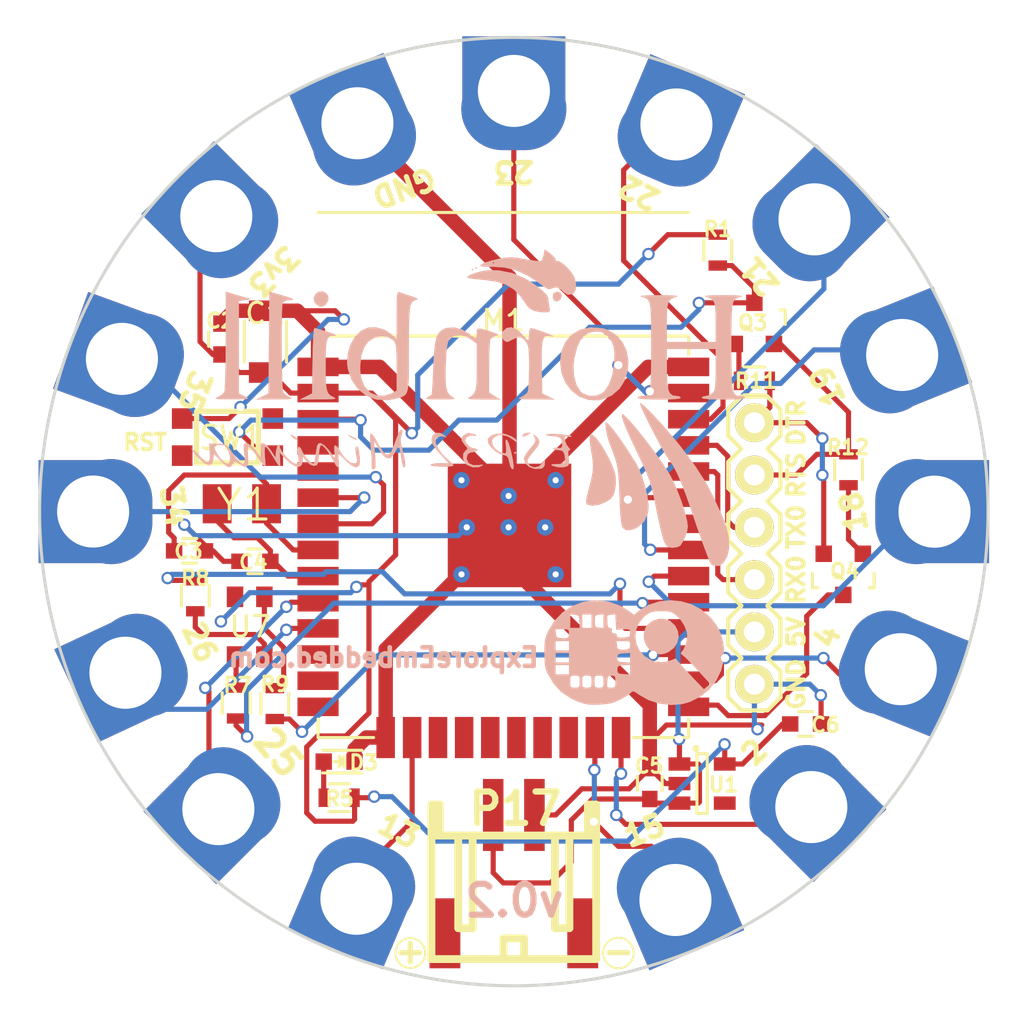
<source format=kicad_pcb>
(kicad_pcb (version 20171130) (host pcbnew "(5.1.12)-1")

  (general
    (thickness 1.6)
    (drawings 30)
    (tracks 373)
    (zones 0)
    (modules 40)
    (nets 47)
  )

  (page A4)
  (layers
    (0 F.Cu signal)
    (31 B.Cu signal)
    (32 B.Adhes user)
    (33 F.Adhes user)
    (34 B.Paste user)
    (35 F.Paste user)
    (36 B.SilkS user hide)
    (37 F.SilkS user)
    (38 B.Mask user)
    (39 F.Mask user)
    (40 Dwgs.User user)
    (41 Cmts.User user)
    (42 Eco1.User user)
    (43 Eco2.User user)
    (44 Edge.Cuts user)
    (45 Margin user)
    (46 B.CrtYd user)
    (47 F.CrtYd user)
    (48 B.Fab user)
    (49 F.Fab user)
  )

  (setup
    (last_trace_width 0.25)
    (user_trace_width 0.7)
    (user_trace_width 1)
    (user_trace_width 1.2)
    (user_trace_width 1.5)
    (trace_clearance 0.2)
    (zone_clearance 0.5)
    (zone_45_only no)
    (trace_min 0.2)
    (via_size 0.6)
    (via_drill 0.4)
    (via_min_size 0.4)
    (via_min_drill 0.3)
    (uvia_size 0.3)
    (uvia_drill 0.1)
    (uvias_allowed no)
    (uvia_min_size 0.2)
    (uvia_min_drill 0.1)
    (edge_width 0.15)
    (segment_width 0.2)
    (pcb_text_width 0.3)
    (pcb_text_size 1.5 1.5)
    (mod_edge_width 0.15)
    (mod_text_size 1 1)
    (mod_text_width 0.15)
    (pad_size 5 4)
    (pad_drill 0)
    (pad_to_mask_clearance 0.2)
    (aux_axis_origin 0 0)
    (visible_elements 7FFEFF3F)
    (pcbplotparams
      (layerselection 0x00020_00000000)
      (usegerberextensions false)
      (usegerberattributes true)
      (usegerberadvancedattributes true)
      (creategerberjobfile true)
      (excludeedgelayer false)
      (linewidth 0.100000)
      (plotframeref false)
      (viasonmask false)
      (mode 1)
      (useauxorigin false)
      (hpglpennumber 1)
      (hpglpenspeed 20)
      (hpglpendiameter 15.000000)
      (psnegative false)
      (psa4output false)
      (plotreference true)
      (plotvalue true)
      (plotinvisibletext false)
      (padsonsilk false)
      (subtractmaskfromsilk false)
      (outputformat 2)
      (mirror false)
      (drillshape 0)
      (scaleselection 1)
      (outputdirectory "Gerber File/"))
  )

  (net 0 "")
  (net 1 GND)
  (net 2 +3V3)
  (net 3 +5V)
  (net 4 "Net-(D3-Pad2)")
  (net 5 /EN)
  (net 6 /IO0)
  (net 7 "Net-(M1-Pad32)")
  (net 8 /RXD0)
  (net 9 /TXD0)
  (net 10 /RTS)
  (net 11 /DTR)
  (net 12 "Net-(Q3-Pad1)")
  (net 13 "Net-(Q4-Pad1)")
  (net 14 "Net-(R7-Pad2)")
  (net 15 "Net-(R8-Pad2)")
  (net 16 "Net-(R9-Pad2)")
  (net 17 "Net-(U1-Pad4)")
  (net 18 "Net-(C3-Pad1)")
  (net 19 "Net-(C4-Pad1)")
  (net 20 "Net-(M1-Pad4)")
  (net 21 "Net-(M1-Pad5)")
  (net 22 /13)
  (net 23 /2)
  (net 24 /4)
  (net 25 "Net-(M1-Pad17)")
  (net 26 /R)
  (net 27 /G)
  (net 28 /B)
  (net 29 "Net-(M1-Pad21)")
  (net 30 "Net-(M1-Pad22)")
  (net 31 "Net-(M1-Pad18)")
  (net 32 "Net-(M1-Pad19)")
  (net 33 "Net-(M1-Pad20)")
  (net 34 /34)
  (net 35 /35)
  (net 36 /25)
  (net 37 /26)
  (net 38 "Net-(M1-Pad12)")
  (net 39 "Net-(M1-Pad13)")
  (net 40 "Net-(M1-Pad14)")
  (net 41 /18)
  (net 42 /19)
  (net 43 /21)
  (net 44 /22)
  (net 45 /23)
  (net 46 /15)

  (net_class Default "This is the default net class."
    (clearance 0.2)
    (trace_width 0.25)
    (via_dia 0.6)
    (via_drill 0.4)
    (uvia_dia 0.3)
    (uvia_drill 0.1)
    (add_net +3V3)
    (add_net +5V)
    (add_net /13)
    (add_net /15)
    (add_net /18)
    (add_net /19)
    (add_net /2)
    (add_net /21)
    (add_net /22)
    (add_net /23)
    (add_net /25)
    (add_net /26)
    (add_net /34)
    (add_net /35)
    (add_net /4)
    (add_net /B)
    (add_net /DTR)
    (add_net /EN)
    (add_net /G)
    (add_net /IO0)
    (add_net /R)
    (add_net /RTS)
    (add_net /RXD0)
    (add_net /TXD0)
    (add_net GND)
    (add_net "Net-(C3-Pad1)")
    (add_net "Net-(C4-Pad1)")
    (add_net "Net-(D3-Pad2)")
    (add_net "Net-(M1-Pad12)")
    (add_net "Net-(M1-Pad13)")
    (add_net "Net-(M1-Pad14)")
    (add_net "Net-(M1-Pad17)")
    (add_net "Net-(M1-Pad18)")
    (add_net "Net-(M1-Pad19)")
    (add_net "Net-(M1-Pad20)")
    (add_net "Net-(M1-Pad21)")
    (add_net "Net-(M1-Pad22)")
    (add_net "Net-(M1-Pad32)")
    (add_net "Net-(M1-Pad4)")
    (add_net "Net-(M1-Pad5)")
    (add_net "Net-(Q3-Pad1)")
    (add_net "Net-(Q4-Pad1)")
    (add_net "Net-(R7-Pad2)")
    (add_net "Net-(R8-Pad2)")
    (add_net "Net-(R9-Pad2)")
    (add_net "Net-(U1-Pad4)")
  )

  (module Explore:smd_push2_New (layer F.Cu) (tedit 5938D9E9) (tstamp 59017768)
    (at 70.4215 140.9065)
    (descr "SMD Pushbutton 2")
    (path /5901850A)
    (autoplace_cost180 10)
    (fp_text reference SW1 (at 0.1651 0.0381) (layer F.SilkS)
      (effects (font (size 1.143 1) (thickness 0.1524)))
    )
    (fp_text value SW_PUSH (at 0 3.59918) (layer F.SilkS) hide
      (effects (font (size 1.143 1.27) (thickness 0.1524)))
    )
    (fp_line (start 1.5 -1.25) (end -1.5 -1.25) (layer F.SilkS) (width 0.254))
    (fp_line (start 1.5 1.25) (end 1.5 -1.25) (layer F.SilkS) (width 0.254))
    (fp_line (start -1.5 1.25) (end 1.5 1.25) (layer F.SilkS) (width 0.254))
    (fp_line (start -1.5 -1.25) (end -1.5 1.25) (layer F.SilkS) (width 0.254))
    (pad 1 smd rect (at -2.2 -0.9) (size 1.00076 1.00076) (layers F.Cu F.Paste F.Mask)
      (net 1 GND))
    (pad 2 smd rect (at 2.2 0.9) (size 1.00076 1.00076) (layers F.Cu F.Paste F.Mask)
      (net 5 /EN))
    (pad 3 smd rect (at -2.2 0.9) (size 1.00076 1.00076) (layers F.Cu F.Paste F.Mask))
    (pad 4 smd rect (at 2.2 -0.9) (size 1.00076 1.00076) (layers F.Cu F.Paste F.Mask))
    (model "Walter switch_3d/smd_push2.wrl"
      (at (xyz 0 0 0))
      (scale (xyz 0.8 0.8 1))
      (rotate (xyz 0 0 0))
    )
  )

  (module ESP32:ESP-32S (layer F.Cu) (tedit 587738AA) (tstamp 58737AD2)
    (at 83.82 142.748)
    (path /58739A58)
    (fp_text reference M1 (at 0 -7.5) (layer F.SilkS)
      (effects (font (size 1 1) (thickness 0.15)))
    )
    (fp_text value ESP-WROOM-32 (at 0 10.5) (layer F.Fab)
      (effects (font (size 1 1) (thickness 0.15)))
    )
    (fp_line (start -9 -12.75) (end 9 -12.75) (layer F.SilkS) (width 0.15))
    (fp_line (start -9 -6.75) (end 9 -6.75) (layer F.SilkS) (width 0.15))
    (fp_line (start 9 -12.75) (end -9 -12.75) (layer F.CrtYd) (width 0.15))
    (fp_line (start 9 -6.75) (end 9 -12.75) (layer F.CrtYd) (width 0.15))
    (fp_line (start -9 -6.75) (end 9 -6.75) (layer F.CrtYd) (width 0.15))
    (fp_line (start -9 -12.75) (end -9 -6.75) (layer F.CrtYd) (width 0.15))
    (fp_line (start -9 12.75) (end -6.3 12.75) (layer F.SilkS) (width 0.15))
    (fp_line (start 9 12.75) (end 6.3 12.75) (layer F.SilkS) (width 0.15))
    (fp_line (start 9 -6.75) (end 9 -5.85) (layer F.SilkS) (width 0.15))
    (fp_line (start -9 -6.75) (end 9 -6.75) (layer F.SilkS) (width 0.15))
    (fp_line (start -9 12.75) (end -9 11.85) (layer F.SilkS) (width 0.15))
    (fp_line (start 9 12.75) (end 9 11.85) (layer F.SilkS) (width 0.15))
    (fp_line (start -9 -6.75) (end -9 -5.85) (layer F.SilkS) (width 0.15))
    (pad 1 thru_hole circle (at -2.032 4.826) (size 0.8 0.8) (drill 0.3) (layers *.Cu *.Mask)
      (net 1 GND))
    (pad 1 thru_hole circle (at 2.54 4.826) (size 0.8 0.8) (drill 0.3) (layers *.Cu *.Mask)
      (net 1 GND))
    (pad 1 thru_hole circle (at 2.032 2.54) (size 0.8 0.8) (drill 0.3) (layers *.Cu *.Mask)
      (net 1 GND))
    (pad 1 thru_hole circle (at 0.254 1.016) (size 0.8 0.8) (drill 0.3) (layers *.Cu *.Mask)
      (net 1 GND))
    (pad 1 thru_hole circle (at 2.54 0.254) (size 0.8 0.8) (drill 0.3) (layers *.Cu *.Mask)
      (net 1 GND))
    (pad 1 thru_hole circle (at 0.254 2.54) (size 0.8 0.8) (drill 0.3) (layers *.Cu *.Mask)
      (net 1 GND))
    (pad 1 thru_hole circle (at -1.778 2.54) (size 0.8 0.8) (drill 0.3) (layers *.Cu *.Mask)
      (net 1 GND))
    (pad 1 smd rect (at -9 -5.25) (size 2 0.9) (layers F.Cu F.Paste F.Mask)
      (net 1 GND))
    (pad 2 smd rect (at -9 -3.98) (size 2 0.9) (layers F.Cu F.Paste F.Mask)
      (net 2 +3V3))
    (pad 3 smd rect (at -9 -2.71) (size 2 0.9) (layers F.Cu F.Paste F.Mask)
      (net 5 /EN))
    (pad 4 smd rect (at -9 -1.44) (size 2 0.9) (layers F.Cu F.Paste F.Mask)
      (net 20 "Net-(M1-Pad4)"))
    (pad 5 smd rect (at -9 -0.17) (size 2 0.9) (layers F.Cu F.Paste F.Mask)
      (net 21 "Net-(M1-Pad5)"))
    (pad 6 smd rect (at -9 1.1) (size 2 0.9) (layers F.Cu F.Paste F.Mask)
      (net 34 /34))
    (pad 7 smd rect (at -9 2.37) (size 2 0.9) (layers F.Cu F.Paste F.Mask)
      (net 35 /35))
    (pad 8 smd rect (at -9 3.64) (size 2 0.9) (layers F.Cu F.Paste F.Mask)
      (net 18 "Net-(C3-Pad1)"))
    (pad 9 smd rect (at -9 4.91) (size 2 0.9) (layers F.Cu F.Paste F.Mask)
      (net 19 "Net-(C4-Pad1)"))
    (pad 10 smd rect (at -9 6.18) (size 2 0.9) (layers F.Cu F.Paste F.Mask)
      (net 36 /25))
    (pad 11 smd rect (at -9 7.45) (size 2 0.9) (layers F.Cu F.Paste F.Mask)
      (net 37 /26))
    (pad 12 smd rect (at -9 8.72) (size 2 0.9) (layers F.Cu F.Paste F.Mask)
      (net 38 "Net-(M1-Pad12)"))
    (pad 13 smd rect (at -9 9.99) (size 2 0.9) (layers F.Cu F.Paste F.Mask)
      (net 39 "Net-(M1-Pad13)"))
    (pad 14 smd rect (at -9 11.26) (size 2 0.9) (layers F.Cu F.Paste F.Mask)
      (net 40 "Net-(M1-Pad14)"))
    (pad 38 smd rect (at 9 -5.25) (size 2 0.9) (layers F.Cu F.Paste F.Mask)
      (net 1 GND))
    (pad 25 smd rect (at 9 11.26) (size 2 0.9) (layers F.Cu F.Paste F.Mask)
      (net 6 /IO0))
    (pad 26 smd rect (at 9 9.99) (size 2 0.9) (layers F.Cu F.Paste F.Mask)
      (net 24 /4))
    (pad 27 smd rect (at 9 8.72) (size 2 0.9) (layers F.Cu F.Paste F.Mask)
      (net 28 /B))
    (pad 28 smd rect (at 9 7.45) (size 2 0.9) (layers F.Cu F.Paste F.Mask)
      (net 27 /G))
    (pad 29 smd rect (at 9 6.18) (size 2 0.9) (layers F.Cu F.Paste F.Mask)
      (net 26 /R))
    (pad 30 smd rect (at 9 4.91) (size 2 0.9) (layers F.Cu F.Paste F.Mask)
      (net 41 /18))
    (pad 31 smd rect (at 9 3.64) (size 2 0.9) (layers F.Cu F.Paste F.Mask)
      (net 42 /19))
    (pad 32 smd rect (at 9 2.37) (size 2 0.9) (layers F.Cu F.Paste F.Mask)
      (net 7 "Net-(M1-Pad32)"))
    (pad 33 smd rect (at 9 1.1) (size 2 0.9) (layers F.Cu F.Paste F.Mask)
      (net 43 /21))
    (pad 34 smd rect (at 9 -0.17) (size 2 0.9) (layers F.Cu F.Paste F.Mask)
      (net 8 /RXD0))
    (pad 35 smd rect (at 9 -1.44) (size 2 0.9) (layers F.Cu F.Paste F.Mask)
      (net 9 /TXD0))
    (pad 36 smd rect (at 9 -2.71) (size 2 0.9) (layers F.Cu F.Paste F.Mask)
      (net 44 /22))
    (pad 37 smd rect (at 9 -3.98) (size 2 0.9) (layers F.Cu F.Paste F.Mask)
      (net 45 /23))
    (pad 15 smd rect (at -5.715 12.75 90) (size 2 0.9) (layers F.Cu F.Paste F.Mask)
      (net 1 GND))
    (pad 16 smd rect (at -4.43 12.75 90) (size 2 0.9) (layers F.Cu F.Paste F.Mask)
      (net 22 /13))
    (pad 17 smd rect (at -3.175 12.75 90) (size 2 0.9) (layers F.Cu F.Paste F.Mask)
      (net 25 "Net-(M1-Pad17)"))
    (pad 18 smd rect (at -1.905 12.75 90) (size 2 0.9) (layers F.Cu F.Paste F.Mask)
      (net 31 "Net-(M1-Pad18)"))
    (pad 19 smd rect (at -0.635 12.75 90) (size 2 0.9) (layers F.Cu F.Paste F.Mask)
      (net 32 "Net-(M1-Pad19)"))
    (pad 20 smd rect (at 0.635 12.75 90) (size 2 0.9) (layers F.Cu F.Paste F.Mask)
      (net 33 "Net-(M1-Pad20)"))
    (pad 21 smd rect (at 1.905 12.75 90) (size 2 0.9) (layers F.Cu F.Paste F.Mask)
      (net 29 "Net-(M1-Pad21)"))
    (pad 22 smd rect (at 3.175 12.75 90) (size 2 0.9) (layers F.Cu F.Paste F.Mask)
      (net 30 "Net-(M1-Pad22)"))
    (pad 23 smd rect (at 4.445 12.75 90) (size 2 0.9) (layers F.Cu F.Paste F.Mask)
      (net 46 /15))
    (pad 24 smd rect (at 5.715 12.75 90) (size 2 0.9) (layers F.Cu F.Paste F.Mask)
      (net 23 /2))
    (pad 1 smd rect (at 0.3 2.45 90) (size 6 6) (layers F.Cu F.Paste F.Mask)
      (net 1 GND))
    (pad 1 thru_hole circle (at -2.032 0.254) (size 0.8 0.8) (drill 0.3) (layers *.Cu *.Mask)
      (net 1 GND))
  )

  (module conn:1X06 (layer F.Cu) (tedit 5875FF63) (tstamp 587CDC50)
    (at 96.012 152.908 90)
    (path /587B2248)
    (attr virtual)
    (fp_text reference P2 (at 1.8288 -2.4638 90) (layer B.SilkS) hide
      (effects (font (size 1.27 1.27) (thickness 0.127)) (justify mirror))
    )
    (fp_text value CONN_01X06 (at 2.54 2.54 90) (layer B.SilkS) hide
      (effects (font (size 1.27 1.27) (thickness 0.1016)) (justify mirror))
    )
    (fp_line (start 13.97 -0.635) (end 13.97 0.635) (layer F.SilkS) (width 0.2032))
    (fp_line (start 0.635 1.27) (end -0.635 1.27) (layer F.SilkS) (width 0.2032))
    (fp_line (start -1.27 0.635) (end -0.635 1.27) (layer F.SilkS) (width 0.2032))
    (fp_line (start -0.635 -1.27) (end -1.27 -0.635) (layer F.SilkS) (width 0.2032))
    (fp_line (start -1.27 -0.635) (end -1.27 0.635) (layer F.SilkS) (width 0.2032))
    (fp_line (start 1.905 1.27) (end 1.27 0.635) (layer F.SilkS) (width 0.2032))
    (fp_line (start 3.175 1.27) (end 1.905 1.27) (layer F.SilkS) (width 0.2032))
    (fp_line (start 3.81 0.635) (end 3.175 1.27) (layer F.SilkS) (width 0.2032))
    (fp_line (start 3.175 -1.27) (end 3.81 -0.635) (layer F.SilkS) (width 0.2032))
    (fp_line (start 1.905 -1.27) (end 3.175 -1.27) (layer F.SilkS) (width 0.2032))
    (fp_line (start 1.27 -0.635) (end 1.905 -1.27) (layer F.SilkS) (width 0.2032))
    (fp_line (start 1.27 0.635) (end 0.635 1.27) (layer F.SilkS) (width 0.2032))
    (fp_line (start 0.635 -1.27) (end 1.27 -0.635) (layer F.SilkS) (width 0.2032))
    (fp_line (start -0.635 -1.27) (end 0.635 -1.27) (layer F.SilkS) (width 0.2032))
    (fp_line (start 8.255 1.27) (end 6.985 1.27) (layer F.SilkS) (width 0.2032))
    (fp_line (start 6.35 0.635) (end 6.985 1.27) (layer F.SilkS) (width 0.2032))
    (fp_line (start 6.985 -1.27) (end 6.35 -0.635) (layer F.SilkS) (width 0.2032))
    (fp_line (start 4.445 1.27) (end 3.81 0.635) (layer F.SilkS) (width 0.2032))
    (fp_line (start 5.715 1.27) (end 4.445 1.27) (layer F.SilkS) (width 0.2032))
    (fp_line (start 6.35 0.635) (end 5.715 1.27) (layer F.SilkS) (width 0.2032))
    (fp_line (start 5.715 -1.27) (end 6.35 -0.635) (layer F.SilkS) (width 0.2032))
    (fp_line (start 4.445 -1.27) (end 5.715 -1.27) (layer F.SilkS) (width 0.2032))
    (fp_line (start 3.81 -0.635) (end 4.445 -1.27) (layer F.SilkS) (width 0.2032))
    (fp_line (start 9.525 1.27) (end 8.89 0.635) (layer F.SilkS) (width 0.2032))
    (fp_line (start 10.795 1.27) (end 9.525 1.27) (layer F.SilkS) (width 0.2032))
    (fp_line (start 11.43 0.635) (end 10.795 1.27) (layer F.SilkS) (width 0.2032))
    (fp_line (start 10.795 -1.27) (end 11.43 -0.635) (layer F.SilkS) (width 0.2032))
    (fp_line (start 9.525 -1.27) (end 10.795 -1.27) (layer F.SilkS) (width 0.2032))
    (fp_line (start 8.89 -0.635) (end 9.525 -1.27) (layer F.SilkS) (width 0.2032))
    (fp_line (start 8.89 0.635) (end 8.255 1.27) (layer F.SilkS) (width 0.2032))
    (fp_line (start 8.255 -1.27) (end 8.89 -0.635) (layer F.SilkS) (width 0.2032))
    (fp_line (start 6.985 -1.27) (end 8.255 -1.27) (layer F.SilkS) (width 0.2032))
    (fp_line (start 12.065 1.27) (end 11.43 0.635) (layer F.SilkS) (width 0.2032))
    (fp_line (start 13.335 1.27) (end 12.065 1.27) (layer F.SilkS) (width 0.2032))
    (fp_line (start 13.97 0.635) (end 13.335 1.27) (layer F.SilkS) (width 0.2032))
    (fp_line (start 13.335 -1.27) (end 13.97 -0.635) (layer F.SilkS) (width 0.2032))
    (fp_line (start 12.065 -1.27) (end 13.335 -1.27) (layer F.SilkS) (width 0.2032))
    (fp_line (start 11.43 -0.635) (end 12.065 -1.27) (layer F.SilkS) (width 0.2032))
    (fp_line (start 2.286 0.254) (end 2.286 -0.254) (layer F.SilkS) (width 0.06604))
    (fp_line (start 2.286 -0.254) (end 2.794 -0.254) (layer F.SilkS) (width 0.06604))
    (fp_line (start 2.794 0.254) (end 2.794 -0.254) (layer F.SilkS) (width 0.06604))
    (fp_line (start 2.286 0.254) (end 2.794 0.254) (layer F.SilkS) (width 0.06604))
    (fp_line (start 4.826 0.254) (end 4.826 -0.254) (layer F.SilkS) (width 0.06604))
    (fp_line (start 4.826 -0.254) (end 5.334 -0.254) (layer F.SilkS) (width 0.06604))
    (fp_line (start 5.334 0.254) (end 5.334 -0.254) (layer F.SilkS) (width 0.06604))
    (fp_line (start 4.826 0.254) (end 5.334 0.254) (layer F.SilkS) (width 0.06604))
    (fp_line (start 7.366 0.254) (end 7.366 -0.254) (layer F.SilkS) (width 0.06604))
    (fp_line (start 7.366 -0.254) (end 7.874 -0.254) (layer F.SilkS) (width 0.06604))
    (fp_line (start 7.874 0.254) (end 7.874 -0.254) (layer F.SilkS) (width 0.06604))
    (fp_line (start 7.366 0.254) (end 7.874 0.254) (layer F.SilkS) (width 0.06604))
    (fp_line (start 9.906 0.254) (end 9.906 -0.254) (layer F.SilkS) (width 0.06604))
    (fp_line (start 9.906 -0.254) (end 10.414 -0.254) (layer F.SilkS) (width 0.06604))
    (fp_line (start 10.414 0.254) (end 10.414 -0.254) (layer F.SilkS) (width 0.06604))
    (fp_line (start 9.906 0.254) (end 10.414 0.254) (layer F.SilkS) (width 0.06604))
    (fp_line (start 12.446 0.254) (end 12.446 -0.254) (layer F.SilkS) (width 0.06604))
    (fp_line (start 12.446 -0.254) (end 12.954 -0.254) (layer F.SilkS) (width 0.06604))
    (fp_line (start 12.954 0.254) (end 12.954 -0.254) (layer F.SilkS) (width 0.06604))
    (fp_line (start 12.446 0.254) (end 12.954 0.254) (layer F.SilkS) (width 0.06604))
    (pad 1 thru_hole circle (at 0 0 90) (size 1.8796 1.8796) (drill 1.016) (layers *.Cu *.Mask F.SilkS)
      (net 1 GND))
    (pad 2 thru_hole circle (at 2.54 0 90) (size 1.8796 1.8796) (drill 1.016) (layers *.Cu *.Mask F.SilkS)
      (net 3 +5V))
    (pad 3 thru_hole circle (at 5.08 0 90) (size 1.8796 1.8796) (drill 1.016) (layers *.Cu *.Mask F.SilkS)
      (net 8 /RXD0))
    (pad 4 thru_hole circle (at 7.62 0 90) (size 1.8796 1.8796) (drill 1.016) (layers *.Cu *.Mask F.SilkS)
      (net 9 /TXD0))
    (pad 5 thru_hole circle (at 10.16 0 90) (size 1.8796 1.8796) (drill 1.016) (layers *.Cu *.Mask F.SilkS)
      (net 10 /RTS))
    (pad 6 thru_hole circle (at 12.7 0 90) (size 1.8796 1.8796) (drill 1.016) (layers *.Cu *.Mask F.SilkS)
      (net 11 /DTR))
  )

  (module Capacitors_SMD:C_1206 (layer F.Cu) (tedit 5938D9B9) (tstamp 58737A2F)
    (at 72.263 136.271 90)
    (descr "Capacitor SMD 1206, reflow soldering, AVX (see smccp.pdf)")
    (tags "capacitor 1206")
    (path /58739AA0)
    (attr smd)
    (fp_text reference C1 (at 1.3716 0 180) (layer F.SilkS)
      (effects (font (size 1 1) (thickness 0.15)))
    )
    (fp_text value 100uF (at 0 2.3 90) (layer F.Fab) hide
      (effects (font (size 1 1) (thickness 0.15)))
    )
    (fp_line (start -1 1.025) (end 1 1.025) (layer F.SilkS) (width 0.15))
    (fp_line (start 1 -1.025) (end -1 -1.025) (layer F.SilkS) (width 0.15))
    (fp_line (start 2.3 -1.15) (end 2.3 1.15) (layer F.CrtYd) (width 0.05))
    (fp_line (start -2.3 -1.15) (end -2.3 1.15) (layer F.CrtYd) (width 0.05))
    (fp_line (start -2.3 1.15) (end 2.3 1.15) (layer F.CrtYd) (width 0.05))
    (fp_line (start -2.3 -1.15) (end 2.3 -1.15) (layer F.CrtYd) (width 0.05))
    (pad 1 smd rect (at -1.5 0 90) (size 1 1.6) (layers F.Cu F.Paste F.Mask)
      (net 2 +3V3))
    (pad 2 smd rect (at 1.5 0 90) (size 1 1.6) (layers F.Cu F.Paste F.Mask)
      (net 1 GND))
    (model Capacitors_SMD.3dshapes/C_1206.wrl
      (at (xyz 0 0 0))
      (scale (xyz 1 1 1))
      (rotate (xyz 0 0 0))
    )
  )

  (module Capacitors_SMD:C_0603 (layer F.Cu) (tedit 5938D9AE) (tstamp 58737A35)
    (at 70.104 136.144 90)
    (descr "Capacitor SMD 0603, reflow soldering, AVX (see smccp.pdf)")
    (tags "capacitor 0603")
    (path /58739A59)
    (attr smd)
    (fp_text reference C2 (at 0.889 -0.0254 180) (layer F.SilkS)
      (effects (font (size 0.7 0.7) (thickness 0.15)))
    )
    (fp_text value 100nF (at 0 1.9 90) (layer F.Fab) hide
      (effects (font (size 1 1) (thickness 0.15)))
    )
    (fp_line (start 0.35 0.6) (end -0.35 0.6) (layer F.SilkS) (width 0.15))
    (fp_line (start -0.35 -0.6) (end 0.35 -0.6) (layer F.SilkS) (width 0.15))
    (fp_line (start 1.45 -0.75) (end 1.45 0.75) (layer F.CrtYd) (width 0.05))
    (fp_line (start -1.45 -0.75) (end -1.45 0.75) (layer F.CrtYd) (width 0.05))
    (fp_line (start -1.45 0.75) (end 1.45 0.75) (layer F.CrtYd) (width 0.05))
    (fp_line (start -1.45 -0.75) (end 1.45 -0.75) (layer F.CrtYd) (width 0.05))
    (pad 1 smd rect (at -0.75 0 90) (size 0.8 0.75) (layers F.Cu F.Paste F.Mask)
      (net 2 +3V3))
    (pad 2 smd rect (at 0.75 0 90) (size 0.8 0.75) (layers F.Cu F.Paste F.Mask)
      (net 1 GND))
    (model Capacitors_SMD.3dshapes/C_0603.wrl
      (at (xyz 0 0 0))
      (scale (xyz 1 1 1))
      (rotate (xyz 0 0 0))
    )
  )

  (module Capacitors_SMD:C_0603 (layer F.Cu) (tedit 5938DA1C) (tstamp 58737A3B)
    (at 68.58 146.431)
    (descr "Capacitor SMD 0603, reflow soldering, AVX (see smccp.pdf)")
    (tags "capacitor 0603")
    (path /58739AA4)
    (attr smd)
    (fp_text reference C3 (at -0.0508 0.0254) (layer F.SilkS)
      (effects (font (size 0.7 0.7) (thickness 0.15)))
    )
    (fp_text value 15pF (at 0 1.9) (layer F.Fab) hide
      (effects (font (size 1 1) (thickness 0.15)))
    )
    (fp_line (start 0.35 0.6) (end -0.35 0.6) (layer F.SilkS) (width 0.15))
    (fp_line (start -0.35 -0.6) (end 0.35 -0.6) (layer F.SilkS) (width 0.15))
    (fp_line (start 1.45 -0.75) (end 1.45 0.75) (layer F.CrtYd) (width 0.05))
    (fp_line (start -1.45 -0.75) (end -1.45 0.75) (layer F.CrtYd) (width 0.05))
    (fp_line (start -1.45 0.75) (end 1.45 0.75) (layer F.CrtYd) (width 0.05))
    (fp_line (start -1.45 -0.75) (end 1.45 -0.75) (layer F.CrtYd) (width 0.05))
    (pad 1 smd rect (at -0.75 0) (size 0.8 0.75) (layers F.Cu F.Paste F.Mask)
      (net 18 "Net-(C3-Pad1)"))
    (pad 2 smd rect (at 0.75 0) (size 0.8 0.75) (layers F.Cu F.Paste F.Mask)
      (net 1 GND))
    (model Capacitors_SMD.3dshapes/C_0603.wrl
      (at (xyz 0 0 0))
      (scale (xyz 1 1 1))
      (rotate (xyz 0 0 0))
    )
  )

  (module Capacitors_SMD:C_0603 (layer F.Cu) (tedit 5938DA77) (tstamp 58737A41)
    (at 71.755 146.939 180)
    (descr "Capacitor SMD 0603, reflow soldering, AVX (see smccp.pdf)")
    (tags "capacitor 0603")
    (path /58739AA5)
    (attr smd)
    (fp_text reference C4 (at 0.0762 -0.0508 180) (layer F.SilkS)
      (effects (font (size 0.7 0.7) (thickness 0.15)))
    )
    (fp_text value 15pF (at 0 1.9 180) (layer F.Fab) hide
      (effects (font (size 1 1) (thickness 0.15)))
    )
    (fp_line (start 0.35 0.6) (end -0.35 0.6) (layer F.SilkS) (width 0.15))
    (fp_line (start -0.35 -0.6) (end 0.35 -0.6) (layer F.SilkS) (width 0.15))
    (fp_line (start 1.45 -0.75) (end 1.45 0.75) (layer F.CrtYd) (width 0.05))
    (fp_line (start -1.45 -0.75) (end -1.45 0.75) (layer F.CrtYd) (width 0.05))
    (fp_line (start -1.45 0.75) (end 1.45 0.75) (layer F.CrtYd) (width 0.05))
    (fp_line (start -1.45 -0.75) (end 1.45 -0.75) (layer F.CrtYd) (width 0.05))
    (pad 1 smd rect (at -0.75 0 180) (size 0.8 0.75) (layers F.Cu F.Paste F.Mask)
      (net 19 "Net-(C4-Pad1)"))
    (pad 2 smd rect (at 0.75 0 180) (size 0.8 0.75) (layers F.Cu F.Paste F.Mask)
      (net 1 GND))
    (model Capacitors_SMD.3dshapes/C_0603.wrl
      (at (xyz 0 0 0))
      (scale (xyz 1 1 1))
      (rotate (xyz 0 0 0))
    )
  )

  (module Capacitors_SMD:C_0603 (layer F.Cu) (tedit 5938DC14) (tstamp 58737A47)
    (at 90.932 157.734 90)
    (descr "Capacitor SMD 0603, reflow soldering, AVX (see smccp.pdf)")
    (tags "capacitor 0603")
    (path /58739A7A)
    (attr smd)
    (fp_text reference C5 (at 0.8636 -0.0254 180) (layer F.SilkS)
      (effects (font (size 0.7 0.7) (thickness 0.15)))
    )
    (fp_text value 1uF (at 0 1.9 90) (layer F.Fab) hide
      (effects (font (size 1 1) (thickness 0.15)))
    )
    (fp_line (start 0.35 0.6) (end -0.35 0.6) (layer F.SilkS) (width 0.15))
    (fp_line (start -0.35 -0.6) (end 0.35 -0.6) (layer F.SilkS) (width 0.15))
    (fp_line (start 1.45 -0.75) (end 1.45 0.75) (layer F.CrtYd) (width 0.05))
    (fp_line (start -1.45 -0.75) (end -1.45 0.75) (layer F.CrtYd) (width 0.05))
    (fp_line (start -1.45 0.75) (end 1.45 0.75) (layer F.CrtYd) (width 0.05))
    (fp_line (start -1.45 -0.75) (end 1.45 -0.75) (layer F.CrtYd) (width 0.05))
    (pad 1 smd rect (at -0.75 0 90) (size 0.8 0.75) (layers F.Cu F.Paste F.Mask)
      (net 3 +5V))
    (pad 2 smd rect (at 0.75 0 90) (size 0.8 0.75) (layers F.Cu F.Paste F.Mask)
      (net 1 GND))
    (model Capacitors_SMD.3dshapes/C_0603.wrl
      (at (xyz 0 0 0))
      (scale (xyz 1 1 1))
      (rotate (xyz 0 0 0))
    )
  )

  (module Capacitors_SMD:C_0603 (layer F.Cu) (tedit 5938DC78) (tstamp 58737A4D)
    (at 98.5012 154.8384)
    (descr "Capacitor SMD 0603, reflow soldering, AVX (see smccp.pdf)")
    (tags "capacitor 0603")
    (path /58739A7D)
    (attr smd)
    (fp_text reference C6 (at 0.9652 0.0508) (layer F.SilkS)
      (effects (font (size 0.7 0.7) (thickness 0.15)))
    )
    (fp_text value 2.2uF (at 0 1.9) (layer F.Fab)
      (effects (font (size 1 1) (thickness 0.15)))
    )
    (fp_line (start 0.35 0.6) (end -0.35 0.6) (layer F.SilkS) (width 0.15))
    (fp_line (start -0.35 -0.6) (end 0.35 -0.6) (layer F.SilkS) (width 0.15))
    (fp_line (start 1.45 -0.75) (end 1.45 0.75) (layer F.CrtYd) (width 0.05))
    (fp_line (start -1.45 -0.75) (end -1.45 0.75) (layer F.CrtYd) (width 0.05))
    (fp_line (start -1.45 0.75) (end 1.45 0.75) (layer F.CrtYd) (width 0.05))
    (fp_line (start -1.45 -0.75) (end 1.45 -0.75) (layer F.CrtYd) (width 0.05))
    (pad 1 smd rect (at -0.75 0) (size 0.8 0.75) (layers F.Cu F.Paste F.Mask)
      (net 2 +3V3))
    (pad 2 smd rect (at 0.75 0) (size 0.8 0.75) (layers F.Cu F.Paste F.Mask)
      (net 1 GND))
    (model Capacitors_SMD.3dshapes/C_0603.wrl
      (at (xyz 0 0 0))
      (scale (xyz 1 1 1))
      (rotate (xyz 0 0 0))
    )
  )

  (module LEDs:LED-0603 (layer F.Cu) (tedit 5938DBB4) (tstamp 58737A7E)
    (at 75.8444 156.6672 180)
    (descr "LED 0603 smd package")
    (tags "LED led 0603 SMD smd SMT smt smdled SMDLED smtled SMTLED")
    (path /58739A53)
    (attr smd)
    (fp_text reference D3 (at -1.1938 -0.0508 180) (layer F.SilkS)
      (effects (font (size 0.7 0.7) (thickness 0.15)))
    )
    (fp_text value LED (at 0 1.5 180) (layer F.Fab) hide
      (effects (font (size 1 1) (thickness 0.15)))
    )
    (fp_line (start -1.4 -0.75) (end 1.4 -0.75) (layer F.CrtYd) (width 0.05))
    (fp_line (start -1.4 0.75) (end -1.4 -0.75) (layer F.CrtYd) (width 0.05))
    (fp_line (start 1.4 0.75) (end -1.4 0.75) (layer F.CrtYd) (width 0.05))
    (fp_line (start 1.4 -0.75) (end 1.4 0.75) (layer F.CrtYd) (width 0.05))
    (fp_line (start 0 0.25) (end -0.25 0) (layer F.SilkS) (width 0.15))
    (fp_line (start 0 -0.25) (end 0 0.25) (layer F.SilkS) (width 0.15))
    (fp_line (start -0.25 0) (end 0 -0.25) (layer F.SilkS) (width 0.15))
    (fp_line (start -0.25 -0.25) (end -0.25 0.25) (layer F.SilkS) (width 0.15))
    (fp_line (start -0.2 0) (end 0.25 0) (layer F.SilkS) (width 0.15))
    (fp_line (start -1.1 -0.55) (end 0.8 -0.55) (layer F.SilkS) (width 0.15))
    (fp_line (start -1.1 0.55) (end 0.8 0.55) (layer F.SilkS) (width 0.15))
    (pad 2 smd rect (at 0.7493 0) (size 0.79756 0.79756) (layers F.Cu F.Paste F.Mask)
      (net 4 "Net-(D3-Pad2)"))
    (pad 1 smd rect (at -0.7493 0) (size 0.79756 0.79756) (layers F.Cu F.Paste F.Mask)
      (net 1 GND))
  )

  (module TO_SOT_Packages_SMD:SOT-23 (layer F.Cu) (tedit 5938DCC3) (tstamp 58737AF9)
    (at 96.012 135.382)
    (descr "SOT-23, Standard")
    (tags SOT-23)
    (path /58739A8D)
    (attr smd)
    (fp_text reference Q3 (at -0.0762 -0.0254) (layer F.SilkS)
      (effects (font (size 0.7 0.7) (thickness 0.15)))
    )
    (fp_text value S8050 (at 0 2.3) (layer F.Fab)
      (effects (font (size 1 1) (thickness 0.15)))
    )
    (fp_line (start 1.49982 -0.65024) (end 1.49982 0.0508) (layer F.SilkS) (width 0.15))
    (fp_line (start 1.29916 -0.65024) (end 1.49982 -0.65024) (layer F.SilkS) (width 0.15))
    (fp_line (start -1.49982 -0.65024) (end -1.2509 -0.65024) (layer F.SilkS) (width 0.15))
    (fp_line (start -1.49982 0.0508) (end -1.49982 -0.65024) (layer F.SilkS) (width 0.15))
    (fp_line (start 1.29916 -0.65024) (end 1.2509 -0.65024) (layer F.SilkS) (width 0.15))
    (fp_line (start -1.65 1.6) (end -1.65 -1.6) (layer F.CrtYd) (width 0.05))
    (fp_line (start 1.65 1.6) (end -1.65 1.6) (layer F.CrtYd) (width 0.05))
    (fp_line (start 1.65 -1.6) (end 1.65 1.6) (layer F.CrtYd) (width 0.05))
    (fp_line (start -1.65 -1.6) (end 1.65 -1.6) (layer F.CrtYd) (width 0.05))
    (pad 1 smd rect (at -0.95 1.00076) (size 0.8001 0.8001) (layers F.Cu F.Paste F.Mask)
      (net 12 "Net-(Q3-Pad1)"))
    (pad 2 smd rect (at 0.95 1.00076) (size 0.8001 0.8001) (layers F.Cu F.Paste F.Mask)
      (net 10 /RTS))
    (pad 3 smd rect (at 0 -0.99822) (size 0.8001 0.8001) (layers F.Cu F.Paste F.Mask)
      (net 5 /EN))
    (model TO_SOT_Packages_SMD.3dshapes/SOT-23.wrl
      (at (xyz 0 0 0))
      (scale (xyz 1 1 1))
      (rotate (xyz 0 0 0))
    )
  )

  (module TO_SOT_Packages_SMD:SOT-23 (layer F.Cu) (tedit 5938DC88) (tstamp 58737B00)
    (at 100.33 147.574 180)
    (descr "SOT-23, Standard")
    (tags SOT-23)
    (path /58739A8E)
    (attr smd)
    (fp_text reference Q4 (at -0.0762 0.1524 180) (layer F.SilkS)
      (effects (font (size 0.7 0.7) (thickness 0.15)))
    )
    (fp_text value S8050 (at 0 2.3 180) (layer F.Fab)
      (effects (font (size 1 1) (thickness 0.15)))
    )
    (fp_line (start 1.49982 -0.65024) (end 1.49982 0.0508) (layer F.SilkS) (width 0.15))
    (fp_line (start 1.29916 -0.65024) (end 1.49982 -0.65024) (layer F.SilkS) (width 0.15))
    (fp_line (start -1.49982 -0.65024) (end -1.2509 -0.65024) (layer F.SilkS) (width 0.15))
    (fp_line (start -1.49982 0.0508) (end -1.49982 -0.65024) (layer F.SilkS) (width 0.15))
    (fp_line (start 1.29916 -0.65024) (end 1.2509 -0.65024) (layer F.SilkS) (width 0.15))
    (fp_line (start -1.65 1.6) (end -1.65 -1.6) (layer F.CrtYd) (width 0.05))
    (fp_line (start 1.65 1.6) (end -1.65 1.6) (layer F.CrtYd) (width 0.05))
    (fp_line (start 1.65 -1.6) (end 1.65 1.6) (layer F.CrtYd) (width 0.05))
    (fp_line (start -1.65 -1.6) (end 1.65 -1.6) (layer F.CrtYd) (width 0.05))
    (pad 1 smd rect (at -0.95 1.00076 180) (size 0.8001 0.8001) (layers F.Cu F.Paste F.Mask)
      (net 13 "Net-(Q4-Pad1)"))
    (pad 2 smd rect (at 0.95 1.00076 180) (size 0.8001 0.8001) (layers F.Cu F.Paste F.Mask)
      (net 11 /DTR))
    (pad 3 smd rect (at 0 -0.99822 180) (size 0.8001 0.8001) (layers F.Cu F.Paste F.Mask)
      (net 6 /IO0))
    (model TO_SOT_Packages_SMD.3dshapes/SOT-23.wrl
      (at (xyz 0 0 0))
      (scale (xyz 1 1 1))
      (rotate (xyz 0 0 0))
    )
  )

  (module Resistors_SMD:R_0603 (layer F.Cu) (tedit 5938DCC9) (tstamp 58737B06)
    (at 94.234 131.826 270)
    (descr "Resistor SMD 0603, reflow soldering, Vishay (see dcrcw.pdf)")
    (tags "resistor 0603")
    (path /59019E25)
    (attr smd)
    (fp_text reference R1 (at -1.016 0) (layer F.SilkS)
      (effects (font (size 0.7 0.7) (thickness 0.15)))
    )
    (fp_text value 10k (at 0 1.9 270) (layer F.Fab) hide
      (effects (font (size 1 1) (thickness 0.15)))
    )
    (fp_line (start -0.5 -0.675) (end 0.5 -0.675) (layer F.SilkS) (width 0.15))
    (fp_line (start 0.5 0.675) (end -0.5 0.675) (layer F.SilkS) (width 0.15))
    (fp_line (start 1.3 -0.8) (end 1.3 0.8) (layer F.CrtYd) (width 0.05))
    (fp_line (start -1.3 -0.8) (end -1.3 0.8) (layer F.CrtYd) (width 0.05))
    (fp_line (start -1.3 0.8) (end 1.3 0.8) (layer F.CrtYd) (width 0.05))
    (fp_line (start -1.3 -0.8) (end 1.3 -0.8) (layer F.CrtYd) (width 0.05))
    (pad 1 smd rect (at -0.75 0 270) (size 0.5 0.9) (layers F.Cu F.Paste F.Mask)
      (net 2 +3V3))
    (pad 2 smd rect (at 0.75 0 270) (size 0.5 0.9) (layers F.Cu F.Paste F.Mask)
      (net 5 /EN))
    (model Resistors_SMD.3dshapes/R_0603.wrl
      (at (xyz 0 0 0))
      (scale (xyz 1 1 1))
      (rotate (xyz 0 0 0))
    )
  )

  (module Resistors_SMD:R_0603 (layer F.Cu) (tedit 5938DB7E) (tstamp 58737B1E)
    (at 75.8444 158.4198)
    (descr "Resistor SMD 0603, reflow soldering, Vishay (see dcrcw.pdf)")
    (tags "resistor 0603")
    (path /58739A52)
    (attr smd)
    (fp_text reference R5 (at 0.0254 0.0508) (layer F.SilkS)
      (effects (font (size 0.7 0.7) (thickness 0.15)))
    )
    (fp_text value 1K (at 0 1.9) (layer F.Fab) hide
      (effects (font (size 1 1) (thickness 0.15)))
    )
    (fp_line (start -0.5 -0.675) (end 0.5 -0.675) (layer F.SilkS) (width 0.15))
    (fp_line (start 0.5 0.675) (end -0.5 0.675) (layer F.SilkS) (width 0.15))
    (fp_line (start 1.3 -0.8) (end 1.3 0.8) (layer F.CrtYd) (width 0.05))
    (fp_line (start -1.3 -0.8) (end -1.3 0.8) (layer F.CrtYd) (width 0.05))
    (fp_line (start -1.3 0.8) (end 1.3 0.8) (layer F.CrtYd) (width 0.05))
    (fp_line (start -1.3 -0.8) (end 1.3 -0.8) (layer F.CrtYd) (width 0.05))
    (pad 1 smd rect (at -0.75 0) (size 0.5 0.9) (layers F.Cu F.Paste F.Mask)
      (net 4 "Net-(D3-Pad2)"))
    (pad 2 smd rect (at 0.75 0) (size 0.5 0.9) (layers F.Cu F.Paste F.Mask)
      (net 2 +3V3))
    (model Resistors_SMD.3dshapes/R_0603.wrl
      (at (xyz 0 0 0))
      (scale (xyz 1 1 1))
      (rotate (xyz 0 0 0))
    )
  )

  (module Resistors_SMD:R_0603 (layer F.Cu) (tedit 5938DAC8) (tstamp 58737B2A)
    (at 70.8406 153.8224 90)
    (descr "Resistor SMD 0603, reflow soldering, Vishay (see dcrcw.pdf)")
    (tags "resistor 0603")
    (path /582994C0)
    (attr smd)
    (fp_text reference R7 (at 0.8636 0.0762 180) (layer F.SilkS)
      (effects (font (size 0.7 0.7) (thickness 0.15)))
    )
    (fp_text value 150E (at 0 1.9 90) (layer F.Fab) hide
      (effects (font (size 1 1) (thickness 0.15)))
    )
    (fp_line (start -0.5 -0.675) (end 0.5 -0.675) (layer F.SilkS) (width 0.15))
    (fp_line (start 0.5 0.675) (end -0.5 0.675) (layer F.SilkS) (width 0.15))
    (fp_line (start 1.3 -0.8) (end 1.3 0.8) (layer F.CrtYd) (width 0.05))
    (fp_line (start -1.3 -0.8) (end -1.3 0.8) (layer F.CrtYd) (width 0.05))
    (fp_line (start -1.3 0.8) (end 1.3 0.8) (layer F.CrtYd) (width 0.05))
    (fp_line (start -1.3 -0.8) (end 1.3 -0.8) (layer F.CrtYd) (width 0.05))
    (pad 1 smd rect (at -0.75 0 90) (size 0.5 0.9) (layers F.Cu F.Paste F.Mask)
      (net 26 /R))
    (pad 2 smd rect (at 0.75 0 90) (size 0.5 0.9) (layers F.Cu F.Paste F.Mask)
      (net 14 "Net-(R7-Pad2)"))
    (model Resistors_SMD.3dshapes/R_0603.wrl
      (at (xyz 0 0 0))
      (scale (xyz 1 1 1))
      (rotate (xyz 0 0 0))
    )
  )

  (module Resistors_SMD:R_0603 (layer F.Cu) (tedit 5938DA60) (tstamp 58737B30)
    (at 68.8594 148.6154 270)
    (descr "Resistor SMD 0603, reflow soldering, Vishay (see dcrcw.pdf)")
    (tags "resistor 0603")
    (path /582994C1)
    (attr smd)
    (fp_text reference R8 (at -0.8636 0) (layer F.SilkS)
      (effects (font (size 0.7 0.7) (thickness 0.15)))
    )
    (fp_text value 100E (at 4.826 1.524 270) (layer F.Fab) hide
      (effects (font (size 1 1) (thickness 0.15)))
    )
    (fp_line (start -0.5 -0.675) (end 0.5 -0.675) (layer F.SilkS) (width 0.15))
    (fp_line (start 0.5 0.675) (end -0.5 0.675) (layer F.SilkS) (width 0.15))
    (fp_line (start 1.3 -0.8) (end 1.3 0.8) (layer F.CrtYd) (width 0.05))
    (fp_line (start -1.3 -0.8) (end -1.3 0.8) (layer F.CrtYd) (width 0.05))
    (fp_line (start -1.3 0.8) (end 1.3 0.8) (layer F.CrtYd) (width 0.05))
    (fp_line (start -1.3 -0.8) (end 1.3 -0.8) (layer F.CrtYd) (width 0.05))
    (pad 1 smd rect (at -0.75 0 270) (size 0.5 0.9) (layers F.Cu F.Paste F.Mask)
      (net 27 /G))
    (pad 2 smd rect (at 0.75 0 270) (size 0.5 0.9) (layers F.Cu F.Paste F.Mask)
      (net 15 "Net-(R8-Pad2)"))
    (model Resistors_SMD.3dshapes/R_0603.wrl
      (at (xyz 0 0 0))
      (scale (xyz 1 1 1))
      (rotate (xyz 0 0 0))
    )
  )

  (module Resistors_SMD:R_0603 (layer F.Cu) (tedit 5938DAF8) (tstamp 58737B36)
    (at 72.7202 153.8478 90)
    (descr "Resistor SMD 0603, reflow soldering, Vishay (see dcrcw.pdf)")
    (tags "resistor 0603")
    (path /582994C2)
    (attr smd)
    (fp_text reference R9 (at 0.9398 0 180) (layer F.SilkS)
      (effects (font (size 0.7 0.7) (thickness 0.15)))
    )
    (fp_text value 100E (at 0 1.9 90) (layer F.Fab) hide
      (effects (font (size 1 1) (thickness 0.15)))
    )
    (fp_line (start -0.5 -0.675) (end 0.5 -0.675) (layer F.SilkS) (width 0.15))
    (fp_line (start 0.5 0.675) (end -0.5 0.675) (layer F.SilkS) (width 0.15))
    (fp_line (start 1.3 -0.8) (end 1.3 0.8) (layer F.CrtYd) (width 0.05))
    (fp_line (start -1.3 -0.8) (end -1.3 0.8) (layer F.CrtYd) (width 0.05))
    (fp_line (start -1.3 0.8) (end 1.3 0.8) (layer F.CrtYd) (width 0.05))
    (fp_line (start -1.3 -0.8) (end 1.3 -0.8) (layer F.CrtYd) (width 0.05))
    (pad 1 smd rect (at -0.75 0 90) (size 0.5 0.9) (layers F.Cu F.Paste F.Mask)
      (net 28 /B))
    (pad 2 smd rect (at 0.75 0 90) (size 0.5 0.9) (layers F.Cu F.Paste F.Mask)
      (net 16 "Net-(R9-Pad2)"))
    (model Resistors_SMD.3dshapes/R_0603.wrl
      (at (xyz 0 0 0))
      (scale (xyz 1 1 1))
      (rotate (xyz 0 0 0))
    )
  )

  (module Resistors_SMD:R_0603 (layer F.Cu) (tedit 5938DCFD) (tstamp 58737B42)
    (at 96.012 138.176)
    (descr "Resistor SMD 0603, reflow soldering, Vishay (see dcrcw.pdf)")
    (tags "resistor 0603")
    (path /58739A8F)
    (attr smd)
    (fp_text reference R11 (at 0.0762 0) (layer F.SilkS)
      (effects (font (size 0.7 0.7) (thickness 0.15)))
    )
    (fp_text value 12K (at 0 1.9) (layer F.Fab)
      (effects (font (size 1 1) (thickness 0.15)))
    )
    (fp_line (start -0.5 -0.675) (end 0.5 -0.675) (layer F.SilkS) (width 0.15))
    (fp_line (start 0.5 0.675) (end -0.5 0.675) (layer F.SilkS) (width 0.15))
    (fp_line (start 1.3 -0.8) (end 1.3 0.8) (layer F.CrtYd) (width 0.05))
    (fp_line (start -1.3 -0.8) (end -1.3 0.8) (layer F.CrtYd) (width 0.05))
    (fp_line (start -1.3 0.8) (end 1.3 0.8) (layer F.CrtYd) (width 0.05))
    (fp_line (start -1.3 -0.8) (end 1.3 -0.8) (layer F.CrtYd) (width 0.05))
    (pad 1 smd rect (at -0.75 0) (size 0.5 0.9) (layers F.Cu F.Paste F.Mask)
      (net 12 "Net-(Q3-Pad1)"))
    (pad 2 smd rect (at 0.75 0) (size 0.5 0.9) (layers F.Cu F.Paste F.Mask)
      (net 11 /DTR))
    (model Resistors_SMD.3dshapes/R_0603.wrl
      (at (xyz 0 0 0))
      (scale (xyz 1 1 1))
      (rotate (xyz 0 0 0))
    )
  )

  (module Resistors_SMD:R_0603 (layer F.Cu) (tedit 5938DC9C) (tstamp 58737B48)
    (at 100.584 142.494 90)
    (descr "Resistor SMD 0603, reflow soldering, Vishay (see dcrcw.pdf)")
    (tags "resistor 0603")
    (path /58739A90)
    (attr smd)
    (fp_text reference R12 (at 1.0922 -0.0254 180) (layer F.SilkS)
      (effects (font (size 0.7 0.7) (thickness 0.15)))
    )
    (fp_text value 12K (at 0 1.9 90) (layer F.Fab)
      (effects (font (size 1 1) (thickness 0.15)))
    )
    (fp_line (start -0.5 -0.675) (end 0.5 -0.675) (layer F.SilkS) (width 0.15))
    (fp_line (start 0.5 0.675) (end -0.5 0.675) (layer F.SilkS) (width 0.15))
    (fp_line (start 1.3 -0.8) (end 1.3 0.8) (layer F.CrtYd) (width 0.05))
    (fp_line (start -1.3 -0.8) (end -1.3 0.8) (layer F.CrtYd) (width 0.05))
    (fp_line (start -1.3 0.8) (end 1.3 0.8) (layer F.CrtYd) (width 0.05))
    (fp_line (start -1.3 -0.8) (end 1.3 -0.8) (layer F.CrtYd) (width 0.05))
    (pad 1 smd rect (at -0.75 0 90) (size 0.5 0.9) (layers F.Cu F.Paste F.Mask)
      (net 13 "Net-(Q4-Pad1)"))
    (pad 2 smd rect (at 0.75 0 90) (size 0.5 0.9) (layers F.Cu F.Paste F.Mask)
      (net 10 /RTS))
    (model Resistors_SMD.3dshapes/R_0603.wrl
      (at (xyz 0 0 0))
      (scale (xyz 1 1 1))
      (rotate (xyz 0 0 0))
    )
  )

  (module TO_SOT_Packages_SMD:SOT-23-5 (layer F.Cu) (tedit 5938DC2D) (tstamp 58737B67)
    (at 93.472 157.734)
    (descr "5-pin SOT23 package")
    (tags SOT-23-5)
    (path /58739A78)
    (attr smd)
    (fp_text reference U1 (at 1.0414 0.0508) (layer F.SilkS)
      (effects (font (size 0.7 0.7) (thickness 0.15)))
    )
    (fp_text value AP2112K (at -0.05 2.35) (layer F.Fab)
      (effects (font (size 1 1) (thickness 0.15)))
    )
    (fp_line (start -0.25 -1.45) (end -0.25 1.45) (layer F.SilkS) (width 0.15))
    (fp_line (start -0.25 1.45) (end 0.25 1.45) (layer F.SilkS) (width 0.15))
    (fp_line (start 0.25 1.45) (end 0.25 -1.45) (layer F.SilkS) (width 0.15))
    (fp_line (start 0.25 -1.45) (end -0.25 -1.45) (layer F.SilkS) (width 0.15))
    (fp_circle (center -0.3 -1.7) (end -0.2 -1.7) (layer F.SilkS) (width 0.15))
    (fp_line (start -1.8 1.6) (end -1.8 -1.6) (layer F.CrtYd) (width 0.05))
    (fp_line (start 1.8 1.6) (end -1.8 1.6) (layer F.CrtYd) (width 0.05))
    (fp_line (start 1.8 -1.6) (end 1.8 1.6) (layer F.CrtYd) (width 0.05))
    (fp_line (start -1.8 -1.6) (end 1.8 -1.6) (layer F.CrtYd) (width 0.05))
    (pad 1 smd rect (at -1.1 -0.95) (size 1.06 0.65) (layers F.Cu F.Paste F.Mask)
      (net 3 +5V))
    (pad 2 smd rect (at -1.1 0) (size 1.06 0.65) (layers F.Cu F.Paste F.Mask)
      (net 1 GND))
    (pad 3 smd rect (at -1.1 0.95) (size 1.06 0.65) (layers F.Cu F.Paste F.Mask)
      (net 3 +5V))
    (pad 4 smd rect (at 1.1 0.95) (size 1.06 0.65) (layers F.Cu F.Paste F.Mask)
      (net 17 "Net-(U1-Pad4)"))
    (pad 5 smd rect (at 1.1 -0.95) (size 1.06 0.65) (layers F.Cu F.Paste F.Mask)
      (net 2 +3V3))
    (model TO_SOT_Packages_SMD.3dshapes/SOT-23-5.wrl
      (at (xyz 0 0 0))
      (scale (xyz 1 1 1))
      (rotate (xyz 0 0 0))
    )
  )

  (module JST_w:s2b-ph-sm4-tb (layer F.Cu) (tedit 5938DBE4) (tstamp 5874E2D0)
    (at 84.328 159.258)
    (descr "JST PH series connector, S2B-PH-SM4-TB")
    (path /5874F679)
    (fp_text reference P17 (at 0.0762 -0.3048) (layer F.SilkS)
      (effects (font (size 1.524 1.524) (thickness 0.3048)))
    )
    (fp_text value CONN_01X02 (at 0 8.8011) (layer F.SilkS) hide
      (effects (font (size 1.524 1.524) (thickness 0.3048)))
    )
    (fp_line (start -1.30048 7.00024) (end -1.6002 7.00024) (layer F.SilkS) (width 0.381))
    (fp_line (start 4.0005 1.00076) (end -4.0005 1.00076) (layer F.SilkS) (width 0.381))
    (fp_line (start -4.0005 7.00024) (end 4.0005 7.00024) (layer F.SilkS) (width 0.381))
    (fp_line (start 2.70002 5.4991) (end 2.70002 1.00076) (layer F.SilkS) (width 0.381))
    (fp_line (start 1.99898 5.4991) (end 2.70002 5.4991) (layer F.SilkS) (width 0.381))
    (fp_line (start 1.99898 1.00076) (end 1.99898 5.4991) (layer F.SilkS) (width 0.381))
    (fp_line (start -2.70002 5.4991) (end -2.70002 1.00076) (layer F.SilkS) (width 0.381))
    (fp_line (start -1.99898 5.4991) (end -2.70002 5.4991) (layer F.SilkS) (width 0.381))
    (fp_line (start -1.99898 1.00076) (end -1.99898 5.4991) (layer F.SilkS) (width 0.381))
    (fp_line (start 0.50038 5.99948) (end 0.50038 7.00024) (layer F.SilkS) (width 0.381))
    (fp_line (start -0.50038 5.99948) (end 0.50038 5.99948) (layer F.SilkS) (width 0.381))
    (fp_line (start -0.50038 7.00024) (end -0.50038 5.99948) (layer F.SilkS) (width 0.381))
    (fp_line (start -3.59918 -0.50038) (end -4.0005 -0.50038) (layer F.SilkS) (width 0.381))
    (fp_line (start -3.59918 1.00076) (end -3.59918 -0.50038) (layer F.SilkS) (width 0.381))
    (fp_line (start -3.79984 -0.50038) (end -3.79984 1.00076) (layer F.SilkS) (width 0.381))
    (fp_line (start 3.59918 -0.50038) (end 3.59918 1.00076) (layer F.SilkS) (width 0.381))
    (fp_line (start 3.79984 1.00076) (end 3.79984 -0.50038) (layer F.SilkS) (width 0.381))
    (fp_line (start 4.0005 -0.50038) (end 3.59918 -0.50038) (layer F.SilkS) (width 0.381))
    (fp_line (start 4.0005 -0.50038) (end 4.0005 7.00024) (layer F.SilkS) (width 0.381))
    (fp_line (start -4.0005 7.00024) (end -4.0005 -0.50038) (layer F.SilkS) (width 0.381))
    (pad 1 smd rect (at -1.00076 0) (size 0.99568 3.49758) (layers F.Cu F.Paste F.Mask)
      (net 3 +5V))
    (pad 2 smd rect (at 1.00076 0) (size 0.99822 3.49758) (layers F.Cu F.Paste F.Mask)
      (net 1 GND))
    (pad "" smd rect (at -3.34518 5.74802) (size 1.4986 3.39852) (layers F.Cu F.Paste F.Mask))
    (pad "" smd rect (at 3.34772 5.74802) (size 1.4986 3.39598) (layers F.Cu F.Paste F.Mask))
    (model conn_jst-ph/s2b-ph-sm4-tb.wrl
      (at (xyz 0 0 0))
      (scale (xyz 1 1 1))
      (rotate (xyz 0 0 0))
    )
  )

  (module Hornbill:Hornbill_ESP32_minima (layer B.Cu) (tedit 0) (tstamp 58806915)
    (at 82.1944 139.4206 180)
    (path /58806AF5)
    (fp_text reference U2 (at 0 0 180) (layer B.SilkS) hide
      (effects (font (size 1.524 1.524) (thickness 0.3)) (justify mirror))
    )
    (fp_text value EE_Logo (at 0.75 0 180) (layer B.SilkS) hide
      (effects (font (size 1.524 1.524) (thickness 0.3)) (justify mirror))
    )
    (fp_poly (pts (xy -0.254 6.731) (xy -0.296333 6.688666) (xy -0.338666 6.731) (xy -0.296333 6.773333)
      (xy -0.254 6.731)) (layer B.SilkS) (width 0.01))
    (fp_poly (pts (xy -0.084666 6.646333) (xy -0.127 6.604) (xy -0.169333 6.646333) (xy -0.127 6.688666)
      (xy -0.084666 6.646333)) (layer B.SilkS) (width 0.01))
    (fp_poly (pts (xy -3.586309 7.369377) (xy -3.529011 7.1732) (xy -3.46389 7.065076) (xy -3.463212 7.064647)
      (xy -3.352712 7.059402) (xy -3.119423 7.083327) (xy -2.806421 7.131494) (xy -2.679903 7.154309)
      (xy -2.301884 7.218857) (xy -2.018819 7.244596) (xy -1.760933 7.231936) (xy -1.458451 7.181283)
      (xy -1.364255 7.162017) (xy -1.038297 7.082266) (xy -0.759023 6.993101) (xy -0.58588 6.913556)
      (xy -0.583812 6.912128) (xy -0.509838 6.850558) (xy -0.521083 6.81391) (xy -0.641726 6.796233)
      (xy -0.895945 6.791578) (xy -1.071146 6.792213) (xy -1.695368 6.748953) (xy -2.27505 6.601225)
      (xy -2.848038 6.334585) (xy -3.452177 5.934591) (xy -3.586753 5.832136) (xy -3.770537 5.712685)
      (xy -3.904744 5.702855) (xy -3.99087 5.744889) (xy -4.209905 5.791604) (xy -4.442373 5.677547)
      (xy -4.568164 5.550289) (xy -4.758855 5.43122) (xy -4.971383 5.454921) (xy -5.063066 5.520266)
      (xy -5.148491 5.709794) (xy -5.152232 5.980925) (xy -5.075762 6.267754) (xy -5.04489 6.333038)
      (xy -4.895788 6.557763) (xy -4.700455 6.776598) (xy -4.496879 6.955474) (xy -4.447924 6.985)
      (xy -1.185333 6.985) (xy -1.143 6.942666) (xy -1.100666 6.985) (xy -1.143 7.027333)
      (xy -1.185333 6.985) (xy -4.447924 6.985) (xy -4.323045 7.060317) (xy -4.227567 7.066103)
      (xy -4.161522 7.049042) (xy -4.177093 7.089498) (xy -4.149614 7.188832) (xy -4.01666 7.336518)
      (xy -3.935086 7.404053) (xy -3.638489 7.630278) (xy -3.586309 7.369377)) (layer B.SilkS) (width 0.01))
    (fp_poly (pts (xy -4.212545 5.572771) (xy -4.060915 5.499276) (xy -4.021666 5.335159) (xy -4.079419 5.153738)
      (xy -4.216446 5.095483) (xy -4.3784 5.179541) (xy -4.398758 5.20229) (xy -4.470101 5.380045)
      (xy -4.408857 5.522821) (xy -4.242641 5.575677) (xy -4.212545 5.572771)) (layer B.SilkS) (width 0.01))
    (fp_poly (pts (xy 7.3472 5.569869) (xy 7.503779 5.454659) (xy 7.585356 5.280965) (xy 7.55429 5.083396)
      (xy 7.493311 4.995677) (xy 7.2994 4.847204) (xy 7.117253 4.861693) (xy 6.991048 4.959047)
      (xy 6.871168 5.171981) (xy 6.893119 5.391605) (xy 6.9596 5.4864) (xy 7.15326 5.591985)
      (xy 7.3472 5.569869)) (layer B.SilkS) (width 0.01))
    (fp_poly (pts (xy -0.634972 6.57965) (xy -0.361101 6.512121) (xy -0.112228 6.428653) (xy 0.066808 6.344612)
      (xy 0.131167 6.275367) (xy 0.128193 6.267264) (xy 0.032055 6.233878) (xy -0.19144 6.197855)
      (xy -0.500546 6.165383) (xy -0.623501 6.155842) (xy -1.247004 6.076386) (xy -1.741618 5.925081)
      (xy -2.138752 5.684663) (xy -2.469813 5.337862) (xy -2.67627 5.027299) (xy -2.854725 4.794828)
      (xy -3.082662 4.65406) (xy -3.402213 4.586547) (xy -3.713776 4.572932) (xy -3.846654 4.590488)
      (xy -3.883768 4.678177) (xy -3.8594 4.847166) (xy -3.819941 5.085771) (xy -3.802099 5.269222)
      (xy -3.728899 5.419433) (xy -3.53209 5.62315) (xy -3.239198 5.857507) (xy -2.877746 6.09964)
      (xy -2.624666 6.247292) (xy -2.050779 6.481547) (xy -1.408999 6.606075) (xy -0.889 6.615871)
      (xy -0.634972 6.57965)) (layer B.SilkS) (width 0.01))
    (fp_poly (pts (xy 11.85463 3.191762) (xy 11.857568 2.568252) (xy 11.865216 1.997008) (xy 11.876875 1.500826)
      (xy 11.891844 1.1025) (xy 11.909422 0.824826) (xy 11.92891 0.690598) (xy 11.931659 0.684694)
      (xy 12.060523 0.565396) (xy 12.247863 0.458072) (xy 12.335831 0.411355) (xy 12.335936 0.380565)
      (xy 12.228212 0.362589) (xy 11.992694 0.354311) (xy 11.609417 0.352616) (xy 11.572242 0.352671)
      (xy 11.171588 0.354208) (xy 10.919728 0.360216) (xy 10.796126 0.375285) (xy 10.780244 0.404008)
      (xy 10.851543 0.450975) (xy 10.937242 0.494626) (xy 11.218334 0.635) (xy 11.218334 5.122333)
      (xy 10.922 5.16993) (xy 10.625667 5.217526) (xy 11.006667 5.322236) (xy 11.296212 5.404491)
      (xy 11.557605 5.483026) (xy 11.6205 5.503069) (xy 11.853334 5.579191) (xy 11.85463 3.191762)) (layer B.SilkS) (width 0.01))
    (fp_poly (pts (xy 9.756565 3.105161) (xy 9.779 0.635) (xy 10.075334 0.486965) (xy 10.371667 0.33893)
      (xy 9.440334 0.345675) (xy 9.040391 0.350543) (xy 8.789816 0.360356) (xy 8.668649 0.37838)
      (xy 8.656933 0.40788) (xy 8.734709 0.452122) (xy 8.749471 0.458737) (xy 8.946321 0.572399)
      (xy 9.065675 0.684694) (xy 9.085843 0.798532) (xy 9.103249 1.05306) (xy 9.117713 1.419658)
      (xy 9.129059 1.869703) (xy 9.13711 2.374573) (xy 9.141688 2.905645) (xy 9.142616 3.434298)
      (xy 9.139715 3.931909) (xy 9.13281 4.369856) (xy 9.121722 4.719517) (xy 9.106275 4.95227)
      (xy 9.092608 5.030742) (xy 8.969315 5.134638) (xy 8.782164 5.164666) (xy 8.610566 5.174897)
      (xy 8.582993 5.2082) (xy 8.705571 5.268491) (xy 8.984423 5.359689) (xy 9.173672 5.415045)
      (xy 9.734129 5.575322) (xy 9.756565 3.105161)) (layer B.SilkS) (width 0.01))
    (fp_poly (pts (xy 7.575108 3.728855) (xy 7.595184 3.505776) (xy 7.613465 3.165666) (xy 7.628554 2.734674)
      (xy 7.639057 2.23895) (xy 7.639299 2.2225) (xy 7.662334 0.635) (xy 8.255 0.33893)
      (xy 7.323667 0.345675) (xy 6.923435 0.350269) (xy 6.672396 0.35942) (xy 6.550414 0.376636)
      (xy 6.53735 0.40543) (xy 6.61307 0.449312) (xy 6.645477 0.463917) (xy 6.785546 0.541776)
      (xy 6.884777 0.650434) (xy 6.949947 0.817561) (xy 6.987834 1.070826) (xy 7.005219 1.437902)
      (xy 7.008878 1.946457) (xy 7.008877 1.947333) (xy 7.00372 2.487) (xy 6.986859 2.8797)
      (xy 6.95319 3.14767) (xy 6.897611 3.313148) (xy 6.815017 3.398371) (xy 6.700305 3.425577)
      (xy 6.66954 3.425975) (xy 6.518429 3.436572) (xy 6.483898 3.46412) (xy 6.579606 3.508095)
      (xy 6.782747 3.581042) (xy 7.03801 3.665159) (xy 7.290084 3.742644) (xy 7.483657 3.795693)
      (xy 7.554632 3.808753) (xy 7.575108 3.728855)) (layer B.SilkS) (width 0.01))
    (fp_poly (pts (xy 1.137049 3.812981) (xy 1.175496 3.800742) (xy 1.363397 3.712189) (xy 1.505719 3.579636)
      (xy 1.609749 3.37986) (xy 1.682775 3.089639) (xy 1.732085 2.685751) (xy 1.764967 2.144971)
      (xy 1.774961 1.890575) (xy 1.793358 1.44241) (xy 1.814026 1.057446) (xy 1.834962 0.765885)
      (xy 1.85416 0.597926) (xy 1.862667 0.569562) (xy 1.963164 0.503144) (xy 2.074334 0.438394)
      (xy 2.121597 0.394102) (xy 2.060631 0.365582) (xy 1.872556 0.350047) (xy 1.538492 0.34471)
      (xy 1.439334 0.344631) (xy 1.07183 0.346688) (xy 0.851782 0.355124) (xy 0.75732 0.374699)
      (xy 0.766573 0.410173) (xy 0.857672 0.466306) (xy 0.864141 0.469826) (xy 1.000111 0.57376)
      (xy 1.095337 0.730628) (xy 1.154164 0.964977) (xy 1.180939 1.301355) (xy 1.180007 1.764308)
      (xy 1.165431 2.171562) (xy 1.140227 2.621166) (xy 1.107698 2.933057) (xy 1.062437 3.138842)
      (xy 0.999034 3.270131) (xy 0.97162 3.304262) (xy 0.738669 3.445004) (xy 0.43765 3.463717)
      (xy 0.115524 3.362636) (xy -0.055508 3.255358) (xy -0.338666 3.039382) (xy -0.338666 1.916873)
      (xy -0.334684 1.420716) (xy -0.317653 1.064167) (xy -0.279945 0.817587) (xy -0.213932 0.651338)
      (xy -0.111987 0.535782) (xy 0.033517 0.44128) (xy 0.042334 0.436434) (xy 0.085934 0.393622)
      (xy 0.018697 0.365302) (xy -0.177287 0.348964) (xy -0.519929 0.342099) (xy -0.635 0.341558)
      (xy -1.481666 0.339299) (xy -1.2065 0.507072) (xy -0.931333 0.674844) (xy -0.93263 1.924922)
      (xy -0.937122 2.372782) (xy -0.948606 2.762838) (xy -0.965547 3.06255) (xy -0.986406 3.239375)
      (xy -0.99613 3.269422) (xy -1.119669 3.365842) (xy -1.265403 3.428553) (xy -1.360259 3.468933)
      (xy -1.348931 3.511594) (xy -1.211642 3.571339) (xy -0.96907 3.650384) (xy -0.652882 3.747364)
      (xy -0.465287 3.790464) (xy -0.372745 3.774664) (xy -0.341716 3.694941) (xy -0.338666 3.556)
      (xy -0.326676 3.373318) (xy -0.271403 3.317609) (xy -0.143896 3.385202) (xy 0.012794 3.51144)
      (xy 0.376413 3.735243) (xy 0.768976 3.840189) (xy 1.137049 3.812981)) (layer B.SilkS) (width 0.01))
    (fp_poly (pts (xy -1.780118 3.811126) (xy -1.77819 3.810102) (xy -1.605903 3.644957) (xy -1.553835 3.434096)
      (xy -1.636007 3.238758) (xy -1.645202 3.229178) (xy -1.752734 3.143785) (xy -1.863399 3.147456)
      (xy -2.041765 3.238619) (xy -2.296779 3.359317) (xy -2.478034 3.361966) (xy -2.638767 3.240528)
      (xy -2.703188 3.163582) (xy -2.777062 3.053074) (xy -2.826843 2.921319) (xy -2.857097 2.734476)
      (xy -2.872388 2.458704) (xy -2.877283 2.060163) (xy -2.87737 1.872415) (xy -2.871111 1.455686)
      (xy -2.854977 1.094944) (xy -2.831358 0.827038) (xy -2.802644 0.688821) (xy -2.800341 0.684694)
      (xy -2.671393 0.565542) (xy -2.484137 0.458737) (xy -2.396738 0.412457) (xy -2.396378 0.381321)
      (xy -2.503015 0.362063) (xy -2.736609 0.351417) (xy -3.117115 0.346117) (xy -3.175 0.345675)
      (xy -4.106333 0.33893) (xy -3.81 0.486965) (xy -3.513666 0.635) (xy -3.490339 1.917958)
      (xy -3.485489 2.479211) (xy -3.497772 2.890837) (xy -3.532389 3.172117) (xy -3.594541 3.342338)
      (xy -3.689428 3.420783) (xy -3.822252 3.426736) (xy -3.893177 3.411588) (xy -4.029576 3.393683)
      (xy -4.064 3.411352) (xy -3.991485 3.4558) (xy -3.807225 3.532791) (xy -3.561144 3.624511)
      (xy -3.303168 3.713144) (xy -3.083223 3.780872) (xy -2.951234 3.809879) (xy -2.946893 3.81)
      (xy -2.901785 3.735522) (xy -2.879251 3.552403) (xy -2.878666 3.513666) (xy -2.866646 3.317692)
      (xy -2.837092 3.219853) (xy -2.830867 3.217333) (xy -2.751403 3.276005) (xy -2.611677 3.422354)
      (xy -2.563208 3.478622) (xy -2.288482 3.732406) (xy -2.019297 3.846684) (xy -1.780118 3.811126)) (layer B.SilkS) (width 0.01))
    (fp_poly (pts (xy -8.720032 5.399584) (xy -8.420608 5.386042) (xy -8.288806 5.363548) (xy -8.323913 5.332597)
      (xy -8.467573 5.28819) (xy -8.579384 5.238226) (xy -8.663333 5.162686) (xy -8.72341 5.041551)
      (xy -8.763605 4.854802) (xy -8.787906 4.58242) (xy -8.800304 4.204386) (xy -8.804786 3.700681)
      (xy -8.805342 3.051284) (xy -8.805333 2.91668) (xy -8.804125 2.215632) (xy -8.798113 1.665621)
      (xy -8.783713 1.248354) (xy -8.757345 0.945539) (xy -8.715425 0.738884) (xy -8.654371 0.610097)
      (xy -8.570601 0.540886) (xy -8.460533 0.512957) (xy -8.333619 0.508) (xy -8.177421 0.478243)
      (xy -8.128 0.423333) (xy -8.209512 0.386655) (xy -8.4418 0.359379) (xy -8.806495 0.342975)
      (xy -9.186333 0.338666) (xy -9.644808 0.345187) (xy -9.985756 0.363771) (xy -10.190808 0.392946)
      (xy -10.244666 0.423333) (xy -10.172632 0.48846) (xy -10.046122 0.508) (xy -9.859879 0.533582)
      (xy -9.727468 0.625425) (xy -9.640534 0.806176) (xy -9.590723 1.098482) (xy -9.56968 1.52499)
      (xy -9.567333 1.805833) (xy -9.567333 2.794) (xy -11.938 2.794) (xy -11.938 1.791122)
      (xy -11.934707 1.352198) (xy -11.921933 1.050489) (xy -11.89534 0.853958) (xy -11.850586 0.730566)
      (xy -11.783332 0.648272) (xy -11.783166 0.648122) (xy -11.586838 0.536517) (xy -11.4445 0.508)
      (xy -11.299231 0.475067) (xy -11.260666 0.423333) (xy -11.342178 0.386655) (xy -11.574467 0.359379)
      (xy -11.939162 0.342975) (xy -12.319 0.338666) (xy -12.777474 0.345187) (xy -13.118423 0.363771)
      (xy -13.323474 0.392946) (xy -13.377333 0.423333) (xy -13.305066 0.48765) (xy -13.171714 0.508)
      (xy -13.034421 0.514169) (xy -12.926707 0.54487) (xy -12.84499 0.618396) (xy -12.785687 0.75304)
      (xy -12.745216 0.967092) (xy -12.719994 1.278846) (xy -12.70644 1.706594) (xy -12.700971 2.268627)
      (xy -12.7 2.91668) (xy -12.700272 3.594573) (xy -12.703748 4.123153) (xy -12.714418 4.52244)
      (xy -12.73627 4.812453) (xy -12.773294 5.013211) (xy -12.829479 5.144733) (xy -12.908814 5.227038)
      (xy -13.015288 5.280146) (xy -13.152891 5.324075) (xy -13.18142 5.332597) (xy -13.215934 5.363875)
      (xy -13.082089 5.386261) (xy -12.780632 5.399693) (xy -12.319 5.404112) (xy -11.852698 5.399584)
      (xy -11.553275 5.386042) (xy -11.421473 5.363548) (xy -11.456579 5.332597) (xy -11.654292 5.264066)
      (xy -11.788916 5.177846) (xy -11.872524 5.042926) (xy -11.917188 4.828296) (xy -11.934982 4.502944)
      (xy -11.938 4.095966) (xy -11.938 3.132666) (xy -9.567333 3.132666) (xy -9.567333 4.095966)
      (xy -9.571381 4.545701) (xy -9.591575 4.857162) (xy -9.639986 5.061361) (xy -9.728688 5.18931)
      (xy -9.869752 5.272019) (xy -10.048754 5.332597) (xy -10.083267 5.363875) (xy -9.949423 5.386261)
      (xy -9.647965 5.399693) (xy -9.186333 5.404112) (xy -8.720032 5.399584)) (layer B.SilkS) (width 0.01))
    (fp_poly (pts (xy 3.507788 5.521821) (xy 3.533886 5.412447) (xy 3.548435 5.205691) (xy 3.554712 4.877036)
      (xy 3.556 4.438218) (xy 3.556 3.270319) (xy 3.800548 3.504611) (xy 4.138396 3.725332)
      (xy 4.546655 3.842027) (xy 4.933237 3.835119) (xy 5.277436 3.685046) (xy 5.569377 3.403366)
      (xy 5.792234 3.024058) (xy 5.929178 2.5811) (xy 5.963383 2.108472) (xy 5.927954 1.826535)
      (xy 5.739482 1.281153) (xy 5.434617 0.843192) (xy 5.033749 0.52553) (xy 4.557269 0.341047)
      (xy 4.025564 0.302619) (xy 3.624225 0.371465) (xy 3.42569 0.424691) (xy 3.271422 0.477056)
      (xy 3.155853 0.548923) (xy 3.073412 0.660658) (xy 3.018532 0.832624) (xy 2.985642 1.085186)
      (xy 2.969175 1.438708) (xy 2.963631 1.907704) (xy 3.556 1.907704) (xy 3.556 0.767408)
      (xy 3.788834 0.641094) (xy 4.148838 0.525042) (xy 4.520753 0.536658) (xy 4.842523 0.673039)
      (xy 4.867175 0.691549) (xy 5.141344 1.013756) (xy 5.296804 1.452694) (xy 5.334 1.871291)
      (xy 5.28253 2.428221) (xy 5.131944 2.874429) (xy 4.919693 3.163481) (xy 4.631668 3.341213)
      (xy 4.296361 3.409193) (xy 3.97127 3.364828) (xy 3.725334 3.217333) (xy 3.65633 3.133218)
      (xy 3.608957 3.022642) (xy 3.579235 2.854825) (xy 3.563183 2.598984) (xy 3.556823 2.224339)
      (xy 3.556 1.907704) (xy 2.963631 1.907704) (xy 2.963561 1.913556) (xy 2.963231 2.530092)
      (xy 2.963334 2.788185) (xy 2.961966 3.476278) (xy 2.955821 4.014307) (xy 2.941837 4.421531)
      (xy 2.916954 4.717208) (xy 2.878109 4.9206) (xy 2.822241 5.050965) (xy 2.746287 5.127563)
      (xy 2.647187 5.169654) (xy 2.582334 5.184945) (xy 2.532195 5.221954) (xy 2.638152 5.28395)
      (xy 2.836334 5.353193) (xy 3.109183 5.441744) (xy 3.332272 5.518279) (xy 3.407834 5.546496)
      (xy 3.466863 5.558331) (xy 3.507788 5.521821)) (layer B.SilkS) (width 0.01))
    (fp_poly (pts (xy -5.369199 3.736999) (xy -4.955202 3.500105) (xy -4.64187 3.143176) (xy -4.445335 2.679134)
      (xy -4.3815 2.154076) (xy -4.451104 1.615642) (xy -4.645638 1.143665) (xy -4.94368 0.757405)
      (xy -5.323812 0.476127) (xy -5.764613 0.319091) (xy -6.244663 0.305561) (xy -6.404339 0.334987)
      (xy -6.884327 0.530759) (xy -7.266532 0.863653) (xy -7.487029 1.205172) (xy -7.662622 1.713495)
      (xy -7.699959 2.22305) (xy -7.62528 2.625118) (xy -7.022141 2.625118) (xy -7.014356 2.229111)
      (xy -7.003882 2.076085) (xy -6.919104 1.533336) (xy -6.760275 1.080694) (xy -6.539528 0.747834)
      (xy -6.416961 0.640595) (xy -6.115749 0.518953) (xy -5.78283 0.519406) (xy -5.483978 0.63647)
      (xy -5.376648 0.727328) (xy -5.175259 1.054478) (xy -5.057016 1.486709) (xy -5.031086 1.976785)
      (xy -5.069358 2.310956) (xy -5.201445 2.85035) (xy -5.375695 3.237853) (xy -5.604075 3.488193)
      (xy -5.898549 3.616096) (xy -6.149646 3.640666) (xy -6.414301 3.614157) (xy -6.602694 3.507884)
      (xy -6.723498 3.380141) (xy -6.886899 3.153252) (xy -6.983051 2.917371) (xy -7.022141 2.625118)
      (xy -7.62528 2.625118) (xy -7.610189 2.706361) (xy -7.40446 3.135949) (xy -7.093919 3.484338)
      (xy -6.689716 3.724049) (xy -6.434666 3.798985) (xy -5.867731 3.840933) (xy -5.369199 3.736999)) (layer B.SilkS) (width 0.01))
    (fp_poly (pts (xy -2.647751 -1.307263) (xy -2.578852 -1.3603) (xy -2.547301 -1.460072) (xy -2.643416 -1.454062)
      (xy -2.794 -1.384045) (xy -2.934515 -1.304655) (xy -2.930054 -1.2757) (xy -2.820163 -1.271248)
      (xy -2.647751 -1.307263)) (layer B.SilkS) (width 0.01))
    (fp_poly (pts (xy 8.701352 -1.398559) (xy 8.6468 -1.467805) (xy 8.520375 -1.578323) (xy 8.413941 -1.611087)
      (xy 8.382 -1.569312) (xy 8.447385 -1.504857) (xy 8.5725 -1.428451) (xy 8.701166 -1.366365)
      (xy 8.701352 -1.398559)) (layer B.SilkS) (width 0.01))
    (fp_poly (pts (xy 5.897387 -1.400471) (xy 5.804651 -1.476996) (xy 5.683466 -1.553654) (xy 5.560134 -1.607139)
      (xy 5.486893 -1.619558) (xy 5.510389 -1.577802) (xy 5.605284 -1.522248) (xy 5.757334 -1.446131)
      (xy 5.89791 -1.3824) (xy 5.897387 -1.400471)) (layer B.SilkS) (width 0.01))
    (fp_poly (pts (xy -2.144889 -2.229556) (xy -2.156511 -2.27989) (xy -2.201333 -2.286) (xy -2.271023 -2.255022)
      (xy -2.257778 -2.229556) (xy -2.157298 -2.219423) (xy -2.144889 -2.229556)) (layer B.SilkS) (width 0.01))
    (fp_poly (pts (xy 10.937975 -1.791717) (xy 10.981175 -1.858802) (xy 10.984006 -2.018161) (xy 10.957602 -2.286)
      (xy 10.93166 -2.570761) (xy 10.939548 -2.725379) (xy 10.98693 -2.786684) (xy 11.035737 -2.794)
      (xy 11.147776 -2.72765) (xy 11.24175 -2.627838) (xy 11.645881 -2.627838) (xy 11.700459 -2.768597)
      (xy 11.75819 -2.794) (xy 11.869186 -2.746306) (xy 11.951023 -2.688167) (xy 12.111938 -2.522568)
      (xy 12.263389 -2.312788) (xy 12.373525 -2.110874) (xy 12.410497 -1.968874) (xy 12.404024 -1.947911)
      (xy 12.289495 -1.886906) (xy 12.098016 -1.862667) (xy 11.914341 -1.891524) (xy 11.794257 -2.008697)
      (xy 11.71828 -2.165215) (xy 11.650716 -2.40929) (xy 11.645881 -2.627838) (xy 11.24175 -2.627838)
      (xy 11.311621 -2.553628) (xy 11.491974 -2.309471) (xy 11.4935 -2.307167) (xy 11.668655 -2.050629)
      (xy 11.799558 -1.90405) (xy 11.934063 -1.835295) (xy 12.12002 -1.812228) (xy 12.236661 -1.808093)
      (xy 12.657667 -1.795852) (xy 12.628664 -2.252593) (xy 12.629712 -2.547921) (xy 12.686061 -2.691769)
      (xy 12.806714 -2.686003) (xy 13.000671 -2.532486) (xy 13.162397 -2.363138) (xy 13.340337 -2.180661)
      (xy 13.471677 -2.072651) (xy 13.517093 -2.058871) (xy 13.485016 -2.136038) (xy 13.36029 -2.29708)
      (xy 13.179075 -2.497334) (xy 12.895809 -2.754689) (xy 12.684116 -2.859621) (xy 12.542149 -2.812298)
      (xy 12.468066 -2.612886) (xy 12.461946 -2.562397) (xy 12.435558 -2.289847) (xy 12.115222 -2.62659)
      (xy 11.882787 -2.850854) (xy 11.722003 -2.945482) (xy 11.605388 -2.918125) (xy 11.514539 -2.793762)
      (xy 11.446956 -2.686292) (xy 11.372532 -2.675985) (xy 11.234124 -2.76455) (xy 11.180943 -2.803733)
      (xy 10.966393 -2.925815) (xy 10.831383 -2.908811) (xy 10.769702 -2.746516) (xy 10.775139 -2.432726)
      (xy 10.778233 -2.401421) (xy 10.79177 -2.138635) (xy 10.772293 -1.978057) (xy 10.744805 -1.947334)
      (xy 10.656016 -2.011466) (xy 10.511115 -2.176932) (xy 10.391089 -2.33824) (xy 10.166661 -2.657262)
      (xy 10.024574 -2.843202) (xy 9.9491 -2.901021) (xy 9.924512 -2.835683) (xy 9.935082 -2.65215)
      (xy 9.952875 -2.4765) (xy 9.970815 -2.192191) (xy 9.960116 -2.003509) (xy 9.929882 -1.947334)
      (xy 9.851974 -2.015065) (xy 9.718801 -2.193562) (xy 9.557718 -2.44578) (xy 9.540569 -2.474574)
      (xy 9.389613 -2.717706) (xy 9.276308 -2.877405) (xy 9.221918 -2.924179) (xy 9.220089 -2.919074)
      (xy 9.217246 -2.783883) (xy 9.221773 -2.564729) (xy 9.222664 -2.54) (xy 9.233817 -2.243667)
      (xy 9.032728 -2.46593) (xy 8.743056 -2.741099) (xy 8.490035 -2.896299) (xy 8.291178 -2.928007)
      (xy 8.163996 -2.8327) (xy 8.125318 -2.648491) (xy 8.122636 -2.413) (xy 7.948923 -2.645834)
      (xy 7.767607 -2.815366) (xy 7.5801 -2.883141) (xy 7.430076 -2.846016) (xy 7.361207 -2.700849)
      (xy 7.360595 -2.688167) (xy 7.339271 -2.333035) (xy 7.30097 -2.054233) (xy 7.251922 -1.893848)
      (xy 7.240891 -1.879202) (xy 7.154651 -1.897669) (xy 7.016641 -2.032612) (xy 6.853738 -2.250546)
      (xy 6.692824 -2.51799) (xy 6.631961 -2.637732) (xy 6.499098 -2.872328) (xy 6.406228 -2.948972)
      (xy 6.361338 -2.868067) (xy 6.372417 -2.630017) (xy 6.373129 -2.624667) (xy 6.396117 -2.413429)
      (xy 6.398617 -2.295141) (xy 6.394238 -2.286) (xy 6.326369 -2.340664) (xy 6.176284 -2.481918)
      (xy 6.031255 -2.624667) (xy 5.749885 -2.865215) (xy 5.53782 -2.955971) (xy 5.397578 -2.896153)
      (xy 5.363069 -2.832298) (xy 5.343129 -2.672564) (xy 5.352618 -2.434659) (xy 5.384025 -2.190029)
      (xy 5.429838 -2.010118) (xy 5.453881 -1.968563) (xy 5.531364 -1.943928) (xy 5.557117 -2.060893)
      (xy 5.528018 -2.298852) (xy 5.514006 -2.365119) (xy 5.473905 -2.601649) (xy 5.495336 -2.723571)
      (xy 5.554056 -2.766602) (xy 5.73626 -2.752839) (xy 5.954127 -2.612632) (xy 6.17237 -2.373288)
      (xy 6.284245 -2.201511) (xy 6.440744 -1.960935) (xy 6.543412 -1.879136) (xy 6.590241 -1.955971)
      (xy 6.579225 -2.191294) (xy 6.575011 -2.2225) (xy 6.550631 -2.433381) (xy 6.562911 -2.498528)
      (xy 6.617295 -2.438635) (xy 6.62769 -2.422825) (xy 6.862266 -2.100868) (xy 7.078504 -1.878625)
      (xy 7.251752 -1.780573) (xy 7.277015 -1.778) (xy 7.369019 -1.812331) (xy 7.428249 -1.938968)
      (xy 7.469572 -2.193375) (xy 7.475958 -2.252581) (xy 7.510671 -2.520479) (xy 7.548779 -2.713176)
      (xy 7.572803 -2.775025) (xy 7.663295 -2.761782) (xy 7.806221 -2.646355) (xy 7.962754 -2.469197)
      (xy 8.094066 -2.270763) (xy 8.131464 -2.19297) (xy 8.237761 -1.993614) (xy 8.316003 -1.953752)
      (xy 8.355737 -2.064464) (xy 8.34651 -2.316828) (xy 8.339667 -2.370667) (xy 8.311503 -2.621095)
      (xy 8.324342 -2.746903) (xy 8.38936 -2.790157) (xy 8.452124 -2.794) (xy 8.596454 -2.731066)
      (xy 8.790067 -2.573203) (xy 8.988988 -2.366823) (xy 9.149241 -2.158337) (xy 9.226854 -1.994158)
      (xy 9.228667 -1.974427) (xy 9.253908 -1.857088) (xy 9.311379 -1.869161) (xy 9.373705 -1.981564)
      (xy 9.413508 -2.165214) (xy 9.414056 -2.171373) (xy 9.440334 -2.48008) (xy 9.652029 -2.15136)
      (xy 9.813339 -1.94575) (xy 9.97165 -1.812984) (xy 10.023833 -1.791807) (xy 10.118763 -1.791064)
      (xy 10.15689 -1.864095) (xy 10.150587 -2.050158) (xy 10.139208 -2.15785) (xy 10.124216 -2.372929)
      (xy 10.13538 -2.483381) (xy 10.153075 -2.483863) (xy 10.235494 -2.376819) (xy 10.375383 -2.189032)
      (xy 10.444147 -2.0955) (xy 10.628819 -1.892683) (xy 10.8014 -1.78548) (xy 10.845847 -1.778)
      (xy 10.937975 -1.791717)) (layer B.SilkS) (width 0.01))
    (fp_poly (pts (xy 1.807421 -1.403316) (xy 1.862667 -1.610902) (xy 1.808065 -1.819299) (xy 1.635232 -2.084103)
      (xy 1.44727 -2.303531) (xy 1.031873 -2.758042) (xy 1.460194 -2.754854) (xy 1.710176 -2.76831)
      (xy 1.878786 -2.806204) (xy 1.917924 -2.836334) (xy 1.856892 -2.874759) (xy 1.678179 -2.902931)
      (xy 1.433214 -2.919319) (xy 1.173423 -2.922391) (xy 0.950236 -2.910616) (xy 0.815079 -2.882464)
      (xy 0.798761 -2.869651) (xy 0.839767 -2.791985) (xy 0.979688 -2.651829) (xy 1.083463 -2.564006)
      (xy 1.336015 -2.318338) (xy 1.535186 -2.045267) (xy 1.655412 -1.788013) (xy 1.671133 -1.589799)
      (xy 1.666958 -1.577388) (xy 1.549975 -1.474676) (xy 1.355954 -1.439234) (xy 1.1678 -1.482722)
      (xy 1.136976 -1.502834) (xy 1.126619 -1.503163) (xy 1.214089 -1.418167) (xy 1.44027 -1.285092)
      (xy 1.652388 -1.284403) (xy 1.807421 -1.403316)) (layer B.SilkS) (width 0.01))
    (fp_poly (pts (xy 0.21239 -1.339591) (xy 0.38784 -1.476983) (xy 0.398738 -1.654308) (xy 0.245082 -1.871578)
      (xy 0.242587 -1.87408) (xy 0.126095 -2.006923) (xy 0.129105 -2.082837) (xy 0.200253 -2.132288)
      (xy 0.316185 -2.281533) (xy 0.334211 -2.497969) (xy 0.259129 -2.714158) (xy 0.150495 -2.831533)
      (xy -0.121355 -2.942954) (xy -0.413938 -2.946168) (xy -0.592666 -2.877489) (xy -0.636845 -2.828457)
      (xy -0.531855 -2.83143) (xy -0.454843 -2.844966) (xy -0.15374 -2.850332) (xy 0.058602 -2.749453)
      (xy 0.153579 -2.559928) (xy 0.153241 -2.470806) (xy 0.103613 -2.307178) (xy -0.030321 -2.23428)
      (xy -0.149774 -2.217016) (xy -0.327639 -2.1679) (xy -0.370933 -2.09504) (xy -0.273446 -2.039949)
      (xy -0.177459 -2.032) (xy -0.010423 -1.972716) (xy 0.131485 -1.857711) (xy 0.229361 -1.6655)
      (xy 0.178812 -1.507603) (xy 0.000748 -1.418552) (xy -0.138916 -1.411119) (xy -0.300105 -1.416357)
      (xy -0.303873 -1.392099) (xy -0.189777 -1.334358) (xy 0.044428 -1.288899) (xy 0.21239 -1.339591)) (layer B.SilkS) (width 0.01))
    (fp_poly (pts (xy -3.857623 -1.335234) (xy -3.716104 -1.351653) (xy -3.694602 -1.373439) (xy -3.797807 -1.415919)
      (xy -4.002297 -1.438309) (xy -4.059938 -1.439334) (xy -4.315129 -1.4747) (xy -4.447116 -1.602253)
      (xy -4.487164 -1.854171) (xy -4.487333 -1.879201) (xy -4.458093 -1.997947) (xy -4.338397 -2.025591)
      (xy -4.237805 -2.014596) (xy -4.077083 -2.008661) (xy -4.029552 -2.044436) (xy -4.031135 -2.04732)
      (xy -4.138513 -2.097989) (xy -4.312413 -2.116667) (xy -4.488372 -2.146136) (xy -4.575607 -2.268567)
      (xy -4.603372 -2.379363) (xy -4.628666 -2.613087) (xy -4.565016 -2.739668) (xy -4.381966 -2.791435)
      (xy -4.20717 -2.799951) (xy -4.002303 -2.810498) (xy -3.951115 -2.836873) (xy -4.021666 -2.878667)
      (xy -4.269677 -2.945273) (xy -4.522459 -2.953501) (xy -4.719702 -2.906701) (xy -4.795627 -2.835696)
      (xy -4.814039 -2.669128) (xy -4.79314 -2.434801) (xy -4.789133 -2.412363) (xy -4.769858 -2.19779)
      (xy -4.822538 -2.1182) (xy -4.838346 -2.116667) (xy -4.87884 -2.08131) (xy -4.810004 -2.010834)
      (xy -4.692856 -1.852326) (xy -4.620192 -1.661475) (xy -4.593895 -1.492928) (xy -4.65188 -1.443238)
      (xy -4.78579 -1.460462) (xy -4.923341 -1.47106) (xy -4.938253 -1.437393) (xy -4.830225 -1.400511)
      (xy -4.620797 -1.369419) (xy -4.35732 -1.346553) (xy -4.087145 -1.334346) (xy -3.857623 -1.335234)) (layer B.SilkS) (width 0.01))
    (fp_poly (pts (xy 3.405421 -1.183298) (xy 3.473577 -1.322424) (xy 3.571126 -1.574794) (xy 3.684265 -1.890096)
      (xy 3.809021 -2.183919) (xy 3.932969 -2.332434) (xy 4.068497 -2.332329) (xy 4.22799 -2.180294)
      (xy 4.423835 -1.873021) (xy 4.538348 -1.661875) (xy 4.666984 -1.449524) (xy 4.774019 -1.330582)
      (xy 4.82274 -1.323208) (xy 4.845629 -1.437572) (xy 4.843639 -1.672096) (xy 4.817538 -1.979558)
      (xy 4.811222 -2.032) (xy 4.776742 -2.368194) (xy 4.760432 -2.65963) (xy 4.765433 -2.847593)
      (xy 4.767049 -2.8575) (xy 4.754628 -3.014206) (xy 4.676327 -3.048) (xy 4.615385 -3.023309)
      (xy 4.584869 -2.928382) (xy 4.581673 -2.731944) (xy 4.602689 -2.402716) (xy 4.606959 -2.3495)
      (xy 4.663782 -1.651) (xy 4.401502 -2.10077) (xy 4.19084 -2.397156) (xy 4.000499 -2.526208)
      (xy 3.827816 -2.488358) (xy 3.67013 -2.284038) (xy 3.640667 -2.224333) (xy 3.541635 -2.042907)
      (xy 3.46302 -1.951653) (xy 3.454371 -1.949166) (xy 3.414485 -2.024821) (xy 3.370464 -2.223377)
      (xy 3.337602 -2.455334) (xy 3.296191 -2.722939) (xy 3.246421 -2.906986) (xy 3.206397 -2.963334)
      (xy 3.142258 -2.886982) (xy 3.149903 -2.65912) (xy 3.22919 -2.281536) (xy 3.273438 -2.115785)
      (xy 3.350223 -1.793015) (xy 3.364842 -1.573457) (xy 3.320665 -1.404185) (xy 3.318964 -1.40042)
      (xy 3.270458 -1.215596) (xy 3.304833 -1.141249) (xy 3.353544 -1.131533) (xy 3.405421 -1.183298)) (layer B.SilkS) (width 0.01))
    (fp_poly (pts (xy -1.06238 -1.399039) (xy -0.895916 -1.542766) (xy -0.864549 -1.62067) (xy -0.904507 -1.803211)
      (xy -1.054685 -2.01024) (xy -1.270771 -2.197013) (xy -1.508454 -2.318785) (xy -1.571959 -2.334975)
      (xy -1.766925 -2.39119) (xy -1.864457 -2.500696) (xy -1.916343 -2.718854) (xy -1.973302 -2.927181)
      (xy -2.050381 -3.040883) (xy -2.073024 -3.048) (xy -2.118351 -3.007306) (xy -2.12324 -2.868754)
      (xy -2.086465 -2.607637) (xy -2.038699 -2.355777) (xy -1.961424 -2.029618) (xy -1.881547 -1.785408)
      (xy -1.809999 -1.639017) (xy -1.757708 -1.606315) (xy -1.735606 -1.703172) (xy -1.754257 -1.942759)
      (xy -1.765822 -2.182973) (xy -1.720692 -2.283986) (xy -1.708465 -2.286) (xy -1.463028 -2.218079)
      (xy -1.22935 -2.050916) (xy -1.105361 -1.881491) (xy -1.069865 -1.66353) (xy -1.161666 -1.502427)
      (xy -1.345584 -1.407343) (xy -1.586437 -1.387441) (xy -1.849045 -1.451885) (xy -2.098228 -1.609836)
      (xy -2.10934 -1.620013) (xy -2.233348 -1.710645) (xy -2.285985 -1.699685) (xy -2.286 -1.698584)
      (xy -2.210921 -1.576641) (xy -2.018379 -1.451504) (xy -1.757413 -1.350808) (xy -1.608666 -1.316888)
      (xy -1.317889 -1.316429) (xy -1.06238 -1.399039)) (layer B.SilkS) (width 0.01))
    (fp_poly (pts (xy -3.080778 -1.382824) (xy -3.148018 -1.517119) (xy -3.191585 -1.62955) (xy -3.156735 -1.751037)
      (xy -3.025032 -1.925992) (xy -2.937069 -2.025363) (xy -2.761507 -2.249113) (xy -2.648175 -2.450044)
      (xy -2.624666 -2.540244) (xy -2.699674 -2.771163) (xy -2.893575 -2.943441) (xy -3.159687 -3.033911)
      (xy -3.451328 -3.019407) (xy -3.534833 -2.991927) (xy -3.620341 -2.882712) (xy -3.640666 -2.768106)
      (xy -3.640666 -2.586989) (xy -3.508866 -2.775161) (xy -3.331618 -2.919627) (xy -3.119877 -2.954429)
      (xy -2.927665 -2.889846) (xy -2.809008 -2.736154) (xy -2.794 -2.639162) (xy -2.847454 -2.510898)
      (xy -2.984089 -2.315869) (xy -3.090333 -2.190185) (xy -3.296161 -1.933863) (xy -3.374741 -1.743958)
      (xy -3.334261 -1.585245) (xy -3.253619 -1.487714) (xy -3.118008 -1.370915) (xy -3.080778 -1.382824)) (layer B.SilkS) (width 0.01))
    (fp_poly (pts (xy -5.835311 -1.369627) (xy -5.819588 -1.502133) (xy -5.834256 -1.754179) (xy -5.875908 -2.079377)
      (xy -5.89652 -2.203536) (xy -5.954745 -2.562505) (xy -5.98151 -2.848156) (xy -5.973034 -3.111729)
      (xy -5.925536 -3.404464) (xy -5.835236 -3.777601) (xy -5.759617 -4.058902) (xy -5.674526 -4.397081)
      (xy -5.642595 -4.607278) (xy -5.660819 -4.721258) (xy -5.693668 -4.756105) (xy -5.94547 -4.821553)
      (xy -6.282784 -4.768226) (xy -6.581817 -4.648255) (xy -6.824948 -4.501321) (xy -6.961825 -4.327879)
      (xy -7.035044 -4.120031) (xy -7.084663 -3.797098) (xy -7.084975 -3.454663) (xy -7.078956 -3.400994)
      (xy -7.012378 -3.129149) (xy -6.88887 -2.807314) (xy -6.724964 -2.462494) (xy -6.537193 -2.121694)
      (xy -6.34209 -1.811919) (xy -6.156189 -1.560175) (xy -5.996022 -1.393466) (xy -5.878124 -1.338799)
      (xy -5.835311 -1.369627)) (layer B.SilkS) (width 0.01))
    (fp_poly (pts (xy -6.585664 -0.835288) (xy -6.599668 -1.01956) (xy -6.637781 -1.261433) (xy -6.691709 -1.507522)
      (xy -6.748769 -1.693334) (xy -6.914848 -2.126501) (xy -7.036524 -2.465936) (xy -7.121894 -2.753586)
      (xy -7.179057 -3.031398) (xy -7.21611 -3.341319) (xy -7.241152 -3.725296) (xy -7.262279 -4.225276)
      (xy -7.268329 -4.38469) (xy -7.291684 -4.946502) (xy -7.317523 -5.361296) (xy -7.352403 -5.651338)
      (xy -7.402884 -5.838893) (xy -7.475524 -5.946227) (xy -7.576882 -5.995607) (xy -7.713517 -6.009298)
      (xy -7.747 -6.009721) (xy -7.934405 -5.967276) (xy -8.157795 -5.863035) (xy -8.170333 -5.855497)
      (xy -8.457787 -5.590063) (xy -8.637431 -5.204398) (xy -8.665548 -5.092723) (xy -8.678824 -4.803155)
      (xy -8.629654 -4.409064) (xy -8.530459 -3.957811) (xy -8.393658 -3.496758) (xy -8.231671 -3.073268)
      (xy -8.056917 -2.7347) (xy -8.04054 -2.709334) (xy -7.923319 -2.529224) (xy -7.753358 -2.264956)
      (xy -7.577599 -1.989667) (xy -7.349873 -1.647949) (xy -7.116484 -1.325143) (xy -6.900767 -1.050676)
      (xy -6.726058 -0.853973) (xy -6.615691 -0.764461) (xy -6.604065 -0.762) (xy -6.585664 -0.835288)) (layer B.SilkS) (width 0.01))
    (fp_poly (pts (xy -7.381524 -0.479467) (xy -7.450002 -0.714915) (xy -7.595643 -1.083676) (xy -7.820279 -1.590347)
      (xy -8.125745 -2.239525) (xy -8.168456 -2.328334) (xy -8.404708 -2.825595) (xy -8.580568 -3.221525)
      (xy -8.712685 -3.565585) (xy -8.817704 -3.907239) (xy -8.912274 -4.295949) (xy -9.01304 -4.781177)
      (xy -9.040191 -4.918482) (xy -9.138606 -5.396911) (xy -9.237619 -5.840061) (xy -9.328288 -6.210481)
      (xy -9.401674 -6.47072) (xy -9.429298 -6.548315) (xy -9.534833 -6.752897) (xy -9.660852 -6.840493)
      (xy -9.848979 -6.858) (xy -10.070464 -6.829211) (xy -10.217468 -6.759199) (xy -10.223718 -6.752167)
      (xy -10.41291 -6.442426) (xy -10.543136 -6.091053) (xy -10.582417 -5.825038) (xy -10.546562 -5.545772)
      (xy -10.450464 -5.158749) (xy -10.309244 -4.707847) (xy -10.138026 -4.236945) (xy -9.951933 -3.789922)
      (xy -9.766088 -3.410657) (xy -9.725347 -3.338276) (xy -9.515385 -2.999197) (xy -9.255202 -2.613028)
      (xy -8.961604 -2.201092) (xy -8.651394 -1.784713) (xy -8.341376 -1.385217) (xy -8.048357 -1.023927)
      (xy -7.789139 -0.722167) (xy -7.580527 -0.501262) (xy -7.439326 -0.382536) (xy -7.388376 -0.372736)
      (xy -7.381524 -0.479467)) (layer B.SilkS) (width 0.01))
    (fp_poly (pts (xy -8.282146 0.074272) (xy -8.367267 -0.135398) (xy -8.505508 -0.435355) (xy -8.682099 -0.79685)
      (xy -8.882268 -1.191133) (xy -9.091245 -1.589455) (xy -9.294261 -1.963066) (xy -9.476543 -2.283216)
      (xy -9.623323 -2.521155) (xy -9.69809 -2.624667) (xy -9.879218 -2.88716) (xy -10.075762 -3.264776)
      (xy -10.293229 -3.770243) (xy -10.537124 -4.416293) (xy -10.794116 -5.159304) (xy -11.001541 -5.769417)
      (xy -11.200048 -6.336003) (xy -11.380741 -6.834912) (xy -11.534723 -7.241993) (xy -11.653097 -7.533096)
      (xy -11.720056 -7.672982) (xy -11.794685 -7.702668) (xy -11.915424 -7.74174) (xy -12.103224 -7.742131)
      (xy -12.298133 -7.606088) (xy -12.310079 -7.594285) (xy -12.500567 -7.289801) (xy -12.588162 -6.879277)
      (xy -12.573487 -6.390686) (xy -12.457162 -5.851999) (xy -12.259881 -5.334) (xy -12.128005 -5.04656)
      (xy -11.966713 -4.692344) (xy -11.843883 -4.421004) (xy -11.474104 -3.714735) (xy -10.962483 -2.920195)
      (xy -10.310386 -2.039472) (xy -10.177919 -1.871604) (xy -9.867755 -1.492453) (xy -9.539256 -1.108703)
      (xy -9.211712 -0.740891) (xy -8.904416 -0.409555) (xy -8.63666 -0.135232) (xy -8.427735 0.061541)
      (xy -8.296934 0.160225) (xy -8.264914 0.164904) (xy -8.282146 0.074272)) (layer B.SilkS) (width 0.01))
  )

  (module Logo:Logo_8 (layer B.Cu) (tedit 0) (tstamp 59017769)
    (at 90.297 151.3332 180)
    (path /58739A55)
    (fp_text reference U3 (at 0 0 180) (layer B.SilkS) hide
      (effects (font (size 0.381 0.381) (thickness 0.127)) (justify mirror))
    )
    (fp_text value EE_Logo (at 0 0 180) (layer B.SilkS) hide
      (effects (font (size 0.381 0.381) (thickness 0.127)) (justify mirror))
    )
    (fp_poly (pts (xy -0.33528 0.8763) (xy -0.35306 0.58166) (xy -0.45974 0.3048) (xy -0.64262 0.0762)
      (xy -0.88646 -0.0762) (xy -1.16078 -0.127) (xy -1.32842 -0.09906) (xy -1.52146 -0.02794)
      (xy -1.54178 -0.01524) (xy -1.80594 0.18288) (xy -1.97104 0.43434) (xy -2.03708 0.71882)
      (xy -2.00406 1.00838) (xy -1.8669 1.27508) (xy -1.63068 1.49352) (xy -1.60274 1.5113)
      (xy -1.32842 1.60528) (xy -1.03378 1.59512) (xy -0.75184 1.49352) (xy -0.5207 1.31064)
      (xy -0.42164 1.1684) (xy -0.33528 0.8763)) (layer B.SilkS) (width 0.00254))
    (fp_poly (pts (xy 4.48564 -0.0635) (xy 4.47802 -0.39116) (xy 4.46278 -0.62484) (xy 4.42722 -0.80518)
      (xy 4.37134 -0.97028) (xy 4.32816 -1.06426) (xy 4.02844 -1.56464) (xy 3.94462 -1.65354)
      (xy 3.94462 1.09728) (xy 3.61696 1.09728) (xy 3.42392 1.09474) (xy 3.32994 1.06934)
      (xy 3.29438 1.0033) (xy 3.2893 0.9144) (xy 3.30708 0.75184) (xy 3.37566 0.6731)
      (xy 3.52552 0.65532) (xy 3.64236 0.6604) (xy 3.81 0.68072) (xy 3.89128 0.73406)
      (xy 3.91922 0.8509) (xy 3.9243 0.889) (xy 3.94462 1.09728) (xy 3.94462 -1.65354)
      (xy 3.937 -1.6637) (xy 3.937 -1.09474) (xy 3.937 -0.87122) (xy 3.937 -0.64516)
      (xy 3.937 -0.51562) (xy 3.937 -0.28956) (xy 3.937 -0.0635) (xy 3.937 0.06604)
      (xy 3.937 0.28956) (xy 3.937 0.51562) (xy 3.61442 0.51562) (xy 3.2893 0.51562)
      (xy 3.2893 0.28956) (xy 3.2893 0.06604) (xy 3.61442 0.06604) (xy 3.937 0.06604)
      (xy 3.937 -0.0635) (xy 3.61442 -0.0635) (xy 3.2893 -0.0635) (xy 3.2893 -0.28956)
      (xy 3.2893 -0.51562) (xy 3.61442 -0.51562) (xy 3.937 -0.51562) (xy 3.937 -0.64516)
      (xy 3.61442 -0.64516) (xy 3.2893 -0.64516) (xy 3.2893 -0.87122) (xy 3.2893 -1.09474)
      (xy 3.61442 -1.09474) (xy 3.937 -1.09474) (xy 3.937 -1.6637) (xy 3.65506 -1.96342)
      (xy 3.2258 -2.25044) (xy 3.2258 -1.45288) (xy 3.2258 1.16078) (xy 3.2258 1.48844)
      (xy 3.2258 1.8161) (xy 3.01752 1.79578) (xy 2.89052 1.77546) (xy 2.82448 1.71958)
      (xy 2.79654 1.59512) (xy 2.78638 1.46812) (xy 2.7686 1.16078) (xy 2.9972 1.16078)
      (xy 3.2258 1.16078) (xy 3.2258 -1.45288) (xy 3.22072 -1.27254) (xy 3.1877 -1.18872)
      (xy 3.10134 -1.16078) (xy 2.99974 -1.16078) (xy 2.86004 -1.16586) (xy 2.79654 -1.2065)
      (xy 2.77622 -1.3208) (xy 2.77622 -1.45288) (xy 2.77876 -1.63068) (xy 2.81178 -1.71196)
      (xy 2.89814 -1.7399) (xy 2.99974 -1.74244) (xy 3.13944 -1.73482) (xy 3.20548 -1.69418)
      (xy 3.22326 -1.57988) (xy 3.2258 -1.45288) (xy 3.2258 -2.25044) (xy 3.19532 -2.2733)
      (xy 2.794 -2.4511) (xy 2.64668 -2.49428) (xy 2.64668 -1.45288) (xy 2.64668 1.16078)
      (xy 2.64668 1.48336) (xy 2.64668 1.80848) (xy 2.42062 1.80848) (xy 2.19456 1.80848)
      (xy 2.19456 1.48336) (xy 2.19456 1.16078) (xy 2.42062 1.16078) (xy 2.64668 1.16078)
      (xy 2.64668 -1.45288) (xy 2.63906 -1.27254) (xy 2.60604 -1.18872) (xy 2.51968 -1.16078)
      (xy 2.42062 -1.16078) (xy 2.28092 -1.16586) (xy 2.21488 -1.2065) (xy 2.19456 -1.3208)
      (xy 2.19456 -1.45288) (xy 2.19964 -1.63068) (xy 2.23266 -1.71196) (xy 2.31902 -1.7399)
      (xy 2.42062 -1.74244) (xy 2.55778 -1.73482) (xy 2.62382 -1.69418) (xy 2.64414 -1.57988)
      (xy 2.64668 -1.45288) (xy 2.64668 -2.49428) (xy 2.55778 -2.52476) (xy 2.34696 -2.5654)
      (xy 2.10058 -2.57556) (xy 2.04978 -2.57302) (xy 2.04978 -1.45288) (xy 2.0447 -1.27254)
      (xy 2.032 -1.2319) (xy 2.032 1.37414) (xy 2.032 1.48336) (xy 2.02692 1.6637)
      (xy 1.99136 1.7526) (xy 1.90246 1.78562) (xy 1.82372 1.79578) (xy 1.61544 1.8161)
      (xy 1.61544 1.48336) (xy 1.61544 1.15316) (xy 1.82372 1.17602) (xy 1.95326 1.1938)
      (xy 2.01168 1.24714) (xy 2.032 1.37414) (xy 2.032 -1.2319) (xy 2.01676 -1.18872)
      (xy 1.9304 -1.16078) (xy 1.83388 -1.16078) (xy 1.69672 -1.16586) (xy 1.63322 -1.20904)
      (xy 1.61544 -1.32334) (xy 1.61544 -1.45288) (xy 1.61798 -1.63068) (xy 1.651 -1.71196)
      (xy 1.73736 -1.7399) (xy 1.8288 -1.74244) (xy 1.96088 -1.73482) (xy 2.02438 -1.6891)
      (xy 2.0447 -1.5748) (xy 2.04978 -1.45288) (xy 2.04978 -2.57302) (xy 1.81864 -2.56794)
      (xy 1.4986 -2.54508) (xy 1.43764 -2.53238) (xy 1.43764 -1.58242) (xy 1.4351 -1.5494)
      (xy 1.4351 1.7272) (xy 1.39192 1.7653) (xy 1.26238 1.79324) (xy 1.24714 1.79324)
      (xy 1.03886 1.8161) (xy 1.02108 1.44272) (xy 1.00076 1.06934) (xy 0.96774 1.07188)
      (xy 0.96774 1.38684) (xy 0.96774 1.64592) (xy 0.93726 1.67894) (xy 0.90424 1.64592)
      (xy 0.93726 1.61544) (xy 0.96774 1.64592) (xy 0.96774 1.38684) (xy 0.93726 1.41986)
      (xy 0.90424 1.38684) (xy 0.93726 1.35382) (xy 0.96774 1.38684) (xy 0.96774 1.07188)
      (xy 0.66294 1.08966) (xy 0.46482 1.09728) (xy 0.36322 1.0795) (xy 0.32766 1.02108)
      (xy 0.32258 0.9144) (xy 0.33274 0.78994) (xy 0.38862 0.72898) (xy 0.52578 0.70358)
      (xy 0.5969 0.6985) (xy 0.80772 0.68834) (xy 0.91948 0.70358) (xy 0.96266 0.75692)
      (xy 0.96774 0.81026) (xy 0.99568 0.89154) (xy 1.016 0.89662) (xy 1.16586 0.9017)
      (xy 1.21666 0.98298) (xy 1.2065 1.03378) (xy 1.20904 1.13538) (xy 1.29794 1.16078)
      (xy 1.37922 1.18618) (xy 1.41224 1.28016) (xy 1.41986 1.41986) (xy 1.4224 1.59766)
      (xy 1.43256 1.71196) (xy 1.4351 1.7272) (xy 1.4351 -1.5494) (xy 1.43002 -1.45288)
      (xy 1.4097 -1.27254) (xy 1.36652 -1.18618) (xy 1.28016 -1.16078) (xy 1.2192 -1.16078)
      (xy 1.1049 -1.1684) (xy 1.05156 -1.2192) (xy 1.03378 -1.3462) (xy 1.03378 -1.45288)
      (xy 1.03632 -1.63068) (xy 1.06934 -1.71196) (xy 1.1557 -1.7399) (xy 1.24206 -1.74244)
      (xy 1.36906 -1.73482) (xy 1.42748 -1.69418) (xy 1.43764 -1.58242) (xy 1.43764 -2.53238)
      (xy 1.2573 -2.50444) (xy 1.03632 -2.43332) (xy 0.97536 -2.40284) (xy 0.97536 0.51562)
      (xy 0.65024 0.51562) (xy 0.4572 0.51308) (xy 0.36068 0.48768) (xy 0.32766 0.42164)
      (xy 0.32258 0.3302) (xy 0.34036 0.19812) (xy 0.41402 0.12954) (xy 0.56642 0.1016)
      (xy 0.7366 0.10414) (xy 0.87884 0.127) (xy 0.9398 0.20574) (xy 0.95504 0.31242)
      (xy 0.97536 0.51562) (xy 0.97536 -2.40284) (xy 0.93726 -2.3876) (xy 0.93726 -0.87122)
      (xy 0.93726 -0.28956) (xy 0.9271 -0.17272) (xy 0.87884 -0.11176) (xy 0.75438 -0.08636)
      (xy 0.62992 -0.0762) (xy 0.32258 -0.05588) (xy 0.32258 -0.28956) (xy 0.32258 -0.52324)
      (xy 0.62992 -0.50292) (xy 0.81534 -0.48514) (xy 0.90424 -0.44958) (xy 0.93218 -0.37084)
      (xy 0.93726 -0.28956) (xy 0.93726 -0.87122) (xy 0.9271 -0.75184) (xy 0.87884 -0.69342)
      (xy 0.75438 -0.66548) (xy 0.62992 -0.65532) (xy 0.32258 -0.63754) (xy 0.32258 -0.87122)
      (xy 0.32258 -1.10236) (xy 0.62992 -1.08458) (xy 0.81534 -1.0668) (xy 0.90424 -1.0287)
      (xy 0.93218 -0.94996) (xy 0.93726 -0.87122) (xy 0.93726 -2.3876) (xy 0.8255 -2.3368)
      (xy 0.59944 -2.21488) (xy 0.41148 -2.0955) (xy 0.29718 -2.00406) (xy 0.22606 -1.93802)
      (xy 0.16002 -1.92278) (xy 0.06604 -1.96342) (xy 0.06604 0.72898) (xy 0.02286 1.0795)
      (xy -0.12192 1.41224) (xy -0.3683 1.70434) (xy -0.50546 1.81356) (xy -0.65532 1.89992)
      (xy -0.81788 1.94818) (xy -1.03886 1.96596) (xy -1.19888 1.9685) (xy -1.45288 1.96342)
      (xy -1.6256 1.94056) (xy -1.76022 1.88214) (xy -1.89992 1.78054) (xy -1.91262 1.77038)
      (xy -2.13106 1.5494) (xy -2.30886 1.27508) (xy -2.42316 0.99568) (xy -2.4511 0.81026)
      (xy -2.42316 0.54864) (xy -2.35458 0.28956) (xy -2.25552 0.08636) (xy -2.2098 0.02794)
      (xy -2.14376 -0.05334) (xy -2.16916 -0.11938) (xy -2.26314 -0.19304) (xy -2.36474 -0.28448)
      (xy -2.53238 -0.44958) (xy -2.74066 -0.66294) (xy -2.96926 -0.90678) (xy -2.9972 -0.93726)
      (xy -3.57378 -1.56464) (xy -3.41884 -1.6891) (xy -3.2639 -1.8161) (xy -2.83972 -1.37668)
      (xy -2.61366 -1.13538) (xy -2.38506 -0.89154) (xy -2.19456 -0.67818) (xy -2.15138 -0.62738)
      (xy -1.88722 -0.32004) (xy -1.65608 -0.4191) (xy -1.28016 -0.508) (xy -0.89662 -0.47244)
      (xy -0.7239 -0.41656) (xy -0.38608 -0.21336) (xy -0.14224 0.06096) (xy 0.01016 0.381)
      (xy 0.06604 0.72898) (xy 0.06604 -1.96342) (xy 0.0635 -1.96596) (xy -0.1016 -2.07772)
      (xy -0.11684 -2.09296) (xy -0.58928 -2.35458) (xy -1.11252 -2.51968) (xy -1.65608 -2.58572)
      (xy -2.18694 -2.54762) (xy -2.58064 -2.4384) (xy -3.09372 -2.17932) (xy -3.52552 -1.83134)
      (xy -3.8608 -1.40716) (xy -4.09702 -0.92202) (xy -4.22656 -0.3937) (xy -4.23926 0.17018)
      (xy -4.19608 0.46482) (xy -4.08432 0.88392) (xy -3.9116 1.24206) (xy -3.6576 1.58242)
      (xy -3.54076 1.71196) (xy -3.13436 2.05486) (xy -2.66446 2.30632) (xy -2.15646 2.45364)
      (xy -1.63068 2.50444) (xy -1.10998 2.4511) (xy -0.61214 2.29616) (xy -0.16256 2.03708)
      (xy -0.06096 1.9558) (xy 0.127 1.79832) (xy 0.33782 1.9558) (xy 0.80264 2.24028)
      (xy 1.3208 2.42062) (xy 1.54178 2.4638) (xy 2.10312 2.49936) (xy 2.64414 2.41046)
      (xy 3.1496 2.21488) (xy 3.60172 1.91516) (xy 3.98526 1.51638) (xy 4.28244 1.03632)
      (xy 4.28498 1.03378) (xy 4.37642 0.83058) (xy 4.43484 0.6604) (xy 4.46786 0.48006)
      (xy 4.48056 0.254) (xy 4.48564 -0.0635)) (layer B.SilkS) (width 0.00254))
  )

  (module Explore:RGB_SMD_4pin_New (layer F.Cu) (tedit 5938DA93) (tstamp 59017770)
    (at 71.501 150.114 270)
    (path /582994FD)
    (fp_text reference U7 (at 0 -0.0254) (layer F.SilkS)
      (effects (font (size 1 1) (thickness 0.15)))
    )
    (fp_text value RGB_4pin (at 0 2.6 270) (layer F.SilkS) hide
      (effects (font (size 1 1) (thickness 0.15)))
    )
    (pad 1 smd rect (at -1.45 0.7125 270) (size 1 0.8) (layers F.Cu F.Paste F.Mask)
      (net 2 +3V3))
    (pad 2 smd rect (at 1.45 0.7125 270) (size 1 0.8) (layers F.Cu F.Paste F.Mask)
      (net 14 "Net-(R7-Pad2)"))
    (pad 3 smd rect (at -1.45 -0.7125 270) (size 1 0.8) (layers F.Cu F.Paste F.Mask)
      (net 16 "Net-(R9-Pad2)"))
    (pad 4 smd rect (at 1.45 -0.7125 270) (size 1 0.8) (layers F.Cu F.Paste F.Mask)
      (net 15 "Net-(R8-Pad2)"))
  )

  (module Explore:SMD_RTC_Crstl (layer F.Cu) (tedit 5938D9FE) (tstamp 59017777)
    (at 71.12 144.145 180)
    (path /58739AA3)
    (fp_text reference Y1 (at -0.1016 -0.0508 180) (layer F.SilkS)
      (effects (font (size 1.5 1.5) (thickness 0.15)))
    )
    (fp_text value "32.768KHz RTC Crystal" (at 0 3 180) (layer F.SilkS) hide
      (effects (font (size 1.5 1.5) (thickness 0.15)))
    )
    (pad 1 smd rect (at -1.2 0 180) (size 1.4 1.9) (layers F.Cu F.Paste F.Mask)
      (net 18 "Net-(C3-Pad1)"))
    (pad 2 smd rect (at 1.2 0 180) (size 1.4 1.9) (layers F.Cu F.Paste F.Mask)
      (net 19 "Net-(C4-Pad1)"))
  )

  (module pad:MinimaPad_3.5mm (layer F.Cu) (tedit 590833F2) (tstamp 590835D2)
    (at 69.596 129.54 225)
    (descr "module 1 pin (ou trou mecanique de percage)")
    (tags DEV)
    (path /587D7E34)
    (fp_text reference P1 (at 0 -3.048 225) (layer F.SilkS) hide
      (effects (font (size 1 1) (thickness 0.15)))
    )
    (fp_text value CONN_01X01 (at 0 2.794 225) (layer F.Fab)
      (effects (font (size 1 1) (thickness 0.15)))
    )
    (pad 1 smd trapezoid (at 0.254 0 225) (size 5 4) (layers F.Cu F.Paste F.Mask)
      (net 2 +3V3))
    (pad 1 thru_hole oval (at 0.254001 -1.524 315) (size 4 5.1) (drill 0.001) (layers *.Cu *.Mask)
      (net 2 +3V3))
    (pad 1 smd trapezoid (at 0.254 0 225) (size 5 4) (layers *.Mask B.Cu F.Paste)
      (net 2 +3V3))
    (pad 2 thru_hole circle (at 0.25 -0.65 315) (size 4 4) (drill 3.5) (layers *.Cu *.Mask))
  )

  (module pad:MinimaPad_3.5mm (layer F.Cu) (tedit 590833F2) (tstamp 590835D9)
    (at 99.568 130.048 135)
    (descr "module 1 pin (ou trou mecanique de percage)")
    (tags DEV)
    (path /587D8721)
    (fp_text reference P3 (at 0 -3.048 135) (layer F.SilkS) hide
      (effects (font (size 1 1) (thickness 0.15)))
    )
    (fp_text value CONN_01X01 (at 0 2.794 135) (layer F.Fab)
      (effects (font (size 1 1) (thickness 0.15)))
    )
    (pad 1 smd trapezoid (at 0.254 0 135) (size 5 4) (layers F.Cu F.Paste F.Mask)
      (net 43 /21))
    (pad 1 thru_hole oval (at 0.254001 -1.524 225) (size 4 5.1) (drill 0.001) (layers *.Cu *.Mask)
      (net 43 /21))
    (pad 1 smd trapezoid (at 0.254 0 135) (size 5 4) (layers *.Mask B.Cu F.Paste)
      (net 43 /21))
    (pad 2 thru_hole circle (at 0.25 -0.65 225) (size 4 4) (drill 3.5) (layers *.Cu *.Mask))
  )

  (module pad:MinimaPad_3.5mm (layer F.Cu) (tedit 590833F2) (tstamp 590835E0)
    (at 92.71 125.222 157)
    (descr "module 1 pin (ou trou mecanique de percage)")
    (tags DEV)
    (path /587D8B90)
    (fp_text reference P4 (at 0 -3.048 157) (layer F.SilkS) hide
      (effects (font (size 1 1) (thickness 0.15)))
    )
    (fp_text value CONN_01X01 (at 0 2.794 157) (layer F.Fab)
      (effects (font (size 1 1) (thickness 0.15)))
    )
    (pad 1 smd trapezoid (at 0.254 0 157) (size 5 4) (layers F.Cu F.Paste F.Mask)
      (net 44 /22))
    (pad 1 thru_hole oval (at 0.254001 -1.524 247) (size 4 5.1) (drill 0.001) (layers *.Cu *.Mask)
      (net 44 /22))
    (pad 1 smd trapezoid (at 0.254 0 157) (size 5 4) (layers *.Mask B.Cu F.Paste)
      (net 44 /22))
    (pad 2 thru_hole circle (at 0.25 -0.65 247) (size 4 4) (drill 3.5) (layers *.Cu *.Mask))
  )

  (module pad:MinimaPad_3.5mm (layer F.Cu) (tedit 590833F2) (tstamp 590835E7)
    (at 99.06 159.512 45)
    (descr "module 1 pin (ou trou mecanique de percage)")
    (tags DEV)
    (path /587D9007)
    (fp_text reference P5 (at 0 -3.048 45) (layer F.SilkS) hide
      (effects (font (size 1 1) (thickness 0.15)))
    )
    (fp_text value CONN_01X01 (at 0 2.794 45) (layer F.Fab)
      (effects (font (size 1 1) (thickness 0.15)))
    )
    (pad 1 smd trapezoid (at 0.254 0 45) (size 5 4) (layers F.Cu F.Paste F.Mask)
      (net 23 /2))
    (pad 1 thru_hole oval (at 0.254001 -1.524 135) (size 4 5.1) (drill 0.001) (layers *.Cu *.Mask)
      (net 23 /2))
    (pad 1 smd trapezoid (at 0.254 0 45) (size 5 4) (layers *.Mask B.Cu F.Paste)
      (net 23 /2))
    (pad 2 thru_hole circle (at 0.25 -0.65 135) (size 4 4) (drill 3.5) (layers *.Cu *.Mask))
  )

  (module pad:MinimaPad_3.5mm (layer F.Cu) (tedit 590833F2) (tstamp 590835EE)
    (at 84.582 123.444 180)
    (descr "module 1 pin (ou trou mecanique de percage)")
    (tags DEV)
    (path /587D90A4)
    (fp_text reference P6 (at 0 -3.048 180) (layer F.SilkS) hide
      (effects (font (size 1 1) (thickness 0.15)))
    )
    (fp_text value CONN_01X01 (at 0 2.794 180) (layer F.Fab)
      (effects (font (size 1 1) (thickness 0.15)))
    )
    (pad 1 smd trapezoid (at 0.254 0 180) (size 5 4) (layers F.Cu F.Paste F.Mask)
      (net 45 /23))
    (pad 1 thru_hole oval (at 0.254001 -1.524 270) (size 4 5.1) (drill 0.001) (layers *.Cu *.Mask)
      (net 45 /23))
    (pad 1 smd trapezoid (at 0.254 0 180) (size 5 4) (layers *.Mask B.Cu F.Paste)
      (net 45 /23))
    (pad 2 thru_hole circle (at 0.25 -0.65 270) (size 4 4) (drill 3.5) (layers *.Cu *.Mask))
  )

  (module pad:MinimaPad_3.5mm (layer F.Cu) (tedit 590833F2) (tstamp 590835F5)
    (at 103.886 136.906 112)
    (descr "module 1 pin (ou trou mecanique de percage)")
    (tags DEV)
    (path /587D9377)
    (fp_text reference P7 (at 0 -3.048 112) (layer F.SilkS) hide
      (effects (font (size 1 1) (thickness 0.15)))
    )
    (fp_text value CONN_01X01 (at 0 2.794 112) (layer F.Fab)
      (effects (font (size 1 1) (thickness 0.15)))
    )
    (pad 1 smd trapezoid (at 0.254 0 112) (size 5 4) (layers F.Cu F.Paste F.Mask)
      (net 42 /19))
    (pad 1 thru_hole oval (at 0.254001 -1.524 202) (size 4 5.1) (drill 0.001) (layers *.Cu *.Mask)
      (net 42 /19))
    (pad 1 smd trapezoid (at 0.254 0 112) (size 5 4) (layers *.Mask B.Cu F.Paste)
      (net 42 /19))
    (pad 2 thru_hole circle (at 0.25 -0.65 202) (size 4 4) (drill 3.5) (layers *.Cu *.Mask))
  )

  (module pad:MinimaPad_3.5mm (layer F.Cu) (tedit 590833F2) (tstamp 590835FC)
    (at 105.41 144.78 90)
    (descr "module 1 pin (ou trou mecanique de percage)")
    (tags DEV)
    (path /587D98D9)
    (fp_text reference P8 (at 0 -3.048 90) (layer F.SilkS) hide
      (effects (font (size 1 1) (thickness 0.15)))
    )
    (fp_text value CONN_01X01 (at 0 2.794 90) (layer F.Fab)
      (effects (font (size 1 1) (thickness 0.15)))
    )
    (pad 1 smd trapezoid (at 0.254 0 90) (size 5 4) (layers F.Cu F.Paste F.Mask)
      (net 41 /18))
    (pad 1 thru_hole oval (at 0.254001 -1.524 180) (size 4 5.1) (drill 0.001) (layers *.Cu *.Mask)
      (net 41 /18))
    (pad 1 smd trapezoid (at 0.254 0 90) (size 5 4) (layers *.Mask B.Cu F.Paste)
      (net 41 /18))
    (pad 2 thru_hole circle (at 0.25 -0.65 180) (size 4 4) (drill 3.5) (layers *.Cu *.Mask))
  )

  (module pad:MinimaPad_3.5mm (layer F.Cu) (tedit 590833F2) (tstamp 59083603)
    (at 63.246 144.272 270)
    (descr "module 1 pin (ou trou mecanique de percage)")
    (tags DEV)
    (path /587D9A4A)
    (fp_text reference P9 (at 0 -3.048 270) (layer F.SilkS) hide
      (effects (font (size 1 1) (thickness 0.15)))
    )
    (fp_text value CONN_01X01 (at 0 2.794 270) (layer F.Fab)
      (effects (font (size 1 1) (thickness 0.15)))
    )
    (pad 1 smd trapezoid (at 0.254 0 270) (size 5 4) (layers F.Cu F.Paste F.Mask)
      (net 34 /34))
    (pad 1 thru_hole oval (at 0.254001 -1.524) (size 4 5.1) (drill 0.001) (layers *.Cu *.Mask)
      (net 34 /34))
    (pad 1 smd trapezoid (at 0.254 0 270) (size 5 4) (layers *.Mask B.Cu F.Paste)
      (net 34 /34))
    (pad 2 thru_hole circle (at 0.25 -0.65) (size 4 4) (drill 3.5) (layers *.Cu *.Mask))
  )

  (module pad:MinimaPad_3.5mm (layer F.Cu) (tedit 590833F2) (tstamp 5908360A)
    (at 64.77 136.652 250)
    (descr "module 1 pin (ou trou mecanique de percage)")
    (tags DEV)
    (path /587D9AE7)
    (fp_text reference P10 (at 0 -3.048 250) (layer F.SilkS) hide
      (effects (font (size 1 1) (thickness 0.15)))
    )
    (fp_text value CONN_01X01 (at 0 2.794 250) (layer F.Fab)
      (effects (font (size 1 1) (thickness 0.15)))
    )
    (pad 1 smd trapezoid (at 0.254 0 250) (size 5 4) (layers F.Cu F.Paste F.Mask)
      (net 35 /35))
    (pad 1 thru_hole oval (at 0.254001 -1.524 340) (size 4 5.1) (drill 0.001) (layers *.Cu *.Mask)
      (net 35 /35))
    (pad 1 smd trapezoid (at 0.254 0 250) (size 5 4) (layers *.Mask B.Cu F.Paste)
      (net 35 /35))
    (pad 2 thru_hole circle (at 0.25 -0.65 340) (size 4 4) (drill 3.5) (layers *.Cu *.Mask))
  )

  (module pad:MinimaPad_3.5mm (layer F.Cu) (tedit 590833F2) (tstamp 59083611)
    (at 103.632 152.654 68)
    (descr "module 1 pin (ou trou mecanique de percage)")
    (tags DEV)
    (path /587DA08A)
    (fp_text reference P11 (at 0 -3.048 68) (layer F.SilkS) hide
      (effects (font (size 1 1) (thickness 0.15)))
    )
    (fp_text value CONN_01X01 (at 0 2.794 68) (layer F.Fab)
      (effects (font (size 1 1) (thickness 0.15)))
    )
    (pad 1 smd trapezoid (at 0.254 0 68) (size 5 4) (layers F.Cu F.Paste F.Mask)
      (net 24 /4))
    (pad 1 thru_hole oval (at 0.254001 -1.524 158) (size 4 5.1) (drill 0.001) (layers *.Cu *.Mask)
      (net 24 /4))
    (pad 1 smd trapezoid (at 0.254 0 68) (size 5 4) (layers *.Mask B.Cu F.Paste)
      (net 24 /4))
    (pad 2 thru_hole circle (at 0.25 -0.65 158) (size 4 4) (drill 3.5) (layers *.Cu *.Mask))
  )

  (module pad:MinimaPad_3.5mm (layer F.Cu) (tedit 590833F2) (tstamp 59083618)
    (at 92.202 164.084 23)
    (descr "module 1 pin (ou trou mecanique de percage)")
    (tags DEV)
    (path /587DBEDF)
    (fp_text reference P12 (at 0 -3.048 23) (layer F.SilkS) hide
      (effects (font (size 1 1) (thickness 0.15)))
    )
    (fp_text value CONN_01X01 (at 0 2.794 23) (layer F.Fab)
      (effects (font (size 1 1) (thickness 0.15)))
    )
    (pad 1 smd trapezoid (at 0.254 0 23) (size 5 4) (layers F.Cu F.Paste F.Mask)
      (net 46 /15))
    (pad 1 thru_hole oval (at 0.254001 -1.524 113) (size 4 5.1) (drill 0.001) (layers *.Cu *.Mask)
      (net 46 /15))
    (pad 1 smd trapezoid (at 0.254 0 23) (size 5 4) (layers *.Mask B.Cu F.Paste)
      (net 46 /15))
    (pad 2 thru_hole circle (at 0.25 -0.65 113) (size 4 4) (drill 3.5) (layers *.Cu *.Mask))
  )

  (module pad:MinimaPad_3.5mm (layer F.Cu) (tedit 590833F2) (tstamp 5908361F)
    (at 76.2 163.83 337)
    (descr "module 1 pin (ou trou mecanique de percage)")
    (tags DEV)
    (path /587DC4EA)
    (fp_text reference P13 (at 0 -3.048 337) (layer F.SilkS) hide
      (effects (font (size 1 1) (thickness 0.15)))
    )
    (fp_text value CONN_01X01 (at 0 2.794 337) (layer F.Fab)
      (effects (font (size 1 1) (thickness 0.15)))
    )
    (pad 1 smd trapezoid (at 0.254 0 337) (size 5 4) (layers F.Cu F.Paste F.Mask)
      (net 22 /13))
    (pad 1 thru_hole oval (at 0.254001 -1.524 67) (size 4 5.1) (drill 0.001) (layers *.Cu *.Mask)
      (net 22 /13))
    (pad 1 smd trapezoid (at 0.254 0 337) (size 5 4) (layers *.Mask B.Cu F.Paste)
      (net 22 /13))
    (pad 2 thru_hole circle (at 0.25 -0.65 67) (size 4 4) (drill 3.5) (layers *.Cu *.Mask))
  )

  (module pad:MinimaPad_3.5mm (layer F.Cu) (tedit 590833F2) (tstamp 59083626)
    (at 69.342 159.258 315)
    (descr "module 1 pin (ou trou mecanique de percage)")
    (tags DEV)
    (path /587DC7F3)
    (fp_text reference P14 (at 0 -3.048 315) (layer F.SilkS) hide
      (effects (font (size 1 1) (thickness 0.15)))
    )
    (fp_text value CONN_01X01 (at 0 2.794 315) (layer F.Fab)
      (effects (font (size 1 1) (thickness 0.15)))
    )
    (pad 1 smd trapezoid (at 0.254 0 315) (size 5 4) (layers F.Cu F.Paste F.Mask)
      (net 36 /25))
    (pad 1 thru_hole oval (at 0.254001 -1.524 45) (size 4 5.1) (drill 0.001) (layers *.Cu *.Mask)
      (net 36 /25))
    (pad 1 smd trapezoid (at 0.254 0 315) (size 5 4) (layers *.Mask B.Cu F.Paste)
      (net 36 /25))
    (pad 2 thru_hole circle (at 0.25 -0.65 45) (size 4 4) (drill 3.5) (layers *.Cu *.Mask))
  )

  (module pad:MinimaPad_3.5mm (layer F.Cu) (tedit 590833F2) (tstamp 5908362D)
    (at 64.77 152.4 295)
    (descr "module 1 pin (ou trou mecanique de percage)")
    (tags DEV)
    (path /587DC890)
    (fp_text reference P15 (at 0 -3.048 295) (layer F.SilkS) hide
      (effects (font (size 1 1) (thickness 0.15)))
    )
    (fp_text value CONN_01X01 (at 0 2.794 295) (layer F.Fab)
      (effects (font (size 1 1) (thickness 0.15)))
    )
    (pad 1 smd trapezoid (at 0.254 0 295) (size 5 4) (layers F.Cu F.Paste F.Mask)
      (net 37 /26))
    (pad 1 thru_hole oval (at 0.254001 -1.524 25) (size 4 5.1) (drill 0.001) (layers *.Cu *.Mask)
      (net 37 /26))
    (pad 1 smd trapezoid (at 0.254 0 295) (size 5 4) (layers *.Mask B.Cu F.Paste)
      (net 37 /26))
    (pad 2 thru_hole circle (at 0.25 -0.65 25) (size 4 4) (drill 3.5) (layers *.Cu *.Mask))
  )

  (module pad:MinimaPad_3.5mm (layer F.Cu) (tedit 590833F2) (tstamp 59083634)
    (at 76.708 124.968 203)
    (descr "module 1 pin (ou trou mecanique de percage)")
    (tags DEV)
    (path /587E538B)
    (fp_text reference P16 (at 0 -3.048 203) (layer F.SilkS) hide
      (effects (font (size 1 1) (thickness 0.15)))
    )
    (fp_text value CONN_01X01 (at 0 2.794 203) (layer F.Fab)
      (effects (font (size 1 1) (thickness 0.15)))
    )
    (pad 1 smd trapezoid (at 0.254 0 203) (size 5 4) (layers F.Cu F.Paste F.Mask)
      (net 1 GND))
    (pad 1 thru_hole oval (at 0.254001 -1.524 293) (size 4 5.1) (drill 0.001) (layers *.Cu *.Mask)
      (net 1 GND))
    (pad 1 smd trapezoid (at 0.254 0 203) (size 5 4) (layers *.Mask B.Cu F.Paste)
      (net 1 GND))
    (pad 2 thru_hole circle (at 0.25 -0.65 293) (size 4 4) (drill 3.5) (layers *.Cu *.Mask))
  )

  (gr_text RST (at 66.421 141.1605) (layer F.SilkS)
    (effects (font (size 0.762 0.762) (thickness 0.1905)))
  )
  (gr_text v0.2 (at 84.3534 163.4236) (layer B.SilkS)
    (effects (font (size 1.5 1.5) (thickness 0.3)) (justify mirror))
  )
  (gr_text ExploreEmbedded.com (at 78.0034 151.6126) (layer B.SilkS)
    (effects (font (size 0.9 0.9) (thickness 0.225)) (justify mirror))
  )
  (gr_circle (center 89.408 165.9636) (end 88.9508 166.5478) (layer F.SilkS) (width 0.1))
  (gr_circle (center 79.2988 165.9636) (end 79.5274 166.6494) (layer F.SilkS) (width 0.1))
  (gr_text + (at 79.2988 165.862) (layer F.SilkS)
    (effects (font (size 1.2 1.2) (thickness 0.25)))
  )
  (gr_text GND (at 98.044 152.908 90) (layer F.SilkS)
    (effects (font (size 0.8 0.8) (thickness 0.2)))
  )
  (gr_text 5V (at 98.044 150.368 90) (layer F.SilkS)
    (effects (font (size 0.8 0.8) (thickness 0.2)))
  )
  (gr_text RX0 (at 98.044 147.828 90) (layer F.SilkS)
    (effects (font (size 0.8 0.8) (thickness 0.2)))
  )
  (gr_text TX0 (at 98.044 145.288 90) (layer F.SilkS)
    (effects (font (size 0.8 0.8) (thickness 0.2)))
  )
  (gr_text RTS (at 98.044 142.748 90) (layer F.SilkS)
    (effects (font (size 0.8 0.8) (thickness 0.2)))
  )
  (gr_text DTR (at 98.044 140.208 90) (layer F.SilkS)
    (effects (font (size 0.8 0.8) (thickness 0.2)))
  )
  (gr_text 23 (at 84.328 128.016 180) (layer F.SilkS)
    (effects (font (size 1 1) (thickness 0.25)))
  )
  (gr_text 15 (at 90.678 160.02 20) (layer F.SilkS)
    (effects (font (size 1 1) (thickness 0.25)))
  )
  (gr_text 2 (at 96.012 156.21 45) (layer F.SilkS)
    (effects (font (size 1 1) (thickness 0.25)))
  )
  (gr_text 4 (at 99.568 150.622 70) (layer F.SilkS)
    (effects (font (size 1 1) (thickness 0.25)))
  )
  (gr_text 18 (at 100.838 144.526 100) (layer F.SilkS)
    (effects (font (size 1 1) (thickness 0.25)))
  )
  (gr_text 19 (at 99.568 138.43 115) (layer F.SilkS)
    (effects (font (size 1 1) (thickness 0.25)))
  )
  (gr_text 21 (at 96.266 133.096 130) (layer F.SilkS)
    (effects (font (size 1 1) (thickness 0.25)))
  )
  (gr_text 22 (at 90.424 129.032 153) (layer F.SilkS)
    (effects (font (size 1 1) (thickness 0.25)))
  )
  (gr_text GND (at 78.994 128.778 200) (layer F.SilkS)
    (effects (font (size 1 1) (thickness 0.25)))
  )
  (gr_text 3v3 (at 72.644 132.842 225) (layer F.SilkS)
    (effects (font (size 1 1) (thickness 0.25)))
  )
  (gr_text 35 (at 68.834 138.684 250) (layer F.SilkS)
    (effects (font (size 1 1) (thickness 0.25)))
  )
  (gr_text 34 (at 67.818 144.272 280) (layer F.SilkS)
    (effects (font (size 1 1) (thickness 0.25)))
  )
  (gr_text 26 (at 69.088 150.876 295) (layer F.SilkS)
    (effects (font (size 1 1) (thickness 0.25)))
  )
  (gr_text 13 (at 78.74 160.02 333) (layer F.SilkS)
    (effects (font (size 1 1) (thickness 0.25)))
  )
  (gr_text - (at 89.408 165.862) (layer F.SilkS)
    (effects (font (size 1.2 1.2) (thickness 0.25)))
  )
  (gr_text 25 (at 72.898 156.21 310) (layer F.SilkS)
    (effects (font (size 1.25 1.25) (thickness 0.3)))
  )
  (gr_circle (center 84.328 144.526) (end 73.914 133.858) (layer Margin) (width 0.2))
  (gr_circle (center 84.328 144.526) (end 107.188 147.32) (layer Edge.Cuts) (width 0.15))

  (segment (start 68.2215 140.0065) (end 70.496 140.0065) (width 0.25) (layer F.Cu) (net 1))
  (segment (start 70.8135 139.689) (end 71.0565 139.446) (width 0.25) (layer F.Cu) (net 1) (tstamp 5901826C))
  (via (at 71.0565 139.446) (size 0.6) (drill 0.4) (layers F.Cu B.Cu) (net 1))
  (segment (start 71.0565 139.446) (end 75.311 135.1915) (width 0.25) (layer B.Cu) (net 1) (tstamp 59018274))
  (segment (start 75.311 135.1915) (end 76.073 135.1915) (width 0.25) (layer B.Cu) (net 1) (tstamp 59018275))
  (via (at 76.073 135.1915) (size 0.6) (drill 0.4) (layers F.Cu B.Cu) (net 1))
  (segment (start 76.073 135.1915) (end 75.6525 134.771) (width 0.25) (layer F.Cu) (net 1) (tstamp 5901827C))
  (segment (start 75.6525 134.771) (end 72.263 134.771) (width 0.25) (layer F.Cu) (net 1) (tstamp 5901827D))
  (segment (start 70.496 140.0065) (end 70.8135 139.689) (width 0.25) (layer F.Cu) (net 1) (tstamp 5901853A))
  (segment (start 69.33 146.431) (end 69.33 146.165) (width 0.25) (layer F.Cu) (net 1))
  (segment (start 69.33 146.165) (end 68.326 145.161) (width 0.25) (layer F.Cu) (net 1) (tstamp 59018168))
  (segment (start 68.8594 145.6944) (end 69.6976 145.6944) (width 0.25) (layer B.Cu) (net 1) (tstamp 59018173))
  (segment (start 68.326 145.161) (end 68.8594 145.6944) (width 0.25) (layer B.Cu) (net 1) (tstamp 59018172))
  (via (at 68.326 145.161) (size 0.6) (drill 0.4) (layers F.Cu B.Cu) (net 1))
  (segment (start 71.005 146.939) (end 70.231 146.939) (width 0.25) (layer F.Cu) (net 1))
  (segment (start 70.231 146.939) (end 69.723 146.431) (width 0.25) (layer F.Cu) (net 1) (tstamp 59018138))
  (segment (start 69.723 146.431) (end 69.33 146.431) (width 0.25) (layer F.Cu) (net 1) (tstamp 59018139))
  (segment (start 72.263 134.771) (end 70.727 134.771) (width 0.7) (layer F.Cu) (net 1))
  (segment (start 70.727 134.771) (end 70.104 135.394) (width 0.7) (layer F.Cu) (net 1) (tstamp 59017A46))
  (segment (start 72.263 134.771) (end 73.811 134.771) (width 0.7) (layer F.Cu) (net 1))
  (segment (start 74.192 135.152) (end 74.82 135.78) (width 0.7) (layer F.Cu) (net 1) (tstamp 58772D29))
  (segment (start 74.82 135.78) (end 74.82 137.498) (width 0.7) (layer F.Cu) (net 1) (tstamp 58772D2A))
  (segment (start 73.811 134.771) (end 74.192 135.152) (width 0.7) (layer F.Cu) (net 1) (tstamp 59017A41))
  (segment (start 69.723 145.6944) (end 81.6356 145.6944) (width 0.25) (layer B.Cu) (net 1) (tstamp 59018176))
  (segment (start 82.042 145.288) (end 81.6356 145.6944) (width 0.25) (layer B.Cu) (net 1) (tstamp 587C91B8))
  (segment (start 96.012 152.908) (end 96.012 154.94) (width 0.25) (layer B.Cu) (net 1))
  (segment (start 91.7448 154.8892) (end 90.932 155.702) (width 0.25) (layer F.Cu) (net 1) (tstamp 587735D4))
  (segment (start 96.3676 154.8892) (end 91.7448 154.8892) (width 0.25) (layer F.Cu) (net 1) (tstamp 587735D3))
  (segment (start 96.1644 155.0924) (end 96.3676 154.8892) (width 0.25) (layer F.Cu) (net 1) (tstamp 587735D2))
  (via (at 96.1644 155.0924) (size 0.6) (drill 0.4) (layers F.Cu B.Cu) (net 1))
  (segment (start 96.012 154.94) (end 96.1644 155.0924) (width 0.25) (layer B.Cu) (net 1) (tstamp 587735C7))
  (segment (start 76.5937 156.6672) (end 76.5937 156.0703) (width 0.7) (layer F.Cu) (net 1))
  (segment (start 77.166 155.498) (end 78.105 155.498) (width 0.7) (layer F.Cu) (net 1) (tstamp 587734A6))
  (segment (start 76.5937 156.0703) (end 77.166 155.498) (width 0.7) (layer F.Cu) (net 1) (tstamp 587734A5))
  (segment (start 99.2512 154.8384) (end 99.2512 153.4548) (width 0.25) (layer F.Cu) (net 1))
  (segment (start 98.7044 152.908) (end 96.012 152.908) (width 0.25) (layer B.Cu) (net 1) (tstamp 587731AA))
  (segment (start 99.2378 153.4414) (end 98.7044 152.908) (width 0.25) (layer B.Cu) (net 1) (tstamp 587731A9))
  (via (at 99.2378 153.4414) (size 0.6) (drill 0.4) (layers F.Cu B.Cu) (net 1))
  (segment (start 99.2512 153.4548) (end 99.2378 153.4414) (width 0.25) (layer F.Cu) (net 1) (tstamp 587731A2))
  (segment (start 90.932 156.984) (end 90.932 155.702) (width 0.7) (layer F.Cu) (net 1))
  (segment (start 90.932 155.702) (end 90.932 153.924) (width 0.7) (layer F.Cu) (net 1) (tstamp 587735DE))
  (segment (start 90.932 153.924) (end 84.12 147.112) (width 0.7) (layer F.Cu) (net 1) (tstamp 58772FA2))
  (segment (start 84.12 147.112) (end 84.12 145.198) (width 0.7) (layer F.Cu) (net 1) (tstamp 58772FAC))
  (segment (start 76.474192 125.067246) (end 76.474192 125.496192) (width 0.7) (layer F.Cu) (net 1))
  (segment (start 76.474192 125.496192) (end 84.12 133.142) (width 0.7) (layer F.Cu) (net 1) (tstamp 58772F67))
  (segment (start 74.82 137.498) (end 77.808 137.498) (width 0.7) (layer F.Cu) (net 1))
  (segment (start 77.808 137.498) (end 84.12 143.81) (width 0.7) (layer F.Cu) (net 1) (tstamp 58772F5A))
  (segment (start 84.12 143.81) (end 84.12 145.198) (width 0.7) (layer F.Cu) (net 1) (tstamp 58772F5C))
  (segment (start 92.82 137.498) (end 90.848 137.498) (width 0.7) (layer F.Cu) (net 1))
  (segment (start 90.848 137.498) (end 84.12 144.226) (width 0.7) (layer F.Cu) (net 1) (tstamp 58772F4B))
  (segment (start 84.12 144.226) (end 84.12 145.198) (width 0.7) (layer F.Cu) (net 1) (tstamp 58772F50))
  (segment (start 78.105 155.498) (end 78.105 151.213) (width 0.7) (layer F.Cu) (net 1))
  (segment (start 78.105 151.213) (end 84.12 145.198) (width 0.7) (layer F.Cu) (net 1) (tstamp 58772F33))
  (segment (start 85.32876 159.258) (end 86.36 159.258) (width 0.25) (layer F.Cu) (net 1))
  (segment (start 89.928 157.988) (end 90.932 156.984) (width 0.25) (layer F.Cu) (net 1) (tstamp 58772E4D))
  (segment (start 87.63 157.988) (end 89.928 157.988) (width 0.25) (layer F.Cu) (net 1) (tstamp 58772E49))
  (segment (start 86.36 159.258) (end 87.63 157.988) (width 0.25) (layer F.Cu) (net 1) (tstamp 58772E47))
  (segment (start 90.932 156.984) (end 90.944 156.984) (width 0.25) (layer F.Cu) (net 1))
  (segment (start 90.944 156.984) (end 91.694 157.734) (width 0.25) (layer F.Cu) (net 1) (tstamp 58772E2D))
  (segment (start 91.694 157.734) (end 92.372 157.734) (width 0.25) (layer F.Cu) (net 1) (tstamp 58772E2F))
  (segment (start 78.105 155.498) (end 78.105 156.337) (width 0.25) (layer F.Cu) (net 1))
  (segment (start 84.12 133.142) (end 84.12 145.198) (width 0.7) (layer F.Cu) (net 1) (tstamp 58772F69))
  (segment (start 79.66075 137.89025) (end 79.66075 140.43025) (width 0.25) (layer B.Cu) (net 2))
  (segment (start 77.427 138.768) (end 74.82 138.768) (width 0.25) (layer F.Cu) (net 2) (tstamp 5901831F))
  (segment (start 79.375 140.716) (end 77.427 138.768) (width 0.25) (layer F.Cu) (net 2) (tstamp 5901831E))
  (via (at 79.375 140.716) (size 0.6) (drill 0.4) (layers F.Cu B.Cu) (net 2))
  (segment (start 79.66075 140.43025) (end 79.375 140.716) (width 0.25) (layer B.Cu) (net 2) (tstamp 5901831C))
  (segment (start 94.234 131.076) (end 91.809 131.076) (width 0.25) (layer F.Cu) (net 2))
  (segment (start 84.074 133.477) (end 79.66075 137.89025) (width 0.25) (layer B.Cu) (net 2) (tstamp 59018308))
  (segment (start 89.408 133.477) (end 84.074 133.477) (width 0.25) (layer B.Cu) (net 2) (tstamp 59018306))
  (segment (start 90.8685 132.0165) (end 89.408 133.477) (width 0.25) (layer B.Cu) (net 2) (tstamp 59018305))
  (via (at 90.8685 132.0165) (size 0.6) (drill 0.4) (layers F.Cu B.Cu) (net 2))
  (segment (start 91.809 131.076) (end 90.8685 132.0165) (width 0.25) (layer F.Cu) (net 2) (tstamp 59018301))
  (segment (start 70.104 136.894) (end 69.711 136.894) (width 0.25) (layer F.Cu) (net 2))
  (segment (start 69.088 136.144) (end 69.088 130.048) (width 0.25) (layer F.Cu) (net 2) (tstamp 58772FCB))
  (segment (start 69.088 136.271) (end 69.088 136.144) (width 0.25) (layer F.Cu) (net 2) (tstamp 59018219))
  (segment (start 69.711 136.894) (end 69.088 136.271) (width 0.25) (layer F.Cu) (net 2) (tstamp 59018218))
  (segment (start 74.82 138.768) (end 73.49 138.768) (width 0.25) (layer F.Cu) (net 2))
  (segment (start 73.49 138.768) (end 72.493 137.771) (width 0.25) (layer F.Cu) (net 2) (tstamp 5901820B))
  (segment (start 72.493 137.771) (end 72.263 137.771) (width 0.25) (layer F.Cu) (net 2) (tstamp 5901820F))
  (segment (start 72.263 137.771) (end 70.981 137.771) (width 0.25) (layer F.Cu) (net 2))
  (segment (start 70.981 137.771) (end 70.104 136.894) (width 0.25) (layer F.Cu) (net 2) (tstamp 59018208))
  (segment (start 76.4032 148.463) (end 71.501 148.463) (width 0.25) (layer B.Cu) (net 2))
  (segment (start 77.2922 148.082) (end 76.7842 148.082) (width 0.25) (layer F.Cu) (net 2) (tstamp 587C9161))
  (segment (start 76.6826 148.1836) (end 76.7842 148.082) (width 0.25) (layer F.Cu) (net 2) (tstamp 587C9160))
  (via (at 76.6826 148.1836) (size 0.6) (drill 0.4) (layers F.Cu B.Cu) (net 2))
  (segment (start 76.4032 148.463) (end 76.6826 148.1836) (width 0.25) (layer B.Cu) (net 2) (tstamp 587C9159))
  (segment (start 70.7885 149.1755) (end 70.7885 148.664) (width 0.25) (layer F.Cu) (net 2) (tstamp 59018126))
  (segment (start 70.104 149.86) (end 70.7885 149.1755) (width 0.25) (layer F.Cu) (net 2) (tstamp 59018125))
  (via (at 70.104 149.86) (size 0.6) (drill 0.4) (layers F.Cu B.Cu) (net 2))
  (segment (start 71.501 148.463) (end 70.104 149.86) (width 0.25) (layer B.Cu) (net 2) (tstamp 5901811E))
  (segment (start 94.572 156.784) (end 94.572 155.8368) (width 0.25) (layer F.Cu) (net 2))
  (segment (start 77.4954 158.4198) (end 76.5944 158.4198) (width 0.25) (layer F.Cu) (net 2) (tstamp 587736BF))
  (segment (start 77.5462 158.369) (end 77.4954 158.4198) (width 0.25) (layer F.Cu) (net 2) (tstamp 587736BE))
  (via (at 77.5462 158.369) (size 0.6) (drill 0.4) (layers F.Cu B.Cu) (net 2))
  (segment (start 78.4098 158.369) (end 77.5462 158.369) (width 0.25) (layer B.Cu) (net 2) (tstamp 587736B8))
  (segment (start 80.5688 160.528) (end 78.4098 158.369) (width 0.25) (layer B.Cu) (net 2) (tstamp 587736B7))
  (segment (start 89.8652 160.528) (end 80.5688 160.528) (width 0.25) (layer B.Cu) (net 2) (tstamp 587736B2))
  (segment (start 94.5642 155.829) (end 89.8652 160.528) (width 0.25) (layer B.Cu) (net 2) (tstamp 587736B1))
  (via (at 94.5642 155.829) (size 0.6) (drill 0.4) (layers F.Cu B.Cu) (net 2))
  (segment (start 94.572 155.8368) (end 94.5642 155.829) (width 0.25) (layer F.Cu) (net 2) (tstamp 587736A8))
  (segment (start 74.82 138.768) (end 77.3254 138.768) (width 0.25) (layer F.Cu) (net 2))
  (segment (start 77.2922 147.9296) (end 77.2922 148.082) (width 0.25) (layer F.Cu) (net 2) (tstamp 58773620))
  (segment (start 78.5876 146.6342) (end 77.2922 147.9296) (width 0.25) (layer F.Cu) (net 2) (tstamp 5877361D))
  (segment (start 78.5876 140.0302) (end 78.5876 146.6342) (width 0.25) (layer F.Cu) (net 2) (tstamp 5877361A))
  (segment (start 77.3254 138.768) (end 78.5876 140.0302) (width 0.25) (layer F.Cu) (net 2) (tstamp 58773619))
  (segment (start 77.2922 148.082) (end 77.2922 154.305) (width 0.25) (layer F.Cu) (net 2) (tstamp 587C9164))
  (segment (start 77.2922 154.305) (end 76.1746 155.4226) (width 0.25) (layer F.Cu) (net 2) (tstamp 58773622))
  (segment (start 76.1746 155.4226) (end 74.803 155.4226) (width 0.25) (layer F.Cu) (net 2) (tstamp 58773623))
  (segment (start 74.803 155.4226) (end 74.2696 155.956) (width 0.25) (layer F.Cu) (net 2) (tstamp 58773624))
  (segment (start 74.2696 155.956) (end 74.2696 159.1564) (width 0.25) (layer F.Cu) (net 2) (tstamp 58773626))
  (segment (start 74.2696 159.1564) (end 74.676 159.5628) (width 0.25) (layer F.Cu) (net 2) (tstamp 58773627))
  (segment (start 74.676 159.5628) (end 76.5048 159.5628) (width 0.25) (layer F.Cu) (net 2) (tstamp 58773628))
  (segment (start 76.5048 159.5628) (end 76.5944 159.4732) (width 0.25) (layer F.Cu) (net 2) (tstamp 58773629))
  (segment (start 76.5944 159.4732) (end 76.5944 158.4198) (width 0.25) (layer F.Cu) (net 2) (tstamp 5877362A))
  (segment (start 70.104 136.894) (end 69.838 136.894) (width 0.25) (layer F.Cu) (net 2))
  (segment (start 69.088 130.048) (end 69.416395 129.719605) (width 0.25) (layer F.Cu) (net 2) (tstamp 58772FCC))
  (segment (start 97.7512 154.8384) (end 97.3836 154.8384) (width 0.25) (layer F.Cu) (net 2))
  (segment (start 97.3836 154.8384) (end 95.438 156.784) (width 0.25) (layer F.Cu) (net 2) (tstamp 58772F13))
  (segment (start 95.438 156.784) (end 94.572 156.784) (width 0.25) (layer F.Cu) (net 2) (tstamp 58772F17))
  (segment (start 92.372 156.784) (end 92.372 155.5926) (width 0.25) (layer F.Cu) (net 3))
  (segment (start 92.7354 150.368) (end 96.012 150.368) (width 0.25) (layer B.Cu) (net 3) (tstamp 587C8F66))
  (segment (start 92.3036 150.7998) (end 92.7354 150.368) (width 0.25) (layer B.Cu) (net 3) (tstamp 587C8F65))
  (segment (start 92.3036 155.5242) (end 92.3036 150.7998) (width 0.25) (layer B.Cu) (net 3) (tstamp 587C8F63))
  (segment (start 92.3544 155.575) (end 92.3036 155.5242) (width 0.25) (layer B.Cu) (net 3) (tstamp 587C8F62))
  (via (at 92.3544 155.575) (size 0.6) (drill 0.4) (layers F.Cu B.Cu) (net 3))
  (segment (start 92.372 155.5926) (end 92.3544 155.575) (width 0.25) (layer F.Cu) (net 3) (tstamp 587C8F5D))
  (segment (start 92.372 158.684) (end 91.132 158.684) (width 0.25) (layer F.Cu) (net 3))
  (segment (start 91.132 158.684) (end 90.932 158.484) (width 0.25) (layer F.Cu) (net 3) (tstamp 58772F24))
  (segment (start 92.372 156.784) (end 93.284 156.784) (width 0.25) (layer F.Cu) (net 3))
  (segment (start 93.284 158.684) (end 92.372 158.684) (width 0.25) (layer F.Cu) (net 3) (tstamp 58772F21))
  (segment (start 93.345 158.623) (end 93.284 158.684) (width 0.25) (layer F.Cu) (net 3) (tstamp 58772F20))
  (segment (start 93.345 156.845) (end 93.345 158.623) (width 0.25) (layer F.Cu) (net 3) (tstamp 58772F1F))
  (segment (start 93.284 156.784) (end 93.345 156.845) (width 0.25) (layer F.Cu) (net 3) (tstamp 58772F1D))
  (segment (start 90.932 158.484) (end 88.15 158.484) (width 0.25) (layer F.Cu) (net 3))
  (segment (start 83.32724 162.06724) (end 83.32724 159.258) (width 0.25) (layer F.Cu) (net 3) (tstamp 58772E3F))
  (segment (start 83.82 162.56) (end 83.32724 162.06724) (width 0.25) (layer F.Cu) (net 3) (tstamp 58772E3E))
  (segment (start 86.106 162.56) (end 83.82 162.56) (width 0.25) (layer F.Cu) (net 3) (tstamp 58772E3C))
  (segment (start 87.122 161.544) (end 86.106 162.56) (width 0.25) (layer F.Cu) (net 3) (tstamp 58772E39))
  (segment (start 87.122 159.512) (end 87.122 161.544) (width 0.25) (layer F.Cu) (net 3) (tstamp 58772E37))
  (segment (start 88.15 158.484) (end 87.122 159.512) (width 0.25) (layer F.Cu) (net 3) (tstamp 58772E32))
  (segment (start 75.0944 158.4198) (end 75.0944 156.6679) (width 0.25) (layer F.Cu) (net 4))
  (segment (start 75.0944 156.6679) (end 75.0951 156.6672) (width 0.25) (layer F.Cu) (net 4) (tstamp 587734B4))
  (segment (start 72.009 140.081) (end 71.5645 140.081) (width 0.25) (layer B.Cu) (net 5))
  (segment (start 70.993 140.6525) (end 72.147 141.8065) (width 0.25) (layer F.Cu) (net 5) (tstamp 59018565))
  (via (at 70.993 140.6525) (size 0.6) (drill 0.4) (layers F.Cu B.Cu) (net 5))
  (segment (start 71.5645 140.081) (end 70.993 140.6525) (width 0.25) (layer B.Cu) (net 5) (tstamp 59018560))
  (segment (start 72.147 141.8065) (end 72.6215 141.8065) (width 0.25) (layer F.Cu) (net 5) (tstamp 59018566))
  (segment (start 83.3755 140.081) (end 81.661 140.081) (width 0.25) (layer B.Cu) (net 5))
  (segment (start 76.8858 140.8938) (end 76.8858 140.081) (width 0.25) (layer B.Cu) (net 5) (tstamp 59018317))
  (segment (start 77.5335 141.5415) (end 76.8858 140.8938) (width 0.25) (layer B.Cu) (net 5) (tstamp 59018316))
  (segment (start 80.2005 141.5415) (end 77.5335 141.5415) (width 0.25) (layer B.Cu) (net 5) (tstamp 59018314))
  (segment (start 81.661 140.081) (end 80.2005 141.5415) (width 0.25) (layer B.Cu) (net 5) (tstamp 59018312))
  (segment (start 83.3755 140.081) (end 83.5025 140.081) (width 0.25) (layer B.Cu) (net 5) (tstamp 59018310))
  (segment (start 93.3196 134.7089) (end 93.3196 134.3914) (width 0.25) (layer B.Cu) (net 5) (tstamp 590182FE))
  (segment (start 92.456 135.5725) (end 93.3196 134.7089) (width 0.25) (layer B.Cu) (net 5) (tstamp 590182FD))
  (segment (start 88.011 135.5725) (end 92.456 135.5725) (width 0.25) (layer B.Cu) (net 5) (tstamp 590182FB))
  (segment (start 83.5025 140.081) (end 88.011 135.5725) (width 0.25) (layer B.Cu) (net 5) (tstamp 590182F8))
  (segment (start 96.012 134.38378) (end 96.012 133.6675) (width 0.25) (layer F.Cu) (net 5))
  (segment (start 94.9205 132.576) (end 94.234 132.576) (width 0.25) (layer F.Cu) (net 5) (tstamp 590182DC))
  (segment (start 96.012 133.6675) (end 94.9205 132.576) (width 0.25) (layer F.Cu) (net 5) (tstamp 590182DB))
  (segment (start 76.8858 140.081) (end 72.009 140.081) (width 0.25) (layer B.Cu) (net 5))
  (segment (start 72.009 140.081) (end 71.882 140.081) (width 0.25) (layer B.Cu) (net 5) (tstamp 5901855E))
  (segment (start 96.012 134.38378) (end 93.32722 134.38378) (width 0.25) (layer F.Cu) (net 5))
  (segment (start 76.8428 140.038) (end 74.82 140.038) (width 0.25) (layer F.Cu) (net 5) (tstamp 58773616))
  (segment (start 76.8858 140.081) (end 76.8428 140.038) (width 0.25) (layer F.Cu) (net 5) (tstamp 58773615))
  (via (at 76.8858 140.081) (size 0.6) (drill 0.4) (layers F.Cu B.Cu) (net 5))
  (via (at 93.3196 134.3914) (size 0.6) (drill 0.4) (layers F.Cu B.Cu) (net 5))
  (segment (start 93.32722 134.38378) (end 93.3196 134.3914) (width 0.25) (layer F.Cu) (net 5) (tstamp 58773601))
  (segment (start 100.33 148.57222) (end 99.58578 148.57222) (width 0.25) (layer F.Cu) (net 6))
  (segment (start 94.234 153.924) (end 92.904 153.924) (width 0.25) (layer F.Cu) (net 6) (tstamp 58772E21))
  (segment (start 94.742 154.432) (end 94.234 153.924) (width 0.25) (layer F.Cu) (net 6) (tstamp 58772E20))
  (segment (start 96.52 154.432) (end 94.742 154.432) (width 0.25) (layer F.Cu) (net 6) (tstamp 58772E1D))
  (segment (start 98.552 152.4) (end 96.52 154.432) (width 0.25) (layer F.Cu) (net 6) (tstamp 58772E1B))
  (segment (start 98.552 149.606) (end 98.552 152.4) (width 0.25) (layer F.Cu) (net 6) (tstamp 58772E18))
  (segment (start 99.58578 148.57222) (end 98.552 149.606) (width 0.25) (layer F.Cu) (net 6) (tstamp 58772E12))
  (segment (start 92.904 153.924) (end 92.82 154.008) (width 0.25) (layer F.Cu) (net 6) (tstamp 58772E23))
  (segment (start 96.012 147.828) (end 94.488 147.828) (width 0.25) (layer F.Cu) (net 8))
  (segment (start 94.064 142.578) (end 92.82 142.578) (width 0.25) (layer F.Cu) (net 8) (tstamp 58773154))
  (segment (start 94.234 142.748) (end 94.064 142.578) (width 0.25) (layer F.Cu) (net 8) (tstamp 58773152))
  (segment (start 94.234 147.574) (end 94.234 142.748) (width 0.25) (layer F.Cu) (net 8) (tstamp 5877314F))
  (segment (start 94.488 147.828) (end 94.234 147.574) (width 0.25) (layer F.Cu) (net 8) (tstamp 5877314B))
  (segment (start 96.012 145.288) (end 95.014202 145.288) (width 0.25) (layer F.Cu) (net 9))
  (segment (start 94.191 141.308) (end 92.82 141.308) (width 0.25) (layer F.Cu) (net 9) (tstamp 58773183))
  (segment (start 94.7166 141.8336) (end 94.191 141.308) (width 0.25) (layer F.Cu) (net 9) (tstamp 5877317F))
  (segment (start 94.7166 144.990398) (end 94.7166 141.8336) (width 0.25) (layer F.Cu) (net 9) (tstamp 58773176))
  (segment (start 95.014202 145.288) (end 94.7166 144.990398) (width 0.25) (layer F.Cu) (net 9) (tstamp 58773173))
  (segment (start 96.708 136.38276) (end 97.26676 136.38276) (width 0.25) (layer F.Cu) (net 10))
  (segment (start 100.584 139.7) (end 100.584 141.744) (width 0.25) (layer F.Cu) (net 10) (tstamp 58772E77))
  (segment (start 97.26676 136.38276) (end 100.584 139.7) (width 0.25) (layer F.Cu) (net 10) (tstamp 58772E74))
  (segment (start 100.584 141.744) (end 99.048 141.744) (width 0.25) (layer F.Cu) (net 10))
  (segment (start 98.044 142.748) (end 96.012 142.748) (width 0.25) (layer F.Cu) (net 10) (tstamp 58772DFD))
  (segment (start 99.048 141.744) (end 98.044 142.748) (width 0.25) (layer F.Cu) (net 10) (tstamp 58772DFA))
  (segment (start 96.762 138.176) (end 96.762 139.458) (width 0.25) (layer F.Cu) (net 11))
  (segment (start 96.762 139.458) (end 96.012 140.208) (width 0.25) (layer F.Cu) (net 11) (tstamp 58772EA6))
  (segment (start 99.38 146.57324) (end 99.38 142.814) (width 0.25) (layer F.Cu) (net 11))
  (segment (start 98.552 140.208) (end 96.012 140.208) (width 0.25) (layer F.Cu) (net 11) (tstamp 58772E69))
  (segment (start 99.314 140.97) (end 98.552 140.208) (width 0.25) (layer F.Cu) (net 11) (tstamp 58772E68))
  (via (at 99.314 140.97) (size 0.6) (drill 0.4) (layers F.Cu B.Cu) (net 11))
  (segment (start 99.314 142.748) (end 99.314 140.97) (width 0.25) (layer B.Cu) (net 11) (tstamp 58772E62))
  (via (at 99.314 142.748) (size 0.6) (drill 0.4) (layers F.Cu B.Cu) (net 11))
  (segment (start 99.38 142.814) (end 99.314 142.748) (width 0.25) (layer F.Cu) (net 11) (tstamp 58772E56))
  (segment (start 95.262 138.176) (end 95.262 136.58276) (width 0.25) (layer F.Cu) (net 12))
  (segment (start 95.262 136.58276) (end 95.062 136.38276) (width 0.25) (layer F.Cu) (net 12) (tstamp 58772EA3))
  (segment (start 100.584 143.244) (end 100.584 145.87724) (width 0.25) (layer F.Cu) (net 13))
  (segment (start 100.584 145.87724) (end 101.28 146.57324) (width 0.25) (layer F.Cu) (net 13) (tstamp 58772E01))
  (segment (start 70.8406 153.0724) (end 70.8406 151.6161) (width 0.25) (layer F.Cu) (net 14))
  (segment (start 70.8406 151.6161) (end 70.7885 151.564) (width 0.25) (layer F.Cu) (net 14) (tstamp 590180D0))
  (segment (start 68.8594 149.3654) (end 68.8594 150.1394) (width 0.25) (layer F.Cu) (net 15))
  (segment (start 68.8594 150.1394) (end 69.215 150.495) (width 0.25) (layer F.Cu) (net 15) (tstamp 590180EA))
  (segment (start 69.215 150.495) (end 71.755 150.495) (width 0.25) (layer F.Cu) (net 15) (tstamp 590180EC))
  (segment (start 71.755 150.495) (end 72.2135 150.9535) (width 0.25) (layer F.Cu) (net 15) (tstamp 590180ED))
  (segment (start 72.2135 150.9535) (end 72.2135 151.564) (width 0.25) (layer F.Cu) (net 15) (tstamp 590180EE))
  (segment (start 72.2135 148.664) (end 72.2135 150.1915) (width 0.25) (layer F.Cu) (net 16))
  (segment (start 72.2135 150.1915) (end 72.39 150.368) (width 0.25) (layer F.Cu) (net 16) (tstamp 590180E3))
  (segment (start 72.7202 153.0978) (end 72.7202 153.0858) (width 0.25) (layer F.Cu) (net 16))
  (segment (start 72.7202 153.0858) (end 73.152 152.654) (width 0.25) (layer F.Cu) (net 16) (tstamp 590180DB))
  (segment (start 73.152 152.654) (end 73.152 151.13) (width 0.25) (layer F.Cu) (net 16) (tstamp 590180DC))
  (segment (start 73.152 151.13) (end 72.39 150.368) (width 0.25) (layer F.Cu) (net 16) (tstamp 590180DD))
  (segment (start 74.82 146.388) (end 73.617 146.388) (width 0.25) (layer F.Cu) (net 18))
  (segment (start 73.617 146.388) (end 72.32 145.091) (width 0.25) (layer F.Cu) (net 18) (tstamp 590182D2))
  (segment (start 72.32 145.091) (end 72.32 144.145) (width 0.25) (layer F.Cu) (net 18) (tstamp 590182D5))
  (segment (start 67.83 146.431) (end 67.83 145.808) (width 0.25) (layer F.Cu) (net 18))
  (segment (start 67.564 143.51) (end 67.83 143.244) (width 0.25) (layer F.Cu) (net 18) (tstamp 59018163))
  (segment (start 67.564 145.542) (end 67.564 143.51) (width 0.25) (layer F.Cu) (net 18) (tstamp 59018162))
  (segment (start 67.83 145.808) (end 67.564 145.542) (width 0.25) (layer F.Cu) (net 18) (tstamp 59018160))
  (segment (start 72.32 143.186) (end 72.32 144.145) (width 0.25) (layer F.Cu) (net 18) (tstamp 59018145))
  (segment (start 71.882 142.748) (end 72.32 143.186) (width 0.25) (layer F.Cu) (net 18) (tstamp 59018144))
  (segment (start 68.326 142.748) (end 71.882 142.748) (width 0.25) (layer F.Cu) (net 18) (tstamp 59018141))
  (segment (start 67.83 143.244) (end 68.326 142.748) (width 0.25) (layer F.Cu) (net 18) (tstamp 5901813F))
  (segment (start 72.505 146.939) (end 72.505 146.419) (width 0.25) (layer F.Cu) (net 19))
  (segment (start 70.739 145.796) (end 69.92 144.977) (width 0.25) (layer F.Cu) (net 19) (tstamp 59018134))
  (segment (start 71.882 145.796) (end 70.739 145.796) (width 0.25) (layer F.Cu) (net 19) (tstamp 59018133))
  (segment (start 72.505 146.419) (end 71.882 145.796) (width 0.25) (layer F.Cu) (net 19) (tstamp 59018132))
  (segment (start 69.92 144.977) (end 69.92 144.145) (width 0.25) (layer F.Cu) (net 19) (tstamp 59018135))
  (segment (start 74.82 147.658) (end 73.363 147.658) (width 0.25) (layer F.Cu) (net 19))
  (segment (start 73.363 147.658) (end 72.644 146.939) (width 0.25) (layer F.Cu) (net 19) (tstamp 5901812E))
  (segment (start 72.644 146.939) (end 72.505 146.939) (width 0.25) (layer F.Cu) (net 19) (tstamp 5901812F))
  (segment (start 69.469 144.6276) (end 69.469 144.514) (width 0.25) (layer F.Cu) (net 19) (tstamp 590177D1))
  (segment (start 79.39 155.498) (end 79.39 159.5732) (width 0.25) (layer F.Cu) (net 22))
  (segment (start 79.39 159.5732) (end 77.029282 161.933918) (width 0.25) (layer F.Cu) (net 22) (tstamp 587734AF))
  (segment (start 77.029282 161.933918) (end 77.029282 162.526396) (width 0.25) (layer F.Cu) (net 22) (tstamp 587734B0))
  (segment (start 77.029282 162.526396) (end 76.433808 163.929246) (width 0.25) (layer F.Cu) (net 22) (tstamp 587734B2))
  (segment (start 89.535 155.498) (end 89.535 157.2514) (width 0.25) (layer F.Cu) (net 23))
  (segment (start 89.7636 159.7152) (end 98.8568 159.7152) (width 0.25) (layer F.Cu) (net 23) (tstamp 587C8F8F))
  (segment (start 89.3064 159.258) (end 89.7636 159.7152) (width 0.25) (layer F.Cu) (net 23) (tstamp 587C8F8E))
  (via (at 89.3064 159.258) (size 0.6) (drill 0.4) (layers F.Cu B.Cu) (net 23))
  (segment (start 89.3064 157.48) (end 89.3064 159.258) (width 0.25) (layer B.Cu) (net 23) (tstamp 587C8F8A))
  (segment (start 89.535 157.2514) (end 89.3064 157.48) (width 0.25) (layer B.Cu) (net 23) (tstamp 587C8F89))
  (via (at 89.535 157.2514) (size 0.6) (drill 0.4) (layers F.Cu B.Cu) (net 23))
  (segment (start 98.8568 159.7152) (end 99.239605 159.332395) (width 0.25) (layer F.Cu) (net 23) (tstamp 587C8F90))
  (segment (start 98.161974 158.254764) (end 99.239605 159.332395) (width 0.25) (layer B.Cu) (net 23) (tstamp 58773459))
  (segment (start 103.72715 152.418495) (end 100.145295 152.418495) (width 0.25) (layer F.Cu) (net 24))
  (segment (start 100.145295 152.418495) (end 99.3648 151.638) (width 0.25) (layer F.Cu) (net 24) (tstamp 58773517))
  (via (at 99.3648 151.638) (size 0.6) (drill 0.4) (layers F.Cu B.Cu) (net 24))
  (segment (start 99.3648 151.638) (end 94.9198 151.638) (width 0.25) (layer B.Cu) (net 24) (tstamp 5877352D))
  (segment (start 94.9198 151.638) (end 94.5896 151.638) (width 0.25) (layer B.Cu) (net 24) (tstamp 5877352E))
  (via (at 94.5896 151.638) (size 0.6) (drill 0.4) (layers F.Cu B.Cu) (net 24))
  (segment (start 94.5896 151.638) (end 94.4118 151.8158) (width 0.25) (layer F.Cu) (net 24) (tstamp 5877353A))
  (segment (start 94.4118 151.8158) (end 94.4118 152.4254) (width 0.25) (layer F.Cu) (net 24) (tstamp 5877353B))
  (segment (start 94.4118 152.4254) (end 94.0992 152.738) (width 0.25) (layer F.Cu) (net 24) (tstamp 5877353C))
  (segment (start 94.0992 152.738) (end 92.82 152.738) (width 0.25) (layer F.Cu) (net 24) (tstamp 5877353D))
  (segment (start 70.8406 154.5724) (end 70.8406 154.9146) (width 0.25) (layer F.Cu) (net 26))
  (segment (start 90.6194 148.928) (end 92.82 148.928) (width 0.25) (layer F.Cu) (net 26) (tstamp 587C8EA7))
  (segment (start 90.5764 148.971) (end 90.6194 148.928) (width 0.25) (layer F.Cu) (net 26) (tstamp 587C8EA6))
  (via (at 90.5764 148.971) (size 0.6) (drill 0.4) (layers F.Cu B.Cu) (net 26))
  (segment (start 75.5904 148.971) (end 90.5764 148.971) (width 0.25) (layer B.Cu) (net 26) (tstamp 587C8E9C))
  (segment (start 71.3486 153.2128) (end 75.5904 148.971) (width 0.25) (layer B.Cu) (net 26) (tstamp 587C8E9B))
  (segment (start 71.3486 155.4226) (end 71.3486 153.2128) (width 0.25) (layer B.Cu) (net 26) (tstamp 587C8E97))
  (segment (start 71.374 155.448) (end 71.3486 155.4226) (width 0.25) (layer B.Cu) (net 26) (tstamp 587C8E96))
  (via (at 71.374 155.448) (size 0.6) (drill 0.4) (layers F.Cu B.Cu) (net 26))
  (segment (start 70.8406 154.9146) (end 71.374 155.448) (width 0.25) (layer F.Cu) (net 26) (tstamp 587C8E8D))
  (segment (start 68.8594 147.8654) (end 67.6268 147.8654) (width 0.25) (layer F.Cu) (net 27))
  (segment (start 89.746 150.198) (end 92.82 150.198) (width 0.25) (layer F.Cu) (net 27) (tstamp 587C91A7))
  (segment (start 89.4842 149.9362) (end 89.746 150.198) (width 0.25) (layer F.Cu) (net 27) (tstamp 587C91A6))
  (segment (start 89.4842 148.0312) (end 89.4842 149.9362) (width 0.25) (layer F.Cu) (net 27) (tstamp 587C91A5))
  (via (at 89.4842 148.0312) (size 0.6) (drill 0.4) (layers F.Cu B.Cu) (net 27))
  (segment (start 88.994402 148.520998) (end 89.4842 148.0312) (width 0.25) (layer B.Cu) (net 27) (tstamp 587C919D))
  (segment (start 79.026598 148.520998) (end 88.994402 148.520998) (width 0.25) (layer B.Cu) (net 27) (tstamp 587C9198))
  (segment (start 77.9526 147.447) (end 79.026598 148.520998) (width 0.25) (layer B.Cu) (net 27) (tstamp 587C9196))
  (segment (start 75.2094 147.447) (end 77.9526 147.447) (width 0.25) (layer B.Cu) (net 27) (tstamp 587C9195))
  (segment (start 75.0824 147.574) (end 75.2094 147.447) (width 0.25) (layer B.Cu) (net 27) (tstamp 587C9186))
  (segment (start 67.691 147.574) (end 75.0824 147.574) (width 0.25) (layer B.Cu) (net 27) (tstamp 587C9185))
  (segment (start 67.5132 147.7518) (end 67.691 147.574) (width 0.25) (layer B.Cu) (net 27) (tstamp 587C9184))
  (via (at 67.5132 147.7518) (size 0.6) (drill 0.4) (layers F.Cu B.Cu) (net 27))
  (segment (start 67.6268 147.8654) (end 67.5132 147.7518) (width 0.25) (layer F.Cu) (net 27) (tstamp 587C917E))
  (segment (start 72.7202 154.5978) (end 73.4194 154.5978) (width 0.25) (layer F.Cu) (net 28))
  (segment (start 91.102 151.468) (end 92.82 151.468) (width 0.25) (layer F.Cu) (net 28) (tstamp 587C8EF1))
  (segment (start 91.0844 151.4856) (end 91.102 151.468) (width 0.25) (layer F.Cu) (net 28) (tstamp 587C8EF0))
  (via (at 91.0844 151.4856) (size 0.6) (drill 0.4) (layers F.Cu B.Cu) (net 28))
  (segment (start 77.7748 151.4856) (end 91.0844 151.4856) (width 0.25) (layer B.Cu) (net 28) (tstamp 587C8EE8))
  (segment (start 74.041 155.2194) (end 77.7748 151.4856) (width 0.25) (layer B.Cu) (net 28) (tstamp 587C8EE7))
  (via (at 74.041 155.2194) (size 0.6) (drill 0.4) (layers F.Cu B.Cu) (net 28))
  (segment (start 73.4194 154.5978) (end 74.041 155.2194) (width 0.25) (layer F.Cu) (net 28) (tstamp 587C8EE1))
  (segment (start 63.246 144.526) (end 76.3778 144.526) (width 0.25) (layer B.Cu) (net 34))
  (segment (start 77.0558 143.848) (end 74.82 143.848) (width 0.25) (layer F.Cu) (net 34) (tstamp 587734D6))
  (segment (start 77.0636 143.8402) (end 77.0558 143.848) (width 0.25) (layer F.Cu) (net 34) (tstamp 587734D5))
  (via (at 77.0636 143.8402) (size 0.6) (drill 0.4) (layers F.Cu B.Cu) (net 34))
  (segment (start 76.3778 144.526) (end 77.0636 143.8402) (width 0.25) (layer B.Cu) (net 34) (tstamp 587734CD))
  (segment (start 64.683127 136.890682) (end 66.050082 136.890682) (width 0.25) (layer B.Cu) (net 35))
  (segment (start 66.050082 136.890682) (end 72.009 142.8496) (width 0.25) (layer B.Cu) (net 35) (tstamp 587734E8))
  (segment (start 72.009 142.8496) (end 77.6224 142.8496) (width 0.25) (layer B.Cu) (net 35) (tstamp 587734F0))
  (via (at 77.6224 142.8496) (size 0.6) (drill 0.4) (layers F.Cu B.Cu) (net 35))
  (segment (start 77.6224 142.8496) (end 78.0034 143.2306) (width 0.25) (layer F.Cu) (net 35) (tstamp 587734F5))
  (segment (start 78.0034 143.2306) (end 78.0034 144.5514) (width 0.25) (layer F.Cu) (net 35) (tstamp 587734F6))
  (segment (start 78.0034 144.5514) (end 77.4368 145.118) (width 0.25) (layer F.Cu) (net 35) (tstamp 587734F7))
  (segment (start 77.4368 145.118) (end 74.82 145.118) (width 0.25) (layer F.Cu) (net 35) (tstamp 587734F8))
  (segment (start 74.82 148.928) (end 73.4998 148.928) (width 0.25) (layer F.Cu) (net 36))
  (segment (start 69.521605 153.265405) (end 69.521605 159.437605) (width 0.25) (layer F.Cu) (net 36) (tstamp 587C90F1))
  (segment (start 69.342 153.0858) (end 69.521605 153.265405) (width 0.25) (layer F.Cu) (net 36) (tstamp 587C90F0))
  (via (at 69.342 153.0858) (size 0.6) (drill 0.4) (layers F.Cu B.Cu) (net 36))
  (segment (start 73.279 149.1488) (end 69.342 153.0858) (width 0.25) (layer B.Cu) (net 36) (tstamp 587C90EC))
  (via (at 73.279 149.1488) (size 0.6) (drill 0.4) (layers F.Cu B.Cu) (net 36))
  (segment (start 73.4998 148.928) (end 73.279 149.1488) (width 0.25) (layer F.Cu) (net 36) (tstamp 587C90E6))
  (segment (start 70.599236 158.359974) (end 69.521605 159.437605) (width 0.25) (layer F.Cu) (net 36) (tstamp 58773201))
  (segment (start 74.82 150.198) (end 73.322 150.198) (width 0.25) (layer F.Cu) (net 37))
  (segment (start 69.4182 154.1272) (end 66.374343 154.1272) (width 0.25) (layer B.Cu) (net 37) (tstamp 587C90DB))
  (segment (start 73.279 150.2664) (end 69.4182 154.1272) (width 0.25) (layer B.Cu) (net 37) (tstamp 587C90DA))
  (via (at 73.279 150.2664) (size 0.6) (drill 0.4) (layers F.Cu B.Cu) (net 37))
  (segment (start 73.279 150.241) (end 73.279 150.2664) (width 0.25) (layer F.Cu) (net 37) (tstamp 587C90D7))
  (segment (start 73.322 150.198) (end 73.279 150.241) (width 0.25) (layer F.Cu) (net 37) (tstamp 587C90CE))
  (segment (start 66.374343 154.1272) (end 64.877345 152.630202) (width 0.25) (layer B.Cu) (net 37) (tstamp 587C90DC))
  (segment (start 66.258558 151.986132) (end 64.877345 152.630202) (width 0.25) (layer F.Cu) (net 37) (tstamp 587731F9))
  (segment (start 74.084 151.468) (end 74.82 151.468) (width 0.25) (layer F.Cu) (net 38) (tstamp 58772C95))
  (segment (start 74.82 154.008) (end 74.82 154.13921) (width 0.25) (layer F.Cu) (net 40))
  (segment (start 105.41 144.526) (end 103.9368 144.526) (width 0.25) (layer B.Cu) (net 41))
  (segment (start 103.9368 144.526) (end 99.3648 149.098) (width 0.25) (layer B.Cu) (net 41) (tstamp 58773547))
  (segment (start 99.3648 149.098) (end 92.0496 149.098) (width 0.25) (layer B.Cu) (net 41) (tstamp 5877354C))
  (segment (start 92.0496 149.098) (end 90.8812 147.9296) (width 0.25) (layer B.Cu) (net 41) (tstamp 58773556))
  (via (at 90.8812 147.9296) (size 0.6) (drill 0.4) (layers F.Cu B.Cu) (net 41))
  (segment (start 90.8812 147.9296) (end 91.1528 147.658) (width 0.25) (layer F.Cu) (net 41) (tstamp 5877355A))
  (segment (start 91.1528 147.658) (end 92.82 147.658) (width 0.25) (layer F.Cu) (net 41) (tstamp 5877355B))
  (segment (start 103.79085 136.670495) (end 98.914505 136.670495) (width 0.25) (layer B.Cu) (net 42))
  (segment (start 90.9652 146.388) (end 92.82 146.388) (width 0.25) (layer F.Cu) (net 42) (tstamp 58773581))
  (segment (start 90.9574 146.3802) (end 90.9652 146.388) (width 0.25) (layer F.Cu) (net 42) (tstamp 58773580))
  (via (at 90.9574 146.3802) (size 0.6) (drill 0.4) (layers F.Cu B.Cu) (net 42))
  (segment (start 90.678 146.1008) (end 90.9574 146.3802) (width 0.25) (layer B.Cu) (net 42) (tstamp 5877357D))
  (segment (start 90.678 143.6624) (end 90.678 146.1008) (width 0.25) (layer B.Cu) (net 42) (tstamp 5877357B))
  (segment (start 96.0374 138.303) (end 90.678 143.6624) (width 0.25) (layer B.Cu) (net 42) (tstamp 58773579))
  (segment (start 97.282 138.303) (end 96.0374 138.303) (width 0.25) (layer B.Cu) (net 42) (tstamp 58773577))
  (segment (start 98.914505 136.670495) (end 97.282 138.303) (width 0.25) (layer B.Cu) (net 42) (tstamp 5877356E))
  (segment (start 99.388395 129.868395) (end 99.388395 133.707405) (width 0.25) (layer B.Cu) (net 43))
  (segment (start 89.959 143.848) (end 92.82 143.848) (width 0.25) (layer F.Cu) (net 43) (tstamp 587735A1))
  (segment (start 89.8652 143.9418) (end 89.959 143.848) (width 0.25) (layer F.Cu) (net 43) (tstamp 587735A0))
  (via (at 89.8652 143.9418) (size 0.6) (drill 0.4) (layers F.Cu B.Cu) (net 43))
  (segment (start 89.8652 143.2306) (end 89.8652 143.9418) (width 0.25) (layer B.Cu) (net 43) (tstamp 58773599))
  (segment (start 99.388395 133.707405) (end 89.8652 143.2306) (width 0.25) (layer B.Cu) (net 43) (tstamp 58773595))
  (segment (start 92.82 140.038) (end 93.896 140.038) (width 0.25) (layer F.Cu) (net 44))
  (segment (start 89.662 127.936946) (end 92.476192 125.122754) (width 0.25) (layer F.Cu) (net 44) (tstamp 587730F3))
  (segment (start 89.662 132.334) (end 89.662 127.936946) (width 0.25) (layer F.Cu) (net 44) (tstamp 587730ED))
  (segment (start 93.98 136.652) (end 89.662 132.334) (width 0.25) (layer F.Cu) (net 44) (tstamp 587730E9))
  (segment (start 94.488 137.16) (end 93.98 136.652) (width 0.25) (layer F.Cu) (net 44) (tstamp 587730E8))
  (segment (start 94.488 139.446) (end 94.488 137.16) (width 0.25) (layer F.Cu) (net 44) (tstamp 587730E6))
  (segment (start 93.896 140.038) (end 94.488 139.446) (width 0.25) (layer F.Cu) (net 44) (tstamp 587730E5))
  (segment (start 84.328 123.444) (end 84.328 131.318) (width 0.25) (layer F.Cu) (net 45))
  (segment (start 84.328 131.318) (end 89.408 136.398) (width 0.25) (layer F.Cu) (net 45) (tstamp 587730B2))
  (segment (start 89.408 136.398) (end 89.408 137.414) (width 0.25) (layer F.Cu) (net 45) (tstamp 587730B6))
  (via (at 89.408 137.414) (size 0.6) (drill 0.4) (layers F.Cu B.Cu) (net 45))
  (segment (start 89.408 137.414) (end 90.932 138.938) (width 0.25) (layer B.Cu) (net 45) (tstamp 587730BE))
  (segment (start 90.932 138.938) (end 90.932 138.684) (width 0.25) (layer B.Cu) (net 45) (tstamp 587730BF))
  (segment (start 91.016 138.768) (end 92.82 138.768) (width 0.25) (layer F.Cu) (net 45) (tstamp 587730C8))
  (segment (start 90.932 138.684) (end 91.016 138.768) (width 0.25) (layer F.Cu) (net 45) (tstamp 587730C7))
  (via (at 90.932 138.684) (size 0.6) (drill 0.4) (layers F.Cu B.Cu) (net 45))
  (segment (start 92.435808 163.984754) (end 92.435808 162.209608) (width 0.25) (layer F.Cu) (net 46))
  (segment (start 92.435808 162.209608) (end 91.0082 160.782) (width 0.25) (layer F.Cu) (net 46) (tstamp 58773428))
  (segment (start 91.0082 160.782) (end 89.408 160.782) (width 0.25) (layer F.Cu) (net 46) (tstamp 58773430))
  (segment (start 89.408 160.782) (end 88.2142 159.5882) (width 0.25) (layer F.Cu) (net 46) (tstamp 58773432))
  (via (at 88.2142 159.5882) (size 0.6) (drill 0.4) (layers F.Cu B.Cu) (net 46))
  (segment (start 88.2142 159.5882) (end 88.2396 159.5628) (width 0.25) (layer B.Cu) (net 46) (tstamp 58773438))
  (segment (start 88.2396 159.5628) (end 88.2396 157.0736) (width 0.25) (layer B.Cu) (net 46) (tstamp 58773439))
  (via (at 88.2396 157.0736) (size 0.6) (drill 0.4) (layers F.Cu B.Cu) (net 46))
  (segment (start 88.2396 157.0736) (end 88.265 157.0482) (width 0.25) (layer F.Cu) (net 46) (tstamp 5877343E))
  (segment (start 88.265 157.0482) (end 88.265 155.498) (width 0.25) (layer F.Cu) (net 46) (tstamp 5877343F))

  (zone (net 1) (net_name GND) (layer B.Cu) (tstamp 587736E0) (hatch edge 0.508)
    (connect_pads (clearance 0.5))
    (min_thickness 0.25)
    (fill (arc_segments 16) (thermal_gap 0.508) (thermal_bridge_width 0.508))
    (polygon
      (pts
        (xy 75.8952 132.2324) (xy 77.5462 131.2418) (xy 79.629 130.3782) (xy 82.042 129.794) (xy 83.5406 129.6416)
        (xy 84.9884 129.6416) (xy 86.0298 129.7178) (xy 87.9348 130.0734) (xy 89.6874 130.6322) (xy 91.567 131.4958)
        (xy 93.8784 133.0706) (xy 94.8436 133.9596) (xy 96.0882 135.3566) (xy 97.1804 136.9568) (xy 98.0948 138.811)
        (xy 98.8314 141.0462) (xy 99.1616 143.3068) (xy 99.187 145.3388) (xy 99.06 146.7866) (xy 98.5266 148.9456)
        (xy 97.9424 150.5966) (xy 97.1804 152.0698) (xy 96.5454 153.0604) (xy 95.6056 154.2542) (xy 94.996 154.9146)
        (xy 94.5388 155.3718) (xy 93.9292 155.9306) (xy 92.7608 156.8196) (xy 91.5162 157.5562) (xy 89.5096 158.5214)
        (xy 87.2998 159.131) (xy 85.2932 159.4104) (xy 83.7438 159.4104) (xy 82.1436 159.2834) (xy 79.2226 158.5468)
        (xy 77.7494 157.9118) (xy 76.581 157.226) (xy 75.1078 156.2608) (xy 73.6854 154.9654) (xy 72.1868 153.1874)
        (xy 71.1454 151.511) (xy 70.2818 149.5552) (xy 69.6976 147.4724) (xy 69.4436 145.3642) (xy 69.4944 142.9512)
        (xy 69.723 141.5034) (xy 70.0786 140.081) (xy 70.8914 138.049) (xy 71.628 136.6774) (xy 73.0504 134.747)
        (xy 74.0664 133.6802) (xy 75.2348 132.715)
      )
    )
  )
)

</source>
